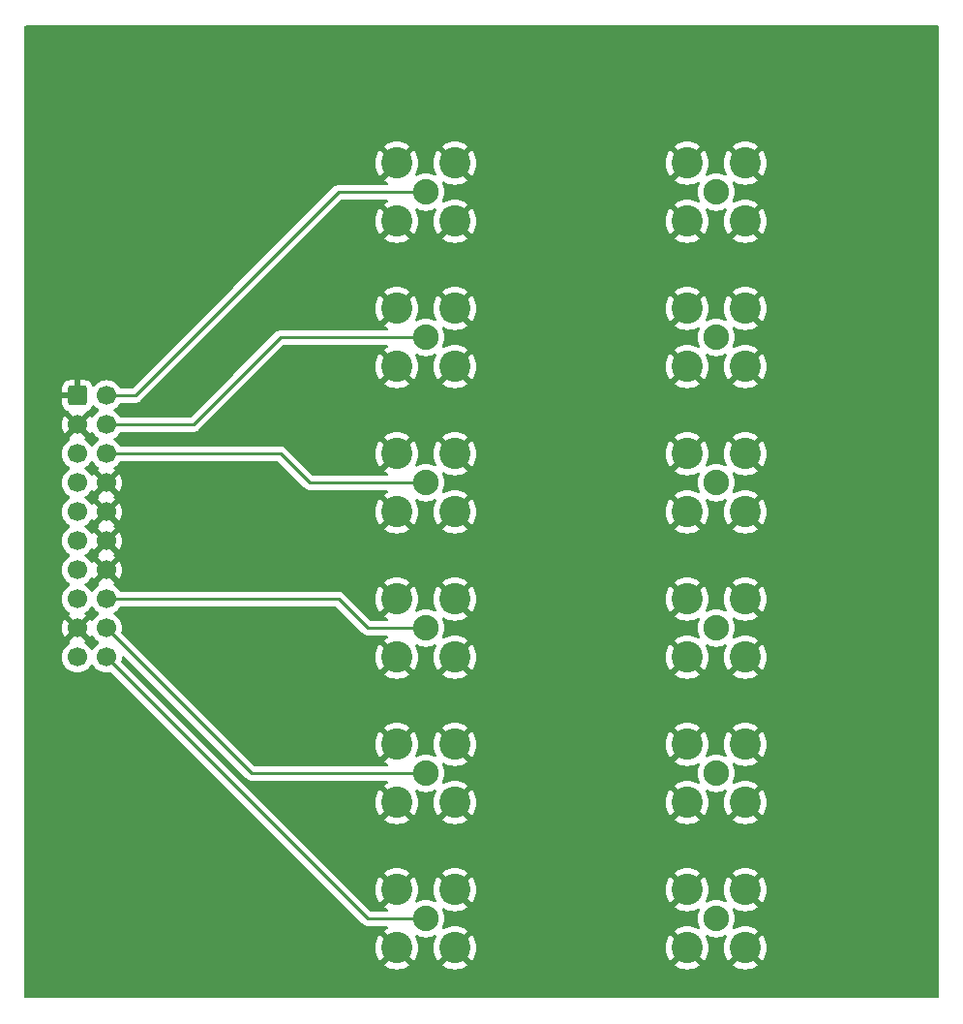
<source format=gbr>
%TF.GenerationSoftware,KiCad,Pcbnew,7.0.7*%
%TF.CreationDate,2023-12-18T11:14:39+01:00*%
%TF.ProjectId,PureDevices_IO_Expander,50757265-4465-4766-9963-65735f494f5f,rev?*%
%TF.SameCoordinates,Original*%
%TF.FileFunction,Copper,L1,Top*%
%TF.FilePolarity,Positive*%
%FSLAX46Y46*%
G04 Gerber Fmt 4.6, Leading zero omitted, Abs format (unit mm)*
G04 Created by KiCad (PCBNEW 7.0.7) date 2023-12-18 11:14:39*
%MOMM*%
%LPD*%
G01*
G04 APERTURE LIST*
G04 Aperture macros list*
%AMRoundRect*
0 Rectangle with rounded corners*
0 $1 Rounding radius*
0 $2 $3 $4 $5 $6 $7 $8 $9 X,Y pos of 4 corners*
0 Add a 4 corners polygon primitive as box body*
4,1,4,$2,$3,$4,$5,$6,$7,$8,$9,$2,$3,0*
0 Add four circle primitives for the rounded corners*
1,1,$1+$1,$2,$3*
1,1,$1+$1,$4,$5*
1,1,$1+$1,$6,$7*
1,1,$1+$1,$8,$9*
0 Add four rect primitives between the rounded corners*
20,1,$1+$1,$2,$3,$4,$5,0*
20,1,$1+$1,$4,$5,$6,$7,0*
20,1,$1+$1,$6,$7,$8,$9,0*
20,1,$1+$1,$8,$9,$2,$3,0*%
G04 Aperture macros list end*
%TA.AperFunction,ComponentPad*%
%ADD10C,2.740000*%
%TD*%
%TA.AperFunction,ComponentPad*%
%ADD11C,2.240000*%
%TD*%
%TA.AperFunction,ComponentPad*%
%ADD12C,1.700000*%
%TD*%
%TA.AperFunction,ComponentPad*%
%ADD13RoundRect,0.250000X-0.600000X-0.600000X0.600000X-0.600000X0.600000X0.600000X-0.600000X0.600000X0*%
%TD*%
%TA.AperFunction,ViaPad*%
%ADD14C,6.400000*%
%TD*%
%TA.AperFunction,Conductor*%
%ADD15C,0.250000*%
%TD*%
G04 APERTURE END LIST*
D10*
%TO.P,J12,2,Ext1*%
%TO.N,/GND*%
X99060000Y-38100000D03*
X93980000Y-38100000D03*
X99060000Y-33020000D03*
X93980000Y-33020000D03*
D11*
%TO.P,J12,1,In1*%
%TO.N,/OUT6*%
X96520000Y-35560000D03*
%TD*%
D10*
%TO.P,J11,2,Ext1*%
%TO.N,/GND*%
X99060000Y-50800000D03*
X93980000Y-50800000D03*
X99060000Y-45720000D03*
X93980000Y-45720000D03*
D11*
%TO.P,J11,1,In1*%
%TO.N,/OUT5*%
X96520000Y-48260000D03*
%TD*%
D10*
%TO.P,J10,2,Ext1*%
%TO.N,/GND*%
X99060000Y-63500000D03*
X93980000Y-63500000D03*
X99060000Y-58420000D03*
X93980000Y-58420000D03*
D11*
%TO.P,J10,1,In1*%
%TO.N,/OUT4*%
X96520000Y-60960000D03*
%TD*%
D10*
%TO.P,J9,2,Ext1*%
%TO.N,/GND*%
X99060000Y-76200000D03*
X93980000Y-76200000D03*
X99060000Y-71120000D03*
X93980000Y-71120000D03*
D11*
%TO.P,J9,1,In1*%
%TO.N,/OUT3*%
X96520000Y-73660000D03*
%TD*%
%TO.P,J8,1,In1*%
%TO.N,/OUT2*%
X96520000Y-86360000D03*
D10*
%TO.P,J8,2,Ext1*%
%TO.N,/GND*%
X93980000Y-83820000D03*
X99060000Y-83820000D03*
X93980000Y-88900000D03*
X99060000Y-88900000D03*
%TD*%
%TO.P,J7,2,Ext1*%
%TO.N,/GND*%
X99060000Y-101600000D03*
X93980000Y-101600000D03*
X99060000Y-96520000D03*
X93980000Y-96520000D03*
D11*
%TO.P,J7,1,In1*%
%TO.N,/OUT1*%
X96520000Y-99060000D03*
%TD*%
D10*
%TO.P,J6,2,Ext1*%
%TO.N,/GND*%
X73660000Y-38100000D03*
X68580000Y-38100000D03*
X73660000Y-33020000D03*
X68580000Y-33020000D03*
D11*
%TO.P,J6,1,In1*%
%TO.N,/In6*%
X71120000Y-35560000D03*
%TD*%
D10*
%TO.P,J5,2,Ext1*%
%TO.N,/GND*%
X73660000Y-50800000D03*
X68580000Y-50800000D03*
X73660000Y-45720000D03*
X68580000Y-45720000D03*
D11*
%TO.P,J5,1,In1*%
%TO.N,/In5*%
X71120000Y-48260000D03*
%TD*%
D10*
%TO.P,J4,2,Ext1*%
%TO.N,/GND*%
X73660000Y-63500000D03*
X68580000Y-63500000D03*
X73660000Y-58420000D03*
X68580000Y-58420000D03*
D11*
%TO.P,J4,1,In1*%
%TO.N,/In4*%
X71120000Y-60960000D03*
%TD*%
D10*
%TO.P,J3,2,Ext1*%
%TO.N,/GND*%
X73660000Y-76200000D03*
X68580000Y-76200000D03*
X73660000Y-71120000D03*
X68580000Y-71120000D03*
D11*
%TO.P,J3,1,In1*%
%TO.N,/In3*%
X71120000Y-73660000D03*
%TD*%
D10*
%TO.P,J2,2,Ext1*%
%TO.N,/GND*%
X73660000Y-88900000D03*
X68580000Y-88900000D03*
X73660000Y-83820000D03*
X68580000Y-83820000D03*
D11*
%TO.P,J2,1,In1*%
%TO.N,/In2*%
X71120000Y-86360000D03*
%TD*%
D10*
%TO.P,J1,2,Ext1*%
%TO.N,/GND*%
X73660000Y-101600000D03*
X68580000Y-101600000D03*
X73660000Y-96520000D03*
X68580000Y-96520000D03*
D11*
%TO.P,J1,1,In1*%
%TO.N,/In1*%
X71120000Y-99060000D03*
%TD*%
D12*
%TO.P,J0,20,Pin_20*%
%TO.N,/In1*%
X43180000Y-76200000D03*
%TO.P,J0,19,Pin_19*%
%TO.N,/3.3*%
X40640000Y-76200000D03*
%TO.P,J0,18,Pin_18*%
%TO.N,/In2*%
X43180000Y-73660000D03*
%TO.P,J0,17,Pin_17*%
%TO.N,/GND*%
X40640000Y-73660000D03*
%TO.P,J0,16,Pin_16*%
%TO.N,/In3*%
X43180000Y-71120000D03*
%TO.P,J0,15,Pin_15*%
%TO.N,/OUT1*%
X40640000Y-71120000D03*
%TO.P,J0,14,Pin_14*%
%TO.N,/GND*%
X43180000Y-68580000D03*
%TO.P,J0,13,Pin_13*%
%TO.N,/OUT2*%
X40640000Y-68580000D03*
%TO.P,J0,12,Pin_12*%
%TO.N,/GND*%
X43180000Y-66040000D03*
%TO.P,J0,11,Pin_11*%
%TO.N,/OUT3*%
X40640000Y-66040000D03*
%TO.P,J0,10,Pin_10*%
%TO.N,/GND*%
X43180000Y-63500000D03*
%TO.P,J0,9,Pin_9*%
%TO.N,/OUT4*%
X40640000Y-63500000D03*
%TO.P,J0,8,Pin_8*%
%TO.N,/GND*%
X43180000Y-60960000D03*
%TO.P,J0,7,Pin_7*%
%TO.N,/OUT5*%
X40640000Y-60960000D03*
%TO.P,J0,6,Pin_6*%
%TO.N,/In4*%
X43180000Y-58420000D03*
%TO.P,J0,5,Pin_5*%
%TO.N,/OUT6*%
X40640000Y-58420000D03*
%TO.P,J0,4,Pin_4*%
%TO.N,/In5*%
X43180000Y-55880000D03*
%TO.P,J0,3,Pin_3*%
%TO.N,/GND*%
X40640000Y-55880000D03*
%TO.P,J0,2,Pin_2*%
%TO.N,/In6*%
X43180000Y-53340000D03*
D13*
%TO.P,J0,1,Pin_1*%
%TO.N,/GND*%
X40640000Y-53340000D03*
%TD*%
D14*
%TO.N,/GND*%
X111760000Y-101600000D03*
X111760000Y-25400000D03*
X40640000Y-25400000D03*
X40640000Y-101600000D03*
%TD*%
D15*
%TO.N,/In4*%
X60960000Y-60960000D02*
X71120000Y-60960000D01*
X58420000Y-58420000D02*
X60960000Y-60960000D01*
X43180000Y-58420000D02*
X58420000Y-58420000D01*
%TO.N,/In5*%
X50800000Y-55880000D02*
X58420000Y-48260000D01*
X58420000Y-48260000D02*
X71120000Y-48260000D01*
X43180000Y-55880000D02*
X50800000Y-55880000D01*
%TO.N,/In6*%
X63500000Y-35560000D02*
X71120000Y-35560000D01*
X45720000Y-53340000D02*
X63500000Y-35560000D01*
X43180000Y-53340000D02*
X45720000Y-53340000D01*
%TO.N,/In3*%
X66040000Y-73660000D02*
X71120000Y-73660000D01*
X63500000Y-71120000D02*
X66040000Y-73660000D01*
X43180000Y-71120000D02*
X63500000Y-71120000D01*
%TO.N,/In2*%
X55880000Y-86360000D02*
X71120000Y-86360000D01*
X43180000Y-73660000D02*
X55880000Y-86360000D01*
%TO.N,/In1*%
X43180000Y-76200000D02*
X66040000Y-99060000D01*
X66040000Y-99060000D02*
X71120000Y-99060000D01*
%TD*%
%TA.AperFunction,Conductor*%
%TO.N,/GND*%
G36*
X41242470Y-73909363D02*
G01*
X41248949Y-73915396D01*
X41754925Y-74421373D01*
X41808119Y-74345405D01*
X41862696Y-74301781D01*
X41932195Y-74294588D01*
X41994549Y-74326110D01*
X42011269Y-74345405D01*
X42141505Y-74531401D01*
X42141506Y-74531402D01*
X42308597Y-74698493D01*
X42308603Y-74698498D01*
X42494158Y-74828425D01*
X42537783Y-74883002D01*
X42544977Y-74952500D01*
X42513454Y-75014855D01*
X42494158Y-75031575D01*
X42308597Y-75161505D01*
X42141508Y-75328594D01*
X42011574Y-75514159D01*
X41956997Y-75557784D01*
X41887498Y-75564976D01*
X41825144Y-75533454D01*
X41808424Y-75514158D01*
X41807325Y-75512589D01*
X41693480Y-75350000D01*
X41678494Y-75328597D01*
X41511402Y-75161506D01*
X41511401Y-75161505D01*
X41325405Y-75031269D01*
X41281781Y-74976692D01*
X41274588Y-74907193D01*
X41306110Y-74844839D01*
X41325405Y-74828119D01*
X41401373Y-74774925D01*
X40899116Y-74272669D01*
X40865631Y-74211346D01*
X40870615Y-74141655D01*
X40907640Y-74092193D01*
X40906398Y-74090759D01*
X40939730Y-74061877D01*
X41021761Y-73990798D01*
X41056954Y-73936037D01*
X41109755Y-73890283D01*
X41178914Y-73880339D01*
X41242470Y-73909363D01*
G37*
%TD.AperFunction*%
%TA.AperFunction,Conductor*%
G36*
X41994855Y-71786546D02*
G01*
X42011575Y-71805842D01*
X42141501Y-71991396D01*
X42141506Y-71991402D01*
X42308597Y-72158493D01*
X42308603Y-72158498D01*
X42494158Y-72288425D01*
X42537783Y-72343002D01*
X42544977Y-72412500D01*
X42513454Y-72474855D01*
X42494158Y-72491575D01*
X42308597Y-72621505D01*
X42141505Y-72788597D01*
X42011269Y-72974595D01*
X41956692Y-73018220D01*
X41887194Y-73025414D01*
X41824839Y-72993891D01*
X41808119Y-72974595D01*
X41754925Y-72898626D01*
X41754925Y-72898625D01*
X41248949Y-73404602D01*
X41187626Y-73438087D01*
X41117934Y-73433103D01*
X41062001Y-73391231D01*
X41056953Y-73383961D01*
X41021761Y-73329202D01*
X40906398Y-73229241D01*
X40908708Y-73226574D01*
X40874005Y-73186528D01*
X40864058Y-73117370D01*
X40893080Y-73053813D01*
X40899116Y-73047330D01*
X41401373Y-72545073D01*
X41401373Y-72545072D01*
X41325405Y-72491880D01*
X41281780Y-72437304D01*
X41274586Y-72367805D01*
X41306108Y-72305451D01*
X41325399Y-72288734D01*
X41511401Y-72158495D01*
X41678495Y-71991401D01*
X41808424Y-71805842D01*
X41863002Y-71762217D01*
X41932500Y-71755023D01*
X41994855Y-71786546D01*
G37*
%TD.AperFunction*%
%TA.AperFunction,Conductor*%
G36*
X42702064Y-68806894D02*
G01*
X42757998Y-68848765D01*
X42763039Y-68856025D01*
X42763048Y-68856039D01*
X42798239Y-68910798D01*
X42913602Y-69010759D01*
X42911293Y-69013422D01*
X42946006Y-69053499D01*
X42955935Y-69122660D01*
X42926898Y-69186210D01*
X42920882Y-69192669D01*
X42418625Y-69694925D01*
X42494594Y-69748119D01*
X42538219Y-69802696D01*
X42545413Y-69872194D01*
X42513890Y-69934549D01*
X42494595Y-69951269D01*
X42308594Y-70081508D01*
X42141505Y-70248597D01*
X42011575Y-70434158D01*
X41956998Y-70477783D01*
X41887500Y-70484977D01*
X41825145Y-70453454D01*
X41808425Y-70434158D01*
X41678494Y-70248597D01*
X41511402Y-70081506D01*
X41511396Y-70081501D01*
X41325842Y-69951575D01*
X41282217Y-69896998D01*
X41275023Y-69827500D01*
X41306546Y-69765145D01*
X41325842Y-69748425D01*
X41402248Y-69694925D01*
X41511401Y-69618495D01*
X41678495Y-69451401D01*
X41808732Y-69265403D01*
X41863307Y-69221780D01*
X41932805Y-69214586D01*
X41995160Y-69246109D01*
X42011880Y-69265405D01*
X42065073Y-69341373D01*
X42571050Y-68835395D01*
X42632373Y-68801910D01*
X42702064Y-68806894D01*
G37*
%TD.AperFunction*%
%TA.AperFunction,Conductor*%
G36*
X42702064Y-66266894D02*
G01*
X42757998Y-66308765D01*
X42763039Y-66316025D01*
X42763048Y-66316039D01*
X42798239Y-66370798D01*
X42913602Y-66470759D01*
X42911293Y-66473422D01*
X42946006Y-66513499D01*
X42955935Y-66582660D01*
X42926898Y-66646210D01*
X42920882Y-66652669D01*
X42418625Y-67154925D01*
X42495031Y-67208425D01*
X42538655Y-67263002D01*
X42545848Y-67332501D01*
X42514326Y-67394855D01*
X42495029Y-67411576D01*
X42418625Y-67465072D01*
X42920883Y-67967330D01*
X42954368Y-68028653D01*
X42949384Y-68098345D01*
X42912357Y-68147805D01*
X42913602Y-68149241D01*
X42798238Y-68249202D01*
X42763046Y-68303962D01*
X42710242Y-68349717D01*
X42641083Y-68359660D01*
X42577528Y-68330634D01*
X42571050Y-68324603D01*
X42065073Y-67818626D01*
X42011881Y-67894594D01*
X41957304Y-67938219D01*
X41887806Y-67945413D01*
X41825451Y-67913891D01*
X41808730Y-67894594D01*
X41678494Y-67708597D01*
X41511402Y-67541506D01*
X41511396Y-67541501D01*
X41325842Y-67411575D01*
X41282217Y-67356998D01*
X41275023Y-67287500D01*
X41306546Y-67225145D01*
X41325842Y-67208425D01*
X41402248Y-67154925D01*
X41511401Y-67078495D01*
X41678495Y-66911401D01*
X41808732Y-66725403D01*
X41863307Y-66681780D01*
X41932805Y-66674586D01*
X41995160Y-66706109D01*
X42011880Y-66725405D01*
X42065073Y-66801373D01*
X42571050Y-66295395D01*
X42632373Y-66261910D01*
X42702064Y-66266894D01*
G37*
%TD.AperFunction*%
%TA.AperFunction,Conductor*%
G36*
X42702064Y-63726894D02*
G01*
X42757998Y-63768765D01*
X42763039Y-63776025D01*
X42763048Y-63776039D01*
X42798239Y-63830798D01*
X42913602Y-63930759D01*
X42911293Y-63933422D01*
X42946006Y-63973499D01*
X42955935Y-64042660D01*
X42926898Y-64106210D01*
X42920882Y-64112669D01*
X42418625Y-64614925D01*
X42495031Y-64668425D01*
X42538655Y-64723002D01*
X42545848Y-64792501D01*
X42514326Y-64854855D01*
X42495029Y-64871576D01*
X42418625Y-64925072D01*
X42920883Y-65427330D01*
X42954368Y-65488653D01*
X42949384Y-65558345D01*
X42912357Y-65607805D01*
X42913602Y-65609241D01*
X42798238Y-65709202D01*
X42763046Y-65763962D01*
X42710242Y-65809717D01*
X42641083Y-65819660D01*
X42577528Y-65790634D01*
X42571050Y-65784603D01*
X42065073Y-65278626D01*
X42011881Y-65354594D01*
X41957304Y-65398219D01*
X41887806Y-65405413D01*
X41825451Y-65373891D01*
X41808730Y-65354594D01*
X41678494Y-65168597D01*
X41511402Y-65001506D01*
X41511396Y-65001501D01*
X41325842Y-64871575D01*
X41282217Y-64816998D01*
X41275023Y-64747500D01*
X41306546Y-64685145D01*
X41325842Y-64668425D01*
X41402248Y-64614925D01*
X41511401Y-64538495D01*
X41678495Y-64371401D01*
X41808732Y-64185403D01*
X41863307Y-64141780D01*
X41932805Y-64134586D01*
X41995160Y-64166109D01*
X42011880Y-64185405D01*
X42065073Y-64261373D01*
X42571050Y-63755395D01*
X42632373Y-63721910D01*
X42702064Y-63726894D01*
G37*
%TD.AperFunction*%
%TA.AperFunction,Conductor*%
G36*
X42702064Y-61186894D02*
G01*
X42757998Y-61228765D01*
X42763039Y-61236025D01*
X42763048Y-61236039D01*
X42798239Y-61290798D01*
X42913602Y-61390759D01*
X42911293Y-61393422D01*
X42946006Y-61433499D01*
X42955935Y-61502660D01*
X42926898Y-61566210D01*
X42920882Y-61572669D01*
X42418625Y-62074925D01*
X42495031Y-62128425D01*
X42538655Y-62183002D01*
X42545848Y-62252501D01*
X42514326Y-62314855D01*
X42495029Y-62331576D01*
X42418625Y-62385072D01*
X42920883Y-62887330D01*
X42954368Y-62948653D01*
X42949384Y-63018345D01*
X42912357Y-63067805D01*
X42913602Y-63069241D01*
X42798238Y-63169202D01*
X42763046Y-63223962D01*
X42710242Y-63269717D01*
X42641083Y-63279660D01*
X42577528Y-63250634D01*
X42571050Y-63244603D01*
X42065073Y-62738626D01*
X42011881Y-62814594D01*
X41957304Y-62858219D01*
X41887806Y-62865413D01*
X41825451Y-62833891D01*
X41808730Y-62814594D01*
X41678494Y-62628597D01*
X41511402Y-62461506D01*
X41511396Y-62461501D01*
X41325842Y-62331575D01*
X41282217Y-62276998D01*
X41275023Y-62207500D01*
X41306546Y-62145145D01*
X41325842Y-62128425D01*
X41402248Y-62074925D01*
X41511401Y-61998495D01*
X41678495Y-61831401D01*
X41808732Y-61645403D01*
X41863307Y-61601780D01*
X41932805Y-61594586D01*
X41995160Y-61626109D01*
X42011880Y-61645405D01*
X42065073Y-61721373D01*
X42571050Y-61215395D01*
X42632373Y-61181910D01*
X42702064Y-61186894D01*
G37*
%TD.AperFunction*%
%TA.AperFunction,Conductor*%
G36*
X41994855Y-59086546D02*
G01*
X42011575Y-59105842D01*
X42141500Y-59291395D01*
X42141505Y-59291401D01*
X42308599Y-59458495D01*
X42444556Y-59553693D01*
X42494594Y-59588730D01*
X42538218Y-59643307D01*
X42545411Y-59712806D01*
X42513889Y-59775160D01*
X42494593Y-59791880D01*
X42418626Y-59845072D01*
X42418625Y-59845072D01*
X42920883Y-60347330D01*
X42954368Y-60408653D01*
X42949384Y-60478345D01*
X42912357Y-60527805D01*
X42913602Y-60529241D01*
X42798238Y-60629202D01*
X42763046Y-60683962D01*
X42710242Y-60729717D01*
X42641083Y-60739660D01*
X42577528Y-60710634D01*
X42571050Y-60704603D01*
X42065073Y-60198626D01*
X42011881Y-60274594D01*
X41957304Y-60318219D01*
X41887806Y-60325413D01*
X41825451Y-60293891D01*
X41808730Y-60274594D01*
X41678494Y-60088597D01*
X41511402Y-59921506D01*
X41511396Y-59921501D01*
X41325842Y-59791575D01*
X41282217Y-59736998D01*
X41275023Y-59667500D01*
X41306546Y-59605145D01*
X41325842Y-59588425D01*
X41430606Y-59515068D01*
X41511401Y-59458495D01*
X41678495Y-59291401D01*
X41808424Y-59105842D01*
X41863002Y-59062217D01*
X41932500Y-59055023D01*
X41994855Y-59086546D01*
G37*
%TD.AperFunction*%
%TA.AperFunction,Conductor*%
G36*
X41242470Y-56129363D02*
G01*
X41248949Y-56135396D01*
X41754925Y-56641373D01*
X41808119Y-56565405D01*
X41862696Y-56521781D01*
X41932195Y-56514588D01*
X41994549Y-56546110D01*
X42011269Y-56565405D01*
X42141505Y-56751401D01*
X42141506Y-56751402D01*
X42308597Y-56918493D01*
X42308603Y-56918498D01*
X42494158Y-57048425D01*
X42537783Y-57103002D01*
X42544977Y-57172500D01*
X42513454Y-57234855D01*
X42494158Y-57251575D01*
X42308597Y-57381505D01*
X42141505Y-57548597D01*
X42011575Y-57734158D01*
X41956998Y-57777783D01*
X41887500Y-57784977D01*
X41825145Y-57753454D01*
X41808425Y-57734158D01*
X41678494Y-57548597D01*
X41511402Y-57381506D01*
X41511401Y-57381505D01*
X41325405Y-57251269D01*
X41281781Y-57196692D01*
X41274588Y-57127193D01*
X41306110Y-57064839D01*
X41325405Y-57048119D01*
X41401373Y-56994925D01*
X40899116Y-56492669D01*
X40865631Y-56431346D01*
X40870615Y-56361655D01*
X40907640Y-56312193D01*
X40906398Y-56310759D01*
X40913100Y-56304952D01*
X41021761Y-56210798D01*
X41056954Y-56156037D01*
X41109755Y-56110283D01*
X41178914Y-56100339D01*
X41242470Y-56129363D01*
G37*
%TD.AperFunction*%
%TA.AperFunction,Conductor*%
G36*
X42100346Y-54178331D02*
G01*
X42137568Y-54207681D01*
X42137677Y-54207573D01*
X42138590Y-54208486D01*
X42139976Y-54209579D01*
X42141505Y-54211401D01*
X42308597Y-54378493D01*
X42308603Y-54378498D01*
X42494158Y-54508425D01*
X42537783Y-54563002D01*
X42544977Y-54632500D01*
X42513454Y-54694855D01*
X42494158Y-54711575D01*
X42308597Y-54841505D01*
X42141505Y-55008597D01*
X42011269Y-55194595D01*
X41956692Y-55238220D01*
X41887194Y-55245414D01*
X41824839Y-55213891D01*
X41808119Y-55194595D01*
X41754925Y-55118626D01*
X41754925Y-55118625D01*
X41248949Y-55624602D01*
X41187626Y-55658087D01*
X41117934Y-55653103D01*
X41062001Y-55611231D01*
X41056953Y-55603961D01*
X41021761Y-55549202D01*
X40906398Y-55449241D01*
X40908708Y-55446574D01*
X40874005Y-55406528D01*
X40864058Y-55337370D01*
X40893080Y-55273813D01*
X40899116Y-55267330D01*
X41405605Y-54760841D01*
X41416166Y-54708295D01*
X41464781Y-54658112D01*
X41486923Y-54648282D01*
X41559119Y-54624358D01*
X41559124Y-54624356D01*
X41708345Y-54532315D01*
X41832315Y-54408345D01*
X41924356Y-54259124D01*
X41924357Y-54259120D01*
X41927284Y-54250289D01*
X41967055Y-54192843D01*
X42031570Y-54166018D01*
X42100346Y-54178331D01*
G37*
%TD.AperFunction*%
%TA.AperFunction,Conductor*%
G36*
X115943039Y-21019685D02*
G01*
X115988794Y-21072489D01*
X116000000Y-21124000D01*
X116000000Y-105876000D01*
X115980315Y-105943039D01*
X115927511Y-105988794D01*
X115876000Y-106000000D01*
X36124000Y-106000000D01*
X36056961Y-105980315D01*
X36011206Y-105927511D01*
X36000000Y-105876000D01*
X36000000Y-76200000D01*
X39284341Y-76200000D01*
X39304936Y-76435403D01*
X39304938Y-76435413D01*
X39366094Y-76663655D01*
X39366096Y-76663659D01*
X39366097Y-76663663D01*
X39407999Y-76753521D01*
X39465965Y-76877830D01*
X39465967Y-76877834D01*
X39534696Y-76975988D01*
X39601505Y-77071401D01*
X39768599Y-77238495D01*
X39865384Y-77306264D01*
X39962165Y-77374032D01*
X39962167Y-77374033D01*
X39962170Y-77374035D01*
X40176337Y-77473903D01*
X40404592Y-77535063D01*
X40592918Y-77551539D01*
X40639999Y-77555659D01*
X40640000Y-77555659D01*
X40640001Y-77555659D01*
X40679234Y-77552226D01*
X40875408Y-77535063D01*
X41103663Y-77473903D01*
X41317830Y-77374035D01*
X41511401Y-77238495D01*
X41678495Y-77071401D01*
X41808424Y-76885842D01*
X41863002Y-76842217D01*
X41932500Y-76835023D01*
X41994855Y-76866546D01*
X42011575Y-76885842D01*
X42141500Y-77071395D01*
X42141505Y-77071401D01*
X42308599Y-77238495D01*
X42405384Y-77306264D01*
X42502165Y-77374032D01*
X42502167Y-77374033D01*
X42502170Y-77374035D01*
X42716337Y-77473903D01*
X42944592Y-77535063D01*
X43132918Y-77551539D01*
X43179999Y-77555659D01*
X43180000Y-77555659D01*
X43180001Y-77555659D01*
X43219234Y-77552226D01*
X43415408Y-77535063D01*
X43515873Y-77508143D01*
X43585722Y-77509806D01*
X43635647Y-77540237D01*
X65539197Y-99443788D01*
X65549022Y-99456051D01*
X65549243Y-99455869D01*
X65554214Y-99461878D01*
X65580217Y-99486295D01*
X65604635Y-99509226D01*
X65625529Y-99530120D01*
X65631011Y-99534373D01*
X65635443Y-99538157D01*
X65669418Y-99570062D01*
X65686976Y-99579714D01*
X65703233Y-99590393D01*
X65719064Y-99602673D01*
X65738737Y-99611186D01*
X65761833Y-99621182D01*
X65767077Y-99623750D01*
X65807908Y-99646197D01*
X65820523Y-99649435D01*
X65827305Y-99651177D01*
X65845719Y-99657481D01*
X65864104Y-99665438D01*
X65910157Y-99672732D01*
X65915826Y-99673906D01*
X65960981Y-99685500D01*
X65981016Y-99685500D01*
X66000413Y-99687026D01*
X66020196Y-99690160D01*
X66066583Y-99685775D01*
X66072422Y-99685500D01*
X67698378Y-99685500D01*
X67765417Y-99705185D01*
X67811172Y-99757989D01*
X67821116Y-99827147D01*
X67792091Y-99890703D01*
X67757805Y-99918332D01*
X67566424Y-100022833D01*
X67566416Y-100022838D01*
X67446305Y-100112751D01*
X68070254Y-100736700D01*
X68103739Y-100798023D01*
X68098755Y-100867715D01*
X68065444Y-100912589D01*
X68067450Y-100914707D01*
X67928342Y-101046476D01*
X67913953Y-101067698D01*
X67911161Y-101071818D01*
X67909347Y-101074493D01*
X67855433Y-101118933D01*
X67786050Y-101127171D01*
X67723228Y-101096590D01*
X67719033Y-101092586D01*
X67092752Y-100466305D01*
X67092751Y-100466305D01*
X67002838Y-100586416D01*
X67002833Y-100586424D01*
X66874645Y-100821183D01*
X66874643Y-100821187D01*
X66781163Y-101071818D01*
X66724307Y-101333182D01*
X66724306Y-101333189D01*
X66705223Y-101599998D01*
X66705223Y-101600001D01*
X66724306Y-101866810D01*
X66724307Y-101866817D01*
X66781163Y-102128181D01*
X66874643Y-102378812D01*
X66874645Y-102378816D01*
X67002833Y-102613575D01*
X67002838Y-102613583D01*
X67092751Y-102733692D01*
X67092752Y-102733693D01*
X67719476Y-102106969D01*
X67780799Y-102073484D01*
X67850490Y-102078468D01*
X67901664Y-102114373D01*
X67992009Y-102220735D01*
X68061191Y-102273326D01*
X68102647Y-102329564D01*
X68107118Y-102399291D01*
X68073830Y-102459721D01*
X67446305Y-103087245D01*
X67446305Y-103087246D01*
X67566423Y-103177165D01*
X67566424Y-103177166D01*
X67801183Y-103305354D01*
X67801187Y-103305356D01*
X68051818Y-103398836D01*
X68313182Y-103455692D01*
X68313189Y-103455693D01*
X68579999Y-103474777D01*
X68580001Y-103474777D01*
X68846810Y-103455693D01*
X68846817Y-103455692D01*
X69108181Y-103398836D01*
X69358812Y-103305356D01*
X69358816Y-103305354D01*
X69593584Y-103177161D01*
X69713692Y-103087247D01*
X69713693Y-103087246D01*
X69089745Y-102463299D01*
X69056260Y-102401976D01*
X69061244Y-102332285D01*
X69094609Y-102287466D01*
X69092550Y-102285292D01*
X69097429Y-102280669D01*
X69097431Y-102280669D01*
X69231658Y-102153523D01*
X69250652Y-102125508D01*
X69304562Y-102081067D01*
X69373944Y-102072827D01*
X69436767Y-102103405D01*
X69440966Y-102107413D01*
X70067246Y-102733693D01*
X70067247Y-102733692D01*
X70157161Y-102613584D01*
X70285354Y-102378816D01*
X70285356Y-102378812D01*
X70378836Y-102128181D01*
X70435692Y-101866817D01*
X70435693Y-101866810D01*
X70454777Y-101600001D01*
X70454777Y-101599998D01*
X70435693Y-101333189D01*
X70435692Y-101333182D01*
X70378836Y-101071818D01*
X70285356Y-100821187D01*
X70285354Y-100821183D01*
X70202849Y-100670087D01*
X70187997Y-100601814D01*
X70212414Y-100536350D01*
X70268347Y-100494478D01*
X70338039Y-100489494D01*
X70376471Y-100504933D01*
X70382033Y-100508341D01*
X70382036Y-100508343D01*
X70617681Y-100605950D01*
X70617683Y-100605950D01*
X70617689Y-100605953D01*
X70865714Y-100665498D01*
X71120000Y-100685511D01*
X71374286Y-100665498D01*
X71622311Y-100605953D01*
X71729459Y-100561571D01*
X71857963Y-100508343D01*
X71857964Y-100508341D01*
X71857967Y-100508341D01*
X71863523Y-100504935D01*
X71930968Y-100486688D01*
X71997571Y-100507801D01*
X72042187Y-100561571D01*
X72050651Y-100630926D01*
X72037150Y-100670087D01*
X71954645Y-100821183D01*
X71954643Y-100821187D01*
X71861163Y-101071818D01*
X71804307Y-101333182D01*
X71804306Y-101333189D01*
X71785223Y-101599998D01*
X71785223Y-101600001D01*
X71804306Y-101866810D01*
X71804307Y-101866817D01*
X71861163Y-102128181D01*
X71954643Y-102378812D01*
X71954645Y-102378816D01*
X72082833Y-102613575D01*
X72082838Y-102613583D01*
X72172751Y-102733692D01*
X72172752Y-102733693D01*
X72799476Y-102106969D01*
X72860799Y-102073484D01*
X72930490Y-102078468D01*
X72981664Y-102114373D01*
X73072009Y-102220735D01*
X73141191Y-102273326D01*
X73182647Y-102329564D01*
X73187118Y-102399291D01*
X73153830Y-102459721D01*
X72526305Y-103087245D01*
X72526305Y-103087246D01*
X72646423Y-103177165D01*
X72646424Y-103177166D01*
X72881183Y-103305354D01*
X72881187Y-103305356D01*
X73131818Y-103398836D01*
X73393182Y-103455692D01*
X73393189Y-103455693D01*
X73659999Y-103474777D01*
X73660001Y-103474777D01*
X73926810Y-103455693D01*
X73926817Y-103455692D01*
X74188181Y-103398836D01*
X74438812Y-103305356D01*
X74438816Y-103305354D01*
X74673584Y-103177161D01*
X74793692Y-103087247D01*
X74793693Y-103087246D01*
X74169745Y-102463299D01*
X74136260Y-102401976D01*
X74141244Y-102332285D01*
X74174609Y-102287466D01*
X74172550Y-102285292D01*
X74177429Y-102280669D01*
X74177431Y-102280669D01*
X74311658Y-102153523D01*
X74330652Y-102125508D01*
X74384562Y-102081067D01*
X74453944Y-102072827D01*
X74516767Y-102103405D01*
X74520966Y-102107413D01*
X75147246Y-102733693D01*
X75147247Y-102733692D01*
X75237161Y-102613584D01*
X75365354Y-102378816D01*
X75365356Y-102378812D01*
X75458836Y-102128181D01*
X75515692Y-101866817D01*
X75515693Y-101866810D01*
X75534777Y-101600001D01*
X92105223Y-101600001D01*
X92124306Y-101866810D01*
X92124307Y-101866817D01*
X92181163Y-102128181D01*
X92274643Y-102378812D01*
X92274645Y-102378816D01*
X92402833Y-102613575D01*
X92402838Y-102613583D01*
X92492751Y-102733692D01*
X92492752Y-102733693D01*
X93119476Y-102106969D01*
X93180799Y-102073484D01*
X93250490Y-102078468D01*
X93301664Y-102114373D01*
X93392009Y-102220735D01*
X93461191Y-102273326D01*
X93502647Y-102329564D01*
X93507118Y-102399291D01*
X93473830Y-102459721D01*
X92846305Y-103087245D01*
X92846305Y-103087246D01*
X92966423Y-103177165D01*
X92966424Y-103177166D01*
X93201183Y-103305354D01*
X93201187Y-103305356D01*
X93451818Y-103398836D01*
X93713182Y-103455692D01*
X93713189Y-103455693D01*
X93979999Y-103474777D01*
X93980001Y-103474777D01*
X94246810Y-103455693D01*
X94246817Y-103455692D01*
X94508181Y-103398836D01*
X94758812Y-103305356D01*
X94758816Y-103305354D01*
X94993584Y-103177161D01*
X95113692Y-103087247D01*
X95113693Y-103087246D01*
X94489745Y-102463299D01*
X94456260Y-102401976D01*
X94461244Y-102332285D01*
X94494609Y-102287466D01*
X94492550Y-102285292D01*
X94497429Y-102280669D01*
X94497431Y-102280669D01*
X94631658Y-102153523D01*
X94650652Y-102125508D01*
X94704562Y-102081067D01*
X94773944Y-102072827D01*
X94836767Y-102103405D01*
X94840966Y-102107413D01*
X95467246Y-102733693D01*
X95467247Y-102733692D01*
X95557161Y-102613584D01*
X95685354Y-102378816D01*
X95685356Y-102378812D01*
X95778836Y-102128181D01*
X95835692Y-101866817D01*
X95835693Y-101866810D01*
X95854777Y-101600001D01*
X95854777Y-101599998D01*
X95835693Y-101333189D01*
X95835692Y-101333182D01*
X95778836Y-101071818D01*
X95685356Y-100821187D01*
X95685354Y-100821183D01*
X95602849Y-100670087D01*
X95587997Y-100601814D01*
X95612414Y-100536350D01*
X95668347Y-100494478D01*
X95738039Y-100489494D01*
X95776471Y-100504933D01*
X95782033Y-100508341D01*
X95782036Y-100508343D01*
X96017681Y-100605950D01*
X96017683Y-100605950D01*
X96017689Y-100605953D01*
X96265714Y-100665498D01*
X96520000Y-100685511D01*
X96774286Y-100665498D01*
X97022311Y-100605953D01*
X97129459Y-100561571D01*
X97257963Y-100508343D01*
X97257964Y-100508341D01*
X97257967Y-100508341D01*
X97263523Y-100504935D01*
X97330968Y-100486688D01*
X97397571Y-100507801D01*
X97442187Y-100561571D01*
X97450651Y-100630926D01*
X97437150Y-100670087D01*
X97354645Y-100821183D01*
X97354643Y-100821187D01*
X97261163Y-101071818D01*
X97204307Y-101333182D01*
X97204306Y-101333189D01*
X97185223Y-101599998D01*
X97185223Y-101600001D01*
X97204306Y-101866810D01*
X97204307Y-101866817D01*
X97261163Y-102128181D01*
X97354643Y-102378812D01*
X97354645Y-102378816D01*
X97482833Y-102613575D01*
X97482838Y-102613583D01*
X97572751Y-102733692D01*
X97572752Y-102733693D01*
X98199476Y-102106969D01*
X98260799Y-102073484D01*
X98330490Y-102078468D01*
X98381664Y-102114373D01*
X98472009Y-102220735D01*
X98541191Y-102273326D01*
X98582647Y-102329564D01*
X98587118Y-102399291D01*
X98553830Y-102459721D01*
X97926305Y-103087245D01*
X97926305Y-103087246D01*
X98046423Y-103177165D01*
X98046424Y-103177166D01*
X98281183Y-103305354D01*
X98281187Y-103305356D01*
X98531818Y-103398836D01*
X98793182Y-103455692D01*
X98793189Y-103455693D01*
X99059999Y-103474777D01*
X99060001Y-103474777D01*
X99326810Y-103455693D01*
X99326817Y-103455692D01*
X99588181Y-103398836D01*
X99838812Y-103305356D01*
X99838816Y-103305354D01*
X100073584Y-103177161D01*
X100193692Y-103087247D01*
X100193693Y-103087246D01*
X99569745Y-102463299D01*
X99536260Y-102401976D01*
X99541244Y-102332285D01*
X99574609Y-102287466D01*
X99572550Y-102285292D01*
X99577429Y-102280669D01*
X99577431Y-102280669D01*
X99711658Y-102153523D01*
X99730652Y-102125508D01*
X99784562Y-102081067D01*
X99853944Y-102072827D01*
X99916767Y-102103405D01*
X99920966Y-102107413D01*
X100547246Y-102733693D01*
X100547247Y-102733692D01*
X100637161Y-102613584D01*
X100765354Y-102378816D01*
X100765356Y-102378812D01*
X100858836Y-102128181D01*
X100915692Y-101866817D01*
X100915693Y-101866810D01*
X100934777Y-101600001D01*
X100934777Y-101599998D01*
X100915693Y-101333189D01*
X100915692Y-101333182D01*
X100858836Y-101071818D01*
X100765356Y-100821187D01*
X100765354Y-100821183D01*
X100637166Y-100586424D01*
X100637165Y-100586423D01*
X100547246Y-100466305D01*
X99920523Y-101093029D01*
X99859200Y-101126514D01*
X99789508Y-101121530D01*
X99738334Y-101085624D01*
X99647990Y-100979264D01*
X99578808Y-100926672D01*
X99537351Y-100870430D01*
X99532882Y-100800704D01*
X99566169Y-100740276D01*
X100193693Y-100112752D01*
X100193692Y-100112751D01*
X100073583Y-100022838D01*
X100073575Y-100022833D01*
X99838816Y-99894645D01*
X99838812Y-99894643D01*
X99588181Y-99801163D01*
X99326817Y-99744307D01*
X99326810Y-99744306D01*
X99060001Y-99725223D01*
X99059999Y-99725223D01*
X98793189Y-99744306D01*
X98793182Y-99744307D01*
X98531818Y-99801163D01*
X98281187Y-99894643D01*
X98281183Y-99894645D01*
X98130087Y-99977150D01*
X98061814Y-99992002D01*
X97996349Y-99967585D01*
X97954478Y-99911651D01*
X97949494Y-99841960D01*
X97964936Y-99803523D01*
X97968343Y-99797963D01*
X98065950Y-99562318D01*
X98065949Y-99562318D01*
X98065953Y-99562311D01*
X98125498Y-99314286D01*
X98145511Y-99060000D01*
X98125498Y-98805714D01*
X98065953Y-98557689D01*
X98065950Y-98557681D01*
X97968343Y-98322036D01*
X97968341Y-98322033D01*
X97964933Y-98316471D01*
X97946688Y-98249025D01*
X97967804Y-98182423D01*
X98021576Y-98137809D01*
X98090932Y-98129349D01*
X98130087Y-98142849D01*
X98281183Y-98225354D01*
X98281187Y-98225356D01*
X98531818Y-98318836D01*
X98793182Y-98375692D01*
X98793189Y-98375693D01*
X99059999Y-98394777D01*
X99060001Y-98394777D01*
X99326810Y-98375693D01*
X99326817Y-98375692D01*
X99588181Y-98318836D01*
X99838812Y-98225356D01*
X99838816Y-98225354D01*
X100073584Y-98097161D01*
X100193692Y-98007247D01*
X100193693Y-98007246D01*
X99569745Y-97383299D01*
X99536260Y-97321976D01*
X99541244Y-97252285D01*
X99574609Y-97207466D01*
X99572550Y-97205292D01*
X99577429Y-97200669D01*
X99577431Y-97200669D01*
X99711658Y-97073523D01*
X99730652Y-97045508D01*
X99784562Y-97001067D01*
X99853944Y-96992827D01*
X99916767Y-97023405D01*
X99920966Y-97027413D01*
X100547246Y-97653693D01*
X100547247Y-97653692D01*
X100637161Y-97533584D01*
X100765354Y-97298816D01*
X100765356Y-97298812D01*
X100858836Y-97048181D01*
X100915692Y-96786817D01*
X100915693Y-96786810D01*
X100934777Y-96520001D01*
X100934777Y-96519998D01*
X100915693Y-96253189D01*
X100915692Y-96253182D01*
X100858836Y-95991818D01*
X100765356Y-95741187D01*
X100765354Y-95741183D01*
X100637166Y-95506424D01*
X100637165Y-95506423D01*
X100547246Y-95386305D01*
X99920523Y-96013029D01*
X99859200Y-96046514D01*
X99789508Y-96041530D01*
X99738334Y-96005624D01*
X99647990Y-95899264D01*
X99578808Y-95846672D01*
X99537351Y-95790430D01*
X99532882Y-95720704D01*
X99566169Y-95660276D01*
X100193693Y-95032752D01*
X100193692Y-95032751D01*
X100073583Y-94942838D01*
X100073575Y-94942833D01*
X99838816Y-94814645D01*
X99838812Y-94814643D01*
X99588181Y-94721163D01*
X99326817Y-94664307D01*
X99326810Y-94664306D01*
X99060001Y-94645223D01*
X99059999Y-94645223D01*
X98793189Y-94664306D01*
X98793182Y-94664307D01*
X98531818Y-94721163D01*
X98281187Y-94814643D01*
X98281183Y-94814645D01*
X98046424Y-94942833D01*
X98046416Y-94942838D01*
X97926305Y-95032751D01*
X98550254Y-95656700D01*
X98583739Y-95718023D01*
X98578755Y-95787715D01*
X98545444Y-95832589D01*
X98547450Y-95834707D01*
X98408342Y-95966476D01*
X98393953Y-95987698D01*
X98391161Y-95991818D01*
X98389347Y-95994493D01*
X98335433Y-96038933D01*
X98266050Y-96047171D01*
X98203228Y-96016590D01*
X98199033Y-96012586D01*
X97572752Y-95386305D01*
X97572751Y-95386305D01*
X97482838Y-95506416D01*
X97482833Y-95506424D01*
X97354645Y-95741183D01*
X97354643Y-95741187D01*
X97261163Y-95991818D01*
X97204307Y-96253182D01*
X97204306Y-96253189D01*
X97185223Y-96519998D01*
X97185223Y-96520001D01*
X97204306Y-96786810D01*
X97204307Y-96786817D01*
X97261163Y-97048181D01*
X97354643Y-97298812D01*
X97354645Y-97298816D01*
X97437150Y-97449912D01*
X97452002Y-97518185D01*
X97427585Y-97583649D01*
X97371652Y-97625521D01*
X97301960Y-97630505D01*
X97263531Y-97615068D01*
X97257966Y-97611658D01*
X97257963Y-97611656D01*
X97022318Y-97514049D01*
X97022301Y-97514044D01*
X96774289Y-97454502D01*
X96520000Y-97434489D01*
X96265710Y-97454502D01*
X96017698Y-97514044D01*
X96017681Y-97514049D01*
X95782036Y-97611656D01*
X95782030Y-97611659D01*
X95776463Y-97615071D01*
X95709016Y-97633310D01*
X95642415Y-97612190D01*
X95597806Y-97558414D01*
X95589351Y-97489058D01*
X95602849Y-97449912D01*
X95685354Y-97298816D01*
X95685356Y-97298812D01*
X95778836Y-97048181D01*
X95835692Y-96786817D01*
X95835693Y-96786810D01*
X95854777Y-96520001D01*
X95854777Y-96519998D01*
X95835693Y-96253189D01*
X95835692Y-96253182D01*
X95778836Y-95991818D01*
X95685356Y-95741187D01*
X95685354Y-95741183D01*
X95557166Y-95506424D01*
X95557165Y-95506423D01*
X95467246Y-95386305D01*
X94840523Y-96013029D01*
X94779200Y-96046514D01*
X94709508Y-96041530D01*
X94658334Y-96005624D01*
X94567990Y-95899264D01*
X94498808Y-95846672D01*
X94457351Y-95790430D01*
X94452882Y-95720704D01*
X94486169Y-95660276D01*
X95113693Y-95032752D01*
X95113692Y-95032751D01*
X94993583Y-94942838D01*
X94993575Y-94942833D01*
X94758816Y-94814645D01*
X94758812Y-94814643D01*
X94508181Y-94721163D01*
X94246817Y-94664307D01*
X94246810Y-94664306D01*
X93980001Y-94645223D01*
X93979999Y-94645223D01*
X93713189Y-94664306D01*
X93713182Y-94664307D01*
X93451818Y-94721163D01*
X93201187Y-94814643D01*
X93201183Y-94814645D01*
X92966424Y-94942833D01*
X92966416Y-94942838D01*
X92846305Y-95032751D01*
X93470254Y-95656700D01*
X93503739Y-95718023D01*
X93498755Y-95787715D01*
X93465444Y-95832589D01*
X93467450Y-95834707D01*
X93328342Y-95966476D01*
X93313953Y-95987698D01*
X93311161Y-95991818D01*
X93309347Y-95994493D01*
X93255433Y-96038933D01*
X93186050Y-96047171D01*
X93123228Y-96016590D01*
X93119033Y-96012586D01*
X92492752Y-95386305D01*
X92492751Y-95386305D01*
X92402838Y-95506416D01*
X92402833Y-95506424D01*
X92274645Y-95741183D01*
X92274643Y-95741187D01*
X92181163Y-95991818D01*
X92124307Y-96253182D01*
X92124306Y-96253189D01*
X92105223Y-96519998D01*
X92105223Y-96520001D01*
X92124306Y-96786810D01*
X92124307Y-96786817D01*
X92181163Y-97048181D01*
X92274643Y-97298812D01*
X92274645Y-97298816D01*
X92402833Y-97533575D01*
X92402838Y-97533583D01*
X92492751Y-97653692D01*
X92492752Y-97653693D01*
X93119476Y-97026969D01*
X93180799Y-96993484D01*
X93250490Y-96998468D01*
X93301664Y-97034373D01*
X93392009Y-97140735D01*
X93461191Y-97193326D01*
X93502647Y-97249564D01*
X93507118Y-97319291D01*
X93473830Y-97379721D01*
X92846305Y-98007245D01*
X92846305Y-98007246D01*
X92966423Y-98097165D01*
X92966424Y-98097166D01*
X93201183Y-98225354D01*
X93201187Y-98225356D01*
X93451818Y-98318836D01*
X93713182Y-98375692D01*
X93713189Y-98375693D01*
X93979999Y-98394777D01*
X93980001Y-98394777D01*
X94246810Y-98375693D01*
X94246817Y-98375692D01*
X94508181Y-98318836D01*
X94758812Y-98225356D01*
X94758816Y-98225354D01*
X94909912Y-98142849D01*
X94978184Y-98127997D01*
X95043649Y-98152413D01*
X95085521Y-98208347D01*
X95090505Y-98278038D01*
X95075071Y-98316463D01*
X95071659Y-98322030D01*
X95071656Y-98322036D01*
X94974049Y-98557681D01*
X94974044Y-98557698D01*
X94914502Y-98805710D01*
X94894489Y-99060000D01*
X94914502Y-99314289D01*
X94974044Y-99562301D01*
X94974049Y-99562318D01*
X95071656Y-99797963D01*
X95071658Y-99797966D01*
X95075068Y-99803531D01*
X95093310Y-99870977D01*
X95072193Y-99937579D01*
X95018420Y-99982191D01*
X94949064Y-99990649D01*
X94909912Y-99977150D01*
X94758816Y-99894645D01*
X94758812Y-99894643D01*
X94508181Y-99801163D01*
X94246817Y-99744307D01*
X94246810Y-99744306D01*
X93980001Y-99725223D01*
X93979999Y-99725223D01*
X93713189Y-99744306D01*
X93713182Y-99744307D01*
X93451818Y-99801163D01*
X93201187Y-99894643D01*
X93201183Y-99894645D01*
X92966424Y-100022833D01*
X92966416Y-100022838D01*
X92846305Y-100112751D01*
X93470254Y-100736700D01*
X93503739Y-100798023D01*
X93498755Y-100867715D01*
X93465444Y-100912589D01*
X93467450Y-100914707D01*
X93328342Y-101046476D01*
X93313953Y-101067698D01*
X93311161Y-101071818D01*
X93309347Y-101074493D01*
X93255433Y-101118933D01*
X93186050Y-101127171D01*
X93123228Y-101096590D01*
X93119033Y-101092586D01*
X92492752Y-100466305D01*
X92492751Y-100466305D01*
X92402838Y-100586416D01*
X92402833Y-100586424D01*
X92274645Y-100821183D01*
X92274643Y-100821187D01*
X92181163Y-101071818D01*
X92124307Y-101333182D01*
X92124306Y-101333189D01*
X92105223Y-101599998D01*
X92105223Y-101600001D01*
X75534777Y-101600001D01*
X75534777Y-101599998D01*
X75515693Y-101333189D01*
X75515692Y-101333182D01*
X75458836Y-101071818D01*
X75365356Y-100821187D01*
X75365354Y-100821183D01*
X75237166Y-100586424D01*
X75237165Y-100586423D01*
X75147246Y-100466305D01*
X74520523Y-101093029D01*
X74459200Y-101126514D01*
X74389508Y-101121530D01*
X74338334Y-101085624D01*
X74247990Y-100979264D01*
X74178808Y-100926672D01*
X74137351Y-100870430D01*
X74132882Y-100800704D01*
X74166169Y-100740276D01*
X74793693Y-100112752D01*
X74793692Y-100112751D01*
X74673583Y-100022838D01*
X74673575Y-100022833D01*
X74438816Y-99894645D01*
X74438812Y-99894643D01*
X74188181Y-99801163D01*
X73926817Y-99744307D01*
X73926810Y-99744306D01*
X73660001Y-99725223D01*
X73659999Y-99725223D01*
X73393189Y-99744306D01*
X73393182Y-99744307D01*
X73131818Y-99801163D01*
X72881187Y-99894643D01*
X72881183Y-99894645D01*
X72730087Y-99977150D01*
X72661814Y-99992002D01*
X72596349Y-99967585D01*
X72554478Y-99911651D01*
X72549494Y-99841960D01*
X72564936Y-99803523D01*
X72568343Y-99797963D01*
X72665950Y-99562318D01*
X72665949Y-99562318D01*
X72665953Y-99562311D01*
X72725498Y-99314286D01*
X72745511Y-99060000D01*
X72725498Y-98805714D01*
X72665953Y-98557689D01*
X72665950Y-98557681D01*
X72568343Y-98322036D01*
X72568341Y-98322033D01*
X72564933Y-98316471D01*
X72546688Y-98249025D01*
X72567804Y-98182423D01*
X72621576Y-98137809D01*
X72690932Y-98129349D01*
X72730087Y-98142849D01*
X72881183Y-98225354D01*
X72881187Y-98225356D01*
X73131818Y-98318836D01*
X73393182Y-98375692D01*
X73393189Y-98375693D01*
X73659999Y-98394777D01*
X73660001Y-98394777D01*
X73926810Y-98375693D01*
X73926817Y-98375692D01*
X74188181Y-98318836D01*
X74438812Y-98225356D01*
X74438816Y-98225354D01*
X74673584Y-98097161D01*
X74793692Y-98007247D01*
X74793693Y-98007246D01*
X74169745Y-97383299D01*
X74136260Y-97321976D01*
X74141244Y-97252285D01*
X74174609Y-97207466D01*
X74172550Y-97205292D01*
X74177429Y-97200669D01*
X74177431Y-97200669D01*
X74311658Y-97073523D01*
X74330652Y-97045508D01*
X74384562Y-97001067D01*
X74453944Y-96992827D01*
X74516767Y-97023405D01*
X74520966Y-97027413D01*
X75147246Y-97653693D01*
X75147247Y-97653692D01*
X75237161Y-97533584D01*
X75365354Y-97298816D01*
X75365356Y-97298812D01*
X75458836Y-97048181D01*
X75515692Y-96786817D01*
X75515693Y-96786810D01*
X75534777Y-96520001D01*
X75534777Y-96519998D01*
X75515693Y-96253189D01*
X75515692Y-96253182D01*
X75458836Y-95991818D01*
X75365356Y-95741187D01*
X75365354Y-95741183D01*
X75237166Y-95506424D01*
X75237165Y-95506423D01*
X75147246Y-95386305D01*
X74520523Y-96013029D01*
X74459200Y-96046514D01*
X74389508Y-96041530D01*
X74338334Y-96005624D01*
X74247990Y-95899264D01*
X74178808Y-95846672D01*
X74137351Y-95790430D01*
X74132882Y-95720704D01*
X74166169Y-95660276D01*
X74793693Y-95032752D01*
X74793692Y-95032751D01*
X74673583Y-94942838D01*
X74673575Y-94942833D01*
X74438816Y-94814645D01*
X74438812Y-94814643D01*
X74188181Y-94721163D01*
X73926817Y-94664307D01*
X73926810Y-94664306D01*
X73660001Y-94645223D01*
X73659999Y-94645223D01*
X73393189Y-94664306D01*
X73393182Y-94664307D01*
X73131818Y-94721163D01*
X72881187Y-94814643D01*
X72881183Y-94814645D01*
X72646424Y-94942833D01*
X72646416Y-94942838D01*
X72526305Y-95032751D01*
X73150254Y-95656700D01*
X73183739Y-95718023D01*
X73178755Y-95787715D01*
X73145444Y-95832589D01*
X73147450Y-95834707D01*
X73008342Y-95966476D01*
X72993953Y-95987698D01*
X72991161Y-95991818D01*
X72989347Y-95994493D01*
X72935433Y-96038933D01*
X72866050Y-96047171D01*
X72803228Y-96016590D01*
X72799033Y-96012586D01*
X72172752Y-95386305D01*
X72172751Y-95386305D01*
X72082838Y-95506416D01*
X72082833Y-95506424D01*
X71954645Y-95741183D01*
X71954643Y-95741187D01*
X71861163Y-95991818D01*
X71804307Y-96253182D01*
X71804306Y-96253189D01*
X71785223Y-96519998D01*
X71785223Y-96520001D01*
X71804306Y-96786810D01*
X71804307Y-96786817D01*
X71861163Y-97048181D01*
X71954643Y-97298812D01*
X71954645Y-97298816D01*
X72037150Y-97449912D01*
X72052002Y-97518185D01*
X72027585Y-97583649D01*
X71971652Y-97625521D01*
X71901960Y-97630505D01*
X71863531Y-97615068D01*
X71857966Y-97611658D01*
X71857963Y-97611656D01*
X71622318Y-97514049D01*
X71622301Y-97514044D01*
X71374289Y-97454502D01*
X71120000Y-97434489D01*
X70865710Y-97454502D01*
X70617698Y-97514044D01*
X70617681Y-97514049D01*
X70382036Y-97611656D01*
X70382030Y-97611659D01*
X70376463Y-97615071D01*
X70309016Y-97633310D01*
X70242415Y-97612190D01*
X70197806Y-97558414D01*
X70189351Y-97489058D01*
X70202849Y-97449912D01*
X70285354Y-97298816D01*
X70285356Y-97298812D01*
X70378836Y-97048181D01*
X70435692Y-96786817D01*
X70435693Y-96786810D01*
X70454777Y-96520001D01*
X70454777Y-96519998D01*
X70435693Y-96253189D01*
X70435692Y-96253182D01*
X70378836Y-95991818D01*
X70285356Y-95741187D01*
X70285354Y-95741183D01*
X70157166Y-95506424D01*
X70157165Y-95506423D01*
X70067246Y-95386305D01*
X69440523Y-96013029D01*
X69379200Y-96046514D01*
X69309508Y-96041530D01*
X69258334Y-96005624D01*
X69167990Y-95899264D01*
X69098808Y-95846672D01*
X69057351Y-95790430D01*
X69052882Y-95720704D01*
X69086169Y-95660276D01*
X69713693Y-95032752D01*
X69713692Y-95032751D01*
X69593583Y-94942838D01*
X69593575Y-94942833D01*
X69358816Y-94814645D01*
X69358812Y-94814643D01*
X69108181Y-94721163D01*
X68846817Y-94664307D01*
X68846810Y-94664306D01*
X68580001Y-94645223D01*
X68579999Y-94645223D01*
X68313189Y-94664306D01*
X68313182Y-94664307D01*
X68051818Y-94721163D01*
X67801187Y-94814643D01*
X67801183Y-94814645D01*
X67566424Y-94942833D01*
X67566416Y-94942838D01*
X67446305Y-95032751D01*
X68070254Y-95656700D01*
X68103739Y-95718023D01*
X68098755Y-95787715D01*
X68065444Y-95832589D01*
X68067450Y-95834707D01*
X67928342Y-95966476D01*
X67913953Y-95987698D01*
X67911161Y-95991818D01*
X67909347Y-95994493D01*
X67855433Y-96038933D01*
X67786050Y-96047171D01*
X67723228Y-96016590D01*
X67719033Y-96012586D01*
X67092752Y-95386305D01*
X67092751Y-95386305D01*
X67002838Y-95506416D01*
X67002833Y-95506424D01*
X66874645Y-95741183D01*
X66874643Y-95741187D01*
X66781163Y-95991818D01*
X66724307Y-96253182D01*
X66724306Y-96253189D01*
X66705223Y-96519998D01*
X66705223Y-96520001D01*
X66724306Y-96786810D01*
X66724307Y-96786817D01*
X66781163Y-97048181D01*
X66874643Y-97298812D01*
X66874645Y-97298816D01*
X67002833Y-97533575D01*
X67002838Y-97533583D01*
X67092751Y-97653692D01*
X67092752Y-97653693D01*
X67719476Y-97026969D01*
X67780799Y-96993484D01*
X67850490Y-96998468D01*
X67901664Y-97034373D01*
X67992009Y-97140735D01*
X68061191Y-97193326D01*
X68102647Y-97249564D01*
X68107118Y-97319291D01*
X68073830Y-97379721D01*
X67446305Y-98007245D01*
X67446305Y-98007246D01*
X67566423Y-98097165D01*
X67566424Y-98097166D01*
X67757805Y-98201668D01*
X67807210Y-98251073D01*
X67822062Y-98319346D01*
X67797645Y-98384810D01*
X67741712Y-98426682D01*
X67698378Y-98434500D01*
X66350452Y-98434500D01*
X66283413Y-98414815D01*
X66262771Y-98398181D01*
X44520237Y-76655646D01*
X44486752Y-76594323D01*
X44488142Y-76535876D01*
X44515063Y-76435408D01*
X44535659Y-76200000D01*
X44535659Y-76199998D01*
X44535659Y-76199611D01*
X44535707Y-76199445D01*
X44536131Y-76194606D01*
X44537103Y-76194691D01*
X44555344Y-76132572D01*
X44608148Y-76086817D01*
X44677306Y-76076873D01*
X44740862Y-76105898D01*
X44747340Y-76111930D01*
X55379197Y-86743788D01*
X55389022Y-86756051D01*
X55389243Y-86755869D01*
X55394214Y-86761878D01*
X55420217Y-86786295D01*
X55444635Y-86809226D01*
X55465529Y-86830120D01*
X55471011Y-86834373D01*
X55475443Y-86838157D01*
X55509418Y-86870062D01*
X55526976Y-86879714D01*
X55543235Y-86890395D01*
X55559064Y-86902673D01*
X55601838Y-86921182D01*
X55607056Y-86923738D01*
X55647908Y-86946197D01*
X55667316Y-86951180D01*
X55685717Y-86957480D01*
X55704104Y-86965437D01*
X55747488Y-86972308D01*
X55750119Y-86972725D01*
X55755839Y-86973909D01*
X55800981Y-86985500D01*
X55821016Y-86985500D01*
X55840414Y-86987026D01*
X55860194Y-86990159D01*
X55860195Y-86990160D01*
X55860195Y-86990159D01*
X55860196Y-86990160D01*
X55906583Y-86985775D01*
X55912422Y-86985500D01*
X67698378Y-86985500D01*
X67765417Y-87005185D01*
X67811172Y-87057989D01*
X67821116Y-87127147D01*
X67792091Y-87190703D01*
X67757805Y-87218332D01*
X67566424Y-87322833D01*
X67566416Y-87322838D01*
X67446305Y-87412751D01*
X68070254Y-88036700D01*
X68103739Y-88098023D01*
X68098755Y-88167715D01*
X68065444Y-88212589D01*
X68067450Y-88214707D01*
X67928342Y-88346476D01*
X67913953Y-88367698D01*
X67911161Y-88371818D01*
X67909347Y-88374493D01*
X67855433Y-88418933D01*
X67786050Y-88427171D01*
X67723228Y-88396590D01*
X67719033Y-88392586D01*
X67092752Y-87766305D01*
X67092751Y-87766305D01*
X67002838Y-87886416D01*
X67002833Y-87886424D01*
X66874645Y-88121183D01*
X66874643Y-88121187D01*
X66781163Y-88371818D01*
X66724307Y-88633182D01*
X66724306Y-88633189D01*
X66705223Y-88899998D01*
X66705223Y-88900001D01*
X66724306Y-89166810D01*
X66724307Y-89166817D01*
X66781163Y-89428181D01*
X66874643Y-89678812D01*
X66874645Y-89678816D01*
X67002833Y-89913575D01*
X67002838Y-89913583D01*
X67092751Y-90033692D01*
X67092752Y-90033693D01*
X67719476Y-89406969D01*
X67780799Y-89373484D01*
X67850490Y-89378468D01*
X67901664Y-89414373D01*
X67992009Y-89520735D01*
X68061191Y-89573326D01*
X68102647Y-89629564D01*
X68107118Y-89699291D01*
X68073830Y-89759721D01*
X67446305Y-90387245D01*
X67446305Y-90387246D01*
X67566423Y-90477165D01*
X67566424Y-90477166D01*
X67801183Y-90605354D01*
X67801187Y-90605356D01*
X68051818Y-90698836D01*
X68313182Y-90755692D01*
X68313189Y-90755693D01*
X68579999Y-90774777D01*
X68580001Y-90774777D01*
X68846810Y-90755693D01*
X68846817Y-90755692D01*
X69108181Y-90698836D01*
X69358812Y-90605356D01*
X69358816Y-90605354D01*
X69593584Y-90477161D01*
X69713692Y-90387247D01*
X69713693Y-90387246D01*
X69089745Y-89763299D01*
X69056260Y-89701976D01*
X69061244Y-89632285D01*
X69094609Y-89587466D01*
X69092550Y-89585292D01*
X69097429Y-89580669D01*
X69097431Y-89580669D01*
X69231658Y-89453523D01*
X69250652Y-89425508D01*
X69304562Y-89381067D01*
X69373944Y-89372827D01*
X69436767Y-89403405D01*
X69440966Y-89407413D01*
X70067246Y-90033693D01*
X70067247Y-90033692D01*
X70157161Y-89913584D01*
X70285354Y-89678816D01*
X70285356Y-89678812D01*
X70378836Y-89428181D01*
X70435692Y-89166817D01*
X70435693Y-89166810D01*
X70454777Y-88900001D01*
X70454777Y-88899998D01*
X70435693Y-88633189D01*
X70435692Y-88633182D01*
X70378836Y-88371818D01*
X70285356Y-88121187D01*
X70285354Y-88121183D01*
X70202849Y-87970087D01*
X70187997Y-87901814D01*
X70212414Y-87836350D01*
X70268347Y-87794478D01*
X70338039Y-87789494D01*
X70376471Y-87804933D01*
X70382033Y-87808341D01*
X70382036Y-87808343D01*
X70617681Y-87905950D01*
X70617683Y-87905950D01*
X70617689Y-87905953D01*
X70865714Y-87965498D01*
X71120000Y-87985511D01*
X71374286Y-87965498D01*
X71622311Y-87905953D01*
X71729459Y-87861571D01*
X71857963Y-87808343D01*
X71857964Y-87808341D01*
X71857967Y-87808341D01*
X71863523Y-87804935D01*
X71930968Y-87786688D01*
X71997571Y-87807801D01*
X72042187Y-87861571D01*
X72050651Y-87930926D01*
X72037150Y-87970087D01*
X71954645Y-88121183D01*
X71954643Y-88121187D01*
X71861163Y-88371818D01*
X71804307Y-88633182D01*
X71804306Y-88633189D01*
X71785223Y-88899998D01*
X71785223Y-88900001D01*
X71804306Y-89166810D01*
X71804307Y-89166817D01*
X71861163Y-89428181D01*
X71954643Y-89678812D01*
X71954645Y-89678816D01*
X72082833Y-89913575D01*
X72082838Y-89913583D01*
X72172751Y-90033692D01*
X72172752Y-90033693D01*
X72799476Y-89406969D01*
X72860799Y-89373484D01*
X72930490Y-89378468D01*
X72981664Y-89414373D01*
X73072009Y-89520735D01*
X73141191Y-89573326D01*
X73182647Y-89629564D01*
X73187118Y-89699291D01*
X73153830Y-89759721D01*
X72526305Y-90387245D01*
X72526305Y-90387246D01*
X72646423Y-90477165D01*
X72646424Y-90477166D01*
X72881183Y-90605354D01*
X72881187Y-90605356D01*
X73131818Y-90698836D01*
X73393182Y-90755692D01*
X73393189Y-90755693D01*
X73659999Y-90774777D01*
X73660001Y-90774777D01*
X73926810Y-90755693D01*
X73926817Y-90755692D01*
X74188181Y-90698836D01*
X74438812Y-90605356D01*
X74438816Y-90605354D01*
X74673584Y-90477161D01*
X74793692Y-90387247D01*
X74793693Y-90387246D01*
X74169745Y-89763299D01*
X74136260Y-89701976D01*
X74141244Y-89632285D01*
X74174609Y-89587466D01*
X74172550Y-89585292D01*
X74177429Y-89580669D01*
X74177431Y-89580669D01*
X74311658Y-89453523D01*
X74330652Y-89425508D01*
X74384562Y-89381067D01*
X74453944Y-89372827D01*
X74516767Y-89403405D01*
X74520966Y-89407413D01*
X75147246Y-90033693D01*
X75147247Y-90033692D01*
X75237161Y-89913584D01*
X75365354Y-89678816D01*
X75365356Y-89678812D01*
X75458836Y-89428181D01*
X75515692Y-89166817D01*
X75515693Y-89166810D01*
X75534777Y-88900001D01*
X92105223Y-88900001D01*
X92124306Y-89166810D01*
X92124307Y-89166817D01*
X92181163Y-89428181D01*
X92274643Y-89678812D01*
X92274645Y-89678816D01*
X92402833Y-89913575D01*
X92402838Y-89913583D01*
X92492751Y-90033692D01*
X92492752Y-90033693D01*
X93119476Y-89406969D01*
X93180799Y-89373484D01*
X93250490Y-89378468D01*
X93301664Y-89414373D01*
X93392009Y-89520735D01*
X93461191Y-89573326D01*
X93502647Y-89629564D01*
X93507118Y-89699291D01*
X93473830Y-89759721D01*
X92846305Y-90387245D01*
X92846305Y-90387246D01*
X92966423Y-90477165D01*
X92966424Y-90477166D01*
X93201183Y-90605354D01*
X93201187Y-90605356D01*
X93451818Y-90698836D01*
X93713182Y-90755692D01*
X93713189Y-90755693D01*
X93979999Y-90774777D01*
X93980001Y-90774777D01*
X94246810Y-90755693D01*
X94246817Y-90755692D01*
X94508181Y-90698836D01*
X94758812Y-90605356D01*
X94758816Y-90605354D01*
X94993584Y-90477161D01*
X95113692Y-90387247D01*
X95113693Y-90387246D01*
X94489745Y-89763299D01*
X94456260Y-89701976D01*
X94461244Y-89632285D01*
X94494609Y-89587466D01*
X94492550Y-89585292D01*
X94497429Y-89580669D01*
X94497431Y-89580669D01*
X94631658Y-89453523D01*
X94650652Y-89425508D01*
X94704562Y-89381067D01*
X94773944Y-89372827D01*
X94836767Y-89403405D01*
X94840966Y-89407413D01*
X95467246Y-90033693D01*
X95467247Y-90033692D01*
X95557161Y-89913584D01*
X95685354Y-89678816D01*
X95685356Y-89678812D01*
X95778836Y-89428181D01*
X95835692Y-89166817D01*
X95835693Y-89166810D01*
X95854777Y-88900001D01*
X95854777Y-88899998D01*
X95835693Y-88633189D01*
X95835692Y-88633182D01*
X95778836Y-88371818D01*
X95685356Y-88121187D01*
X95685354Y-88121183D01*
X95602849Y-87970087D01*
X95587997Y-87901814D01*
X95612414Y-87836350D01*
X95668347Y-87794478D01*
X95738039Y-87789494D01*
X95776471Y-87804933D01*
X95782033Y-87808341D01*
X95782036Y-87808343D01*
X96017681Y-87905950D01*
X96017683Y-87905950D01*
X96017689Y-87905953D01*
X96265714Y-87965498D01*
X96520000Y-87985511D01*
X96774286Y-87965498D01*
X97022311Y-87905953D01*
X97129459Y-87861571D01*
X97257963Y-87808343D01*
X97257964Y-87808341D01*
X97257967Y-87808341D01*
X97263523Y-87804935D01*
X97330968Y-87786688D01*
X97397571Y-87807801D01*
X97442187Y-87861571D01*
X97450651Y-87930926D01*
X97437150Y-87970087D01*
X97354645Y-88121183D01*
X97354643Y-88121187D01*
X97261163Y-88371818D01*
X97204307Y-88633182D01*
X97204306Y-88633189D01*
X97185223Y-88899998D01*
X97185223Y-88900001D01*
X97204306Y-89166810D01*
X97204307Y-89166817D01*
X97261163Y-89428181D01*
X97354643Y-89678812D01*
X97354645Y-89678816D01*
X97482833Y-89913575D01*
X97482838Y-89913583D01*
X97572751Y-90033692D01*
X97572752Y-90033693D01*
X98199476Y-89406969D01*
X98260799Y-89373484D01*
X98330490Y-89378468D01*
X98381664Y-89414373D01*
X98472009Y-89520735D01*
X98541191Y-89573326D01*
X98582647Y-89629564D01*
X98587118Y-89699291D01*
X98553830Y-89759721D01*
X97926305Y-90387245D01*
X97926305Y-90387246D01*
X98046423Y-90477165D01*
X98046424Y-90477166D01*
X98281183Y-90605354D01*
X98281187Y-90605356D01*
X98531818Y-90698836D01*
X98793182Y-90755692D01*
X98793189Y-90755693D01*
X99059999Y-90774777D01*
X99060001Y-90774777D01*
X99326810Y-90755693D01*
X99326817Y-90755692D01*
X99588181Y-90698836D01*
X99838812Y-90605356D01*
X99838816Y-90605354D01*
X100073584Y-90477161D01*
X100193692Y-90387247D01*
X100193693Y-90387246D01*
X99569745Y-89763299D01*
X99536260Y-89701976D01*
X99541244Y-89632285D01*
X99574609Y-89587466D01*
X99572550Y-89585292D01*
X99577429Y-89580669D01*
X99577431Y-89580669D01*
X99711658Y-89453523D01*
X99730652Y-89425508D01*
X99784562Y-89381067D01*
X99853944Y-89372827D01*
X99916767Y-89403405D01*
X99920966Y-89407413D01*
X100547246Y-90033693D01*
X100547247Y-90033692D01*
X100637161Y-89913584D01*
X100765354Y-89678816D01*
X100765356Y-89678812D01*
X100858836Y-89428181D01*
X100915692Y-89166817D01*
X100915693Y-89166810D01*
X100934777Y-88900001D01*
X100934777Y-88899998D01*
X100915693Y-88633189D01*
X100915692Y-88633182D01*
X100858836Y-88371818D01*
X100765356Y-88121187D01*
X100765354Y-88121183D01*
X100637166Y-87886424D01*
X100637165Y-87886423D01*
X100547246Y-87766305D01*
X99920523Y-88393029D01*
X99859200Y-88426514D01*
X99789508Y-88421530D01*
X99738334Y-88385624D01*
X99647990Y-88279264D01*
X99578808Y-88226672D01*
X99537351Y-88170430D01*
X99532882Y-88100704D01*
X99566169Y-88040276D01*
X100193693Y-87412752D01*
X100193692Y-87412751D01*
X100073583Y-87322838D01*
X100073575Y-87322833D01*
X99838816Y-87194645D01*
X99838812Y-87194643D01*
X99588181Y-87101163D01*
X99326817Y-87044307D01*
X99326810Y-87044306D01*
X99060001Y-87025223D01*
X99059999Y-87025223D01*
X98793189Y-87044306D01*
X98793182Y-87044307D01*
X98531818Y-87101163D01*
X98281187Y-87194643D01*
X98281183Y-87194645D01*
X98130087Y-87277150D01*
X98061814Y-87292002D01*
X97996349Y-87267585D01*
X97954478Y-87211651D01*
X97949494Y-87141960D01*
X97964936Y-87103523D01*
X97968343Y-87097963D01*
X98065950Y-86862318D01*
X98065949Y-86862318D01*
X98065953Y-86862311D01*
X98125498Y-86614286D01*
X98145511Y-86360000D01*
X98125498Y-86105714D01*
X98065953Y-85857689D01*
X98065950Y-85857681D01*
X97968343Y-85622036D01*
X97968341Y-85622033D01*
X97964933Y-85616471D01*
X97946688Y-85549025D01*
X97967804Y-85482423D01*
X98021576Y-85437809D01*
X98090932Y-85429349D01*
X98130087Y-85442849D01*
X98281183Y-85525354D01*
X98281187Y-85525356D01*
X98531818Y-85618836D01*
X98793182Y-85675692D01*
X98793189Y-85675693D01*
X99059999Y-85694777D01*
X99060001Y-85694777D01*
X99326810Y-85675693D01*
X99326817Y-85675692D01*
X99588181Y-85618836D01*
X99838812Y-85525356D01*
X99838816Y-85525354D01*
X100073584Y-85397161D01*
X100193692Y-85307247D01*
X100193693Y-85307246D01*
X99569745Y-84683299D01*
X99536260Y-84621976D01*
X99541244Y-84552285D01*
X99574609Y-84507466D01*
X99572550Y-84505292D01*
X99577429Y-84500669D01*
X99577431Y-84500669D01*
X99711658Y-84373523D01*
X99730652Y-84345508D01*
X99784562Y-84301067D01*
X99853944Y-84292827D01*
X99916767Y-84323405D01*
X99920966Y-84327413D01*
X100547246Y-84953693D01*
X100547247Y-84953692D01*
X100637161Y-84833584D01*
X100765354Y-84598816D01*
X100765356Y-84598812D01*
X100858836Y-84348181D01*
X100915692Y-84086817D01*
X100915693Y-84086810D01*
X100934777Y-83820001D01*
X100934777Y-83819998D01*
X100915693Y-83553189D01*
X100915692Y-83553182D01*
X100858836Y-83291818D01*
X100765356Y-83041187D01*
X100765354Y-83041183D01*
X100637166Y-82806424D01*
X100637165Y-82806423D01*
X100547246Y-82686305D01*
X99920523Y-83313029D01*
X99859200Y-83346514D01*
X99789508Y-83341530D01*
X99738334Y-83305624D01*
X99647990Y-83199264D01*
X99578808Y-83146672D01*
X99537351Y-83090430D01*
X99532882Y-83020704D01*
X99566169Y-82960276D01*
X100193693Y-82332752D01*
X100193692Y-82332751D01*
X100073583Y-82242838D01*
X100073575Y-82242833D01*
X99838816Y-82114645D01*
X99838812Y-82114643D01*
X99588181Y-82021163D01*
X99326817Y-81964307D01*
X99326810Y-81964306D01*
X99060001Y-81945223D01*
X99059999Y-81945223D01*
X98793189Y-81964306D01*
X98793182Y-81964307D01*
X98531818Y-82021163D01*
X98281187Y-82114643D01*
X98281183Y-82114645D01*
X98046424Y-82242833D01*
X98046416Y-82242838D01*
X97926305Y-82332751D01*
X98550254Y-82956700D01*
X98583739Y-83018023D01*
X98578755Y-83087715D01*
X98545444Y-83132589D01*
X98547450Y-83134707D01*
X98408342Y-83266476D01*
X98393953Y-83287698D01*
X98391161Y-83291818D01*
X98389347Y-83294493D01*
X98335433Y-83338933D01*
X98266050Y-83347171D01*
X98203228Y-83316590D01*
X98199033Y-83312586D01*
X97572752Y-82686305D01*
X97572751Y-82686305D01*
X97482838Y-82806416D01*
X97482833Y-82806424D01*
X97354645Y-83041183D01*
X97354643Y-83041187D01*
X97261163Y-83291818D01*
X97204307Y-83553182D01*
X97204306Y-83553189D01*
X97185223Y-83819998D01*
X97185223Y-83820001D01*
X97204306Y-84086810D01*
X97204307Y-84086817D01*
X97261163Y-84348181D01*
X97354643Y-84598812D01*
X97354645Y-84598816D01*
X97437150Y-84749912D01*
X97452002Y-84818185D01*
X97427585Y-84883649D01*
X97371652Y-84925521D01*
X97301960Y-84930505D01*
X97263531Y-84915068D01*
X97257966Y-84911658D01*
X97257963Y-84911656D01*
X97022318Y-84814049D01*
X97022301Y-84814044D01*
X96774289Y-84754502D01*
X96520000Y-84734489D01*
X96265710Y-84754502D01*
X96017698Y-84814044D01*
X96017681Y-84814049D01*
X95782036Y-84911656D01*
X95782030Y-84911659D01*
X95776463Y-84915071D01*
X95709016Y-84933310D01*
X95642415Y-84912190D01*
X95597806Y-84858414D01*
X95589351Y-84789058D01*
X95602849Y-84749912D01*
X95685354Y-84598816D01*
X95685356Y-84598812D01*
X95778836Y-84348181D01*
X95835692Y-84086817D01*
X95835693Y-84086810D01*
X95854777Y-83820001D01*
X95854777Y-83819998D01*
X95835693Y-83553189D01*
X95835692Y-83553182D01*
X95778836Y-83291818D01*
X95685356Y-83041187D01*
X95685354Y-83041183D01*
X95557166Y-82806424D01*
X95557165Y-82806423D01*
X95467246Y-82686305D01*
X94840523Y-83313029D01*
X94779200Y-83346514D01*
X94709508Y-83341530D01*
X94658334Y-83305624D01*
X94567990Y-83199264D01*
X94498808Y-83146672D01*
X94457351Y-83090430D01*
X94452882Y-83020704D01*
X94486169Y-82960276D01*
X95113693Y-82332752D01*
X95113692Y-82332751D01*
X94993583Y-82242838D01*
X94993575Y-82242833D01*
X94758816Y-82114645D01*
X94758812Y-82114643D01*
X94508181Y-82021163D01*
X94246817Y-81964307D01*
X94246810Y-81964306D01*
X93980001Y-81945223D01*
X93979999Y-81945223D01*
X93713189Y-81964306D01*
X93713182Y-81964307D01*
X93451818Y-82021163D01*
X93201187Y-82114643D01*
X93201183Y-82114645D01*
X92966424Y-82242833D01*
X92966416Y-82242838D01*
X92846305Y-82332751D01*
X93470254Y-82956700D01*
X93503739Y-83018023D01*
X93498755Y-83087715D01*
X93465444Y-83132589D01*
X93467450Y-83134707D01*
X93328342Y-83266476D01*
X93313953Y-83287698D01*
X93311161Y-83291818D01*
X93309347Y-83294493D01*
X93255433Y-83338933D01*
X93186050Y-83347171D01*
X93123228Y-83316590D01*
X93119033Y-83312586D01*
X92492752Y-82686305D01*
X92492751Y-82686305D01*
X92402838Y-82806416D01*
X92402833Y-82806424D01*
X92274645Y-83041183D01*
X92274643Y-83041187D01*
X92181163Y-83291818D01*
X92124307Y-83553182D01*
X92124306Y-83553189D01*
X92105223Y-83819998D01*
X92105223Y-83820001D01*
X92124306Y-84086810D01*
X92124307Y-84086817D01*
X92181163Y-84348181D01*
X92274643Y-84598812D01*
X92274645Y-84598816D01*
X92402833Y-84833575D01*
X92402838Y-84833583D01*
X92492751Y-84953692D01*
X92492752Y-84953693D01*
X93119476Y-84326969D01*
X93180799Y-84293484D01*
X93250490Y-84298468D01*
X93301664Y-84334373D01*
X93392009Y-84440735D01*
X93461191Y-84493326D01*
X93502647Y-84549564D01*
X93507118Y-84619291D01*
X93473830Y-84679721D01*
X92846305Y-85307245D01*
X92846305Y-85307246D01*
X92966423Y-85397165D01*
X92966424Y-85397166D01*
X93201183Y-85525354D01*
X93201187Y-85525356D01*
X93451818Y-85618836D01*
X93713182Y-85675692D01*
X93713189Y-85675693D01*
X93979999Y-85694777D01*
X93980001Y-85694777D01*
X94246810Y-85675693D01*
X94246817Y-85675692D01*
X94508181Y-85618836D01*
X94758812Y-85525356D01*
X94758816Y-85525354D01*
X94909912Y-85442849D01*
X94978184Y-85427997D01*
X95043649Y-85452413D01*
X95085521Y-85508347D01*
X95090505Y-85578038D01*
X95075071Y-85616463D01*
X95071659Y-85622030D01*
X95071656Y-85622036D01*
X94974049Y-85857681D01*
X94974044Y-85857698D01*
X94914502Y-86105710D01*
X94894489Y-86360000D01*
X94914502Y-86614289D01*
X94974044Y-86862301D01*
X94974049Y-86862318D01*
X95071656Y-87097963D01*
X95071658Y-87097966D01*
X95075068Y-87103531D01*
X95093310Y-87170977D01*
X95072193Y-87237579D01*
X95018420Y-87282191D01*
X94949064Y-87290649D01*
X94909912Y-87277150D01*
X94758816Y-87194645D01*
X94758812Y-87194643D01*
X94508181Y-87101163D01*
X94246817Y-87044307D01*
X94246810Y-87044306D01*
X93980001Y-87025223D01*
X93979999Y-87025223D01*
X93713189Y-87044306D01*
X93713182Y-87044307D01*
X93451818Y-87101163D01*
X93201187Y-87194643D01*
X93201183Y-87194645D01*
X92966424Y-87322833D01*
X92966416Y-87322838D01*
X92846305Y-87412751D01*
X93470254Y-88036700D01*
X93503739Y-88098023D01*
X93498755Y-88167715D01*
X93465444Y-88212589D01*
X93467450Y-88214707D01*
X93328342Y-88346476D01*
X93313953Y-88367698D01*
X93311161Y-88371818D01*
X93309347Y-88374493D01*
X93255433Y-88418933D01*
X93186050Y-88427171D01*
X93123228Y-88396590D01*
X93119033Y-88392586D01*
X92492752Y-87766305D01*
X92492751Y-87766305D01*
X92402838Y-87886416D01*
X92402833Y-87886424D01*
X92274645Y-88121183D01*
X92274643Y-88121187D01*
X92181163Y-88371818D01*
X92124307Y-88633182D01*
X92124306Y-88633189D01*
X92105223Y-88899998D01*
X92105223Y-88900001D01*
X75534777Y-88900001D01*
X75534777Y-88899998D01*
X75515693Y-88633189D01*
X75515692Y-88633182D01*
X75458836Y-88371818D01*
X75365356Y-88121187D01*
X75365354Y-88121183D01*
X75237166Y-87886424D01*
X75237165Y-87886423D01*
X75147246Y-87766305D01*
X74520523Y-88393029D01*
X74459200Y-88426514D01*
X74389508Y-88421530D01*
X74338334Y-88385624D01*
X74247990Y-88279264D01*
X74178808Y-88226672D01*
X74137351Y-88170430D01*
X74132882Y-88100704D01*
X74166169Y-88040276D01*
X74793693Y-87412752D01*
X74793692Y-87412751D01*
X74673583Y-87322838D01*
X74673575Y-87322833D01*
X74438816Y-87194645D01*
X74438812Y-87194643D01*
X74188181Y-87101163D01*
X73926817Y-87044307D01*
X73926810Y-87044306D01*
X73660001Y-87025223D01*
X73659999Y-87025223D01*
X73393189Y-87044306D01*
X73393182Y-87044307D01*
X73131818Y-87101163D01*
X72881187Y-87194643D01*
X72881183Y-87194645D01*
X72730087Y-87277150D01*
X72661814Y-87292002D01*
X72596349Y-87267585D01*
X72554478Y-87211651D01*
X72549494Y-87141960D01*
X72564936Y-87103523D01*
X72568343Y-87097963D01*
X72665950Y-86862318D01*
X72665949Y-86862318D01*
X72665953Y-86862311D01*
X72725498Y-86614286D01*
X72745511Y-86360000D01*
X72725498Y-86105714D01*
X72665953Y-85857689D01*
X72665950Y-85857681D01*
X72568343Y-85622036D01*
X72568341Y-85622033D01*
X72564933Y-85616471D01*
X72546688Y-85549025D01*
X72567804Y-85482423D01*
X72621576Y-85437809D01*
X72690932Y-85429349D01*
X72730087Y-85442849D01*
X72881183Y-85525354D01*
X72881187Y-85525356D01*
X73131818Y-85618836D01*
X73393182Y-85675692D01*
X73393189Y-85675693D01*
X73659999Y-85694777D01*
X73660001Y-85694777D01*
X73926810Y-85675693D01*
X73926817Y-85675692D01*
X74188181Y-85618836D01*
X74438812Y-85525356D01*
X74438816Y-85525354D01*
X74673584Y-85397161D01*
X74793692Y-85307247D01*
X74793693Y-85307246D01*
X74169745Y-84683299D01*
X74136260Y-84621976D01*
X74141244Y-84552285D01*
X74174609Y-84507466D01*
X74172550Y-84505292D01*
X74177429Y-84500669D01*
X74177431Y-84500669D01*
X74311658Y-84373523D01*
X74330652Y-84345508D01*
X74384562Y-84301067D01*
X74453944Y-84292827D01*
X74516767Y-84323405D01*
X74520966Y-84327413D01*
X75147246Y-84953693D01*
X75147247Y-84953692D01*
X75237161Y-84833584D01*
X75365354Y-84598816D01*
X75365356Y-84598812D01*
X75458836Y-84348181D01*
X75515692Y-84086817D01*
X75515693Y-84086810D01*
X75534777Y-83820001D01*
X75534777Y-83819998D01*
X75515693Y-83553189D01*
X75515692Y-83553182D01*
X75458836Y-83291818D01*
X75365356Y-83041187D01*
X75365354Y-83041183D01*
X75237166Y-82806424D01*
X75237165Y-82806423D01*
X75147246Y-82686305D01*
X74520523Y-83313029D01*
X74459200Y-83346514D01*
X74389508Y-83341530D01*
X74338334Y-83305624D01*
X74247990Y-83199264D01*
X74178808Y-83146672D01*
X74137351Y-83090430D01*
X74132882Y-83020704D01*
X74166169Y-82960276D01*
X74793693Y-82332752D01*
X74793692Y-82332751D01*
X74673583Y-82242838D01*
X74673575Y-82242833D01*
X74438816Y-82114645D01*
X74438812Y-82114643D01*
X74188181Y-82021163D01*
X73926817Y-81964307D01*
X73926810Y-81964306D01*
X73660001Y-81945223D01*
X73659999Y-81945223D01*
X73393189Y-81964306D01*
X73393182Y-81964307D01*
X73131818Y-82021163D01*
X72881187Y-82114643D01*
X72881183Y-82114645D01*
X72646424Y-82242833D01*
X72646416Y-82242838D01*
X72526305Y-82332751D01*
X73150254Y-82956700D01*
X73183739Y-83018023D01*
X73178755Y-83087715D01*
X73145444Y-83132589D01*
X73147450Y-83134707D01*
X73008342Y-83266476D01*
X72993953Y-83287698D01*
X72991161Y-83291818D01*
X72989347Y-83294493D01*
X72935433Y-83338933D01*
X72866050Y-83347171D01*
X72803228Y-83316590D01*
X72799033Y-83312586D01*
X72172752Y-82686305D01*
X72172751Y-82686305D01*
X72082838Y-82806416D01*
X72082833Y-82806424D01*
X71954645Y-83041183D01*
X71954643Y-83041187D01*
X71861163Y-83291818D01*
X71804307Y-83553182D01*
X71804306Y-83553189D01*
X71785223Y-83819998D01*
X71785223Y-83820001D01*
X71804306Y-84086810D01*
X71804307Y-84086817D01*
X71861163Y-84348181D01*
X71954643Y-84598812D01*
X71954645Y-84598816D01*
X72037150Y-84749912D01*
X72052002Y-84818185D01*
X72027585Y-84883649D01*
X71971652Y-84925521D01*
X71901960Y-84930505D01*
X71863531Y-84915068D01*
X71857966Y-84911658D01*
X71857963Y-84911656D01*
X71622318Y-84814049D01*
X71622301Y-84814044D01*
X71374289Y-84754502D01*
X71120000Y-84734489D01*
X70865710Y-84754502D01*
X70617698Y-84814044D01*
X70617681Y-84814049D01*
X70382036Y-84911656D01*
X70382030Y-84911659D01*
X70376463Y-84915071D01*
X70309016Y-84933310D01*
X70242415Y-84912190D01*
X70197806Y-84858414D01*
X70189351Y-84789058D01*
X70202849Y-84749912D01*
X70285354Y-84598816D01*
X70285356Y-84598812D01*
X70378836Y-84348181D01*
X70435692Y-84086817D01*
X70435693Y-84086810D01*
X70454777Y-83820001D01*
X70454777Y-83819998D01*
X70435693Y-83553189D01*
X70435692Y-83553182D01*
X70378836Y-83291818D01*
X70285356Y-83041187D01*
X70285354Y-83041183D01*
X70157166Y-82806424D01*
X70157165Y-82806423D01*
X70067246Y-82686305D01*
X69440523Y-83313029D01*
X69379200Y-83346514D01*
X69309508Y-83341530D01*
X69258334Y-83305624D01*
X69167990Y-83199264D01*
X69098808Y-83146672D01*
X69057351Y-83090430D01*
X69052882Y-83020704D01*
X69086169Y-82960276D01*
X69713693Y-82332752D01*
X69713692Y-82332751D01*
X69593583Y-82242838D01*
X69593575Y-82242833D01*
X69358816Y-82114645D01*
X69358812Y-82114643D01*
X69108181Y-82021163D01*
X68846817Y-81964307D01*
X68846810Y-81964306D01*
X68580001Y-81945223D01*
X68579999Y-81945223D01*
X68313189Y-81964306D01*
X68313182Y-81964307D01*
X68051818Y-82021163D01*
X67801187Y-82114643D01*
X67801183Y-82114645D01*
X67566424Y-82242833D01*
X67566416Y-82242838D01*
X67446305Y-82332751D01*
X68070254Y-82956700D01*
X68103739Y-83018023D01*
X68098755Y-83087715D01*
X68065444Y-83132589D01*
X68067450Y-83134707D01*
X67928342Y-83266476D01*
X67913953Y-83287698D01*
X67911161Y-83291818D01*
X67909347Y-83294493D01*
X67855433Y-83338933D01*
X67786050Y-83347171D01*
X67723228Y-83316590D01*
X67719033Y-83312586D01*
X67092752Y-82686305D01*
X67092751Y-82686305D01*
X67002838Y-82806416D01*
X67002833Y-82806424D01*
X66874645Y-83041183D01*
X66874643Y-83041187D01*
X66781163Y-83291818D01*
X66724307Y-83553182D01*
X66724306Y-83553189D01*
X66705223Y-83819998D01*
X66705223Y-83820001D01*
X66724306Y-84086810D01*
X66724307Y-84086817D01*
X66781163Y-84348181D01*
X66874643Y-84598812D01*
X66874645Y-84598816D01*
X67002833Y-84833575D01*
X67002838Y-84833583D01*
X67092751Y-84953692D01*
X67092752Y-84953693D01*
X67719476Y-84326969D01*
X67780799Y-84293484D01*
X67850490Y-84298468D01*
X67901664Y-84334373D01*
X67992009Y-84440735D01*
X68061191Y-84493326D01*
X68102647Y-84549564D01*
X68107118Y-84619291D01*
X68073830Y-84679721D01*
X67446305Y-85307245D01*
X67446305Y-85307246D01*
X67566423Y-85397165D01*
X67566424Y-85397166D01*
X67757805Y-85501668D01*
X67807210Y-85551073D01*
X67822062Y-85619346D01*
X67797645Y-85684810D01*
X67741712Y-85726682D01*
X67698378Y-85734500D01*
X56190453Y-85734500D01*
X56123414Y-85714815D01*
X56102772Y-85698181D01*
X44520237Y-74115646D01*
X44486752Y-74054323D01*
X44488142Y-73995876D01*
X44515063Y-73895408D01*
X44535659Y-73660000D01*
X44515063Y-73424592D01*
X44464275Y-73235048D01*
X44453905Y-73196344D01*
X44453904Y-73196343D01*
X44453903Y-73196337D01*
X44354035Y-72982171D01*
X44349499Y-72975692D01*
X44218494Y-72788597D01*
X44051402Y-72621506D01*
X44051396Y-72621501D01*
X43865842Y-72491575D01*
X43822217Y-72436998D01*
X43815023Y-72367500D01*
X43846546Y-72305145D01*
X43865842Y-72288425D01*
X43970606Y-72215068D01*
X44051401Y-72158495D01*
X44218495Y-71991401D01*
X44353651Y-71798377D01*
X44408229Y-71754752D01*
X44455227Y-71745500D01*
X63189548Y-71745500D01*
X63256587Y-71765185D01*
X63277229Y-71781819D01*
X65539197Y-74043788D01*
X65549022Y-74056051D01*
X65549243Y-74055869D01*
X65554214Y-74061878D01*
X65578786Y-74084952D01*
X65604635Y-74109226D01*
X65625529Y-74130120D01*
X65631011Y-74134373D01*
X65635443Y-74138157D01*
X65669418Y-74170062D01*
X65686976Y-74179714D01*
X65703235Y-74190395D01*
X65719064Y-74202673D01*
X65761838Y-74221182D01*
X65767056Y-74223738D01*
X65807908Y-74246197D01*
X65827316Y-74251180D01*
X65845717Y-74257480D01*
X65864104Y-74265437D01*
X65907488Y-74272308D01*
X65910119Y-74272725D01*
X65915839Y-74273909D01*
X65960981Y-74285500D01*
X65981016Y-74285500D01*
X66000414Y-74287026D01*
X66020194Y-74290159D01*
X66020195Y-74290160D01*
X66020195Y-74290159D01*
X66020196Y-74290160D01*
X66066583Y-74285775D01*
X66072422Y-74285500D01*
X67698378Y-74285500D01*
X67765417Y-74305185D01*
X67811172Y-74357989D01*
X67821116Y-74427147D01*
X67792091Y-74490703D01*
X67757805Y-74518332D01*
X67566424Y-74622833D01*
X67566416Y-74622838D01*
X67446305Y-74712751D01*
X68070254Y-75336700D01*
X68103739Y-75398023D01*
X68098755Y-75467715D01*
X68065444Y-75512589D01*
X68067450Y-75514707D01*
X67928342Y-75646476D01*
X67913953Y-75667698D01*
X67911161Y-75671818D01*
X67909347Y-75674493D01*
X67855433Y-75718933D01*
X67786050Y-75727171D01*
X67723228Y-75696590D01*
X67719033Y-75692586D01*
X67092752Y-75066305D01*
X67092751Y-75066305D01*
X67002838Y-75186416D01*
X67002833Y-75186424D01*
X66874645Y-75421183D01*
X66874643Y-75421187D01*
X66781163Y-75671818D01*
X66724307Y-75933182D01*
X66724306Y-75933189D01*
X66705223Y-76199998D01*
X66705223Y-76200001D01*
X66724306Y-76466810D01*
X66724307Y-76466817D01*
X66781163Y-76728181D01*
X66874643Y-76978812D01*
X66874645Y-76978816D01*
X67002833Y-77213575D01*
X67002838Y-77213583D01*
X67092751Y-77333692D01*
X67092752Y-77333693D01*
X67719476Y-76706969D01*
X67780799Y-76673484D01*
X67850490Y-76678468D01*
X67901664Y-76714373D01*
X67992009Y-76820735D01*
X68061191Y-76873326D01*
X68102647Y-76929564D01*
X68107118Y-76999291D01*
X68073830Y-77059721D01*
X67446305Y-77687245D01*
X67446305Y-77687246D01*
X67566423Y-77777165D01*
X67566424Y-77777166D01*
X67801183Y-77905354D01*
X67801187Y-77905356D01*
X68051818Y-77998836D01*
X68313182Y-78055692D01*
X68313189Y-78055693D01*
X68579999Y-78074777D01*
X68580001Y-78074777D01*
X68846810Y-78055693D01*
X68846817Y-78055692D01*
X69108181Y-77998836D01*
X69358812Y-77905356D01*
X69358816Y-77905354D01*
X69593584Y-77777161D01*
X69713692Y-77687247D01*
X69713693Y-77687246D01*
X69089745Y-77063299D01*
X69056260Y-77001976D01*
X69061244Y-76932285D01*
X69094609Y-76887466D01*
X69092550Y-76885292D01*
X69097429Y-76880669D01*
X69097431Y-76880669D01*
X69231658Y-76753523D01*
X69250652Y-76725508D01*
X69304562Y-76681067D01*
X69373944Y-76672827D01*
X69436767Y-76703405D01*
X69440966Y-76707413D01*
X70067246Y-77333693D01*
X70067247Y-77333692D01*
X70157161Y-77213584D01*
X70285354Y-76978816D01*
X70285356Y-76978812D01*
X70378836Y-76728181D01*
X70435692Y-76466817D01*
X70435693Y-76466810D01*
X70454777Y-76200001D01*
X70454777Y-76199998D01*
X70435693Y-75933189D01*
X70435692Y-75933182D01*
X70378836Y-75671818D01*
X70285356Y-75421187D01*
X70285354Y-75421183D01*
X70202849Y-75270087D01*
X70187997Y-75201814D01*
X70212414Y-75136350D01*
X70268347Y-75094478D01*
X70338039Y-75089494D01*
X70376471Y-75104933D01*
X70382033Y-75108341D01*
X70382036Y-75108343D01*
X70617681Y-75205950D01*
X70617683Y-75205950D01*
X70617689Y-75205953D01*
X70865714Y-75265498D01*
X71120000Y-75285511D01*
X71374286Y-75265498D01*
X71622311Y-75205953D01*
X71729611Y-75161508D01*
X71857963Y-75108343D01*
X71857964Y-75108341D01*
X71857967Y-75108341D01*
X71863523Y-75104935D01*
X71930968Y-75086688D01*
X71997571Y-75107801D01*
X72042187Y-75161571D01*
X72050651Y-75230926D01*
X72037150Y-75270087D01*
X71954645Y-75421183D01*
X71954643Y-75421187D01*
X71861163Y-75671818D01*
X71804307Y-75933182D01*
X71804306Y-75933189D01*
X71785223Y-76199998D01*
X71785223Y-76200001D01*
X71804306Y-76466810D01*
X71804307Y-76466817D01*
X71861163Y-76728181D01*
X71954643Y-76978812D01*
X71954645Y-76978816D01*
X72082833Y-77213575D01*
X72082838Y-77213583D01*
X72172751Y-77333692D01*
X72172752Y-77333693D01*
X72799476Y-76706969D01*
X72860799Y-76673484D01*
X72930490Y-76678468D01*
X72981664Y-76714373D01*
X73072009Y-76820735D01*
X73141191Y-76873326D01*
X73182647Y-76929564D01*
X73187118Y-76999291D01*
X73153830Y-77059721D01*
X72526305Y-77687245D01*
X72526305Y-77687246D01*
X72646423Y-77777165D01*
X72646424Y-77777166D01*
X72881183Y-77905354D01*
X72881187Y-77905356D01*
X73131818Y-77998836D01*
X73393182Y-78055692D01*
X73393189Y-78055693D01*
X73659999Y-78074777D01*
X73660001Y-78074777D01*
X73926810Y-78055693D01*
X73926817Y-78055692D01*
X74188181Y-77998836D01*
X74438812Y-77905356D01*
X74438816Y-77905354D01*
X74673584Y-77777161D01*
X74793692Y-77687247D01*
X74793693Y-77687246D01*
X74169745Y-77063299D01*
X74136260Y-77001976D01*
X74141244Y-76932285D01*
X74174609Y-76887466D01*
X74172550Y-76885292D01*
X74177429Y-76880669D01*
X74177431Y-76880669D01*
X74311658Y-76753523D01*
X74330652Y-76725508D01*
X74384562Y-76681067D01*
X74453944Y-76672827D01*
X74516767Y-76703405D01*
X74520966Y-76707413D01*
X75147246Y-77333693D01*
X75147247Y-77333692D01*
X75237161Y-77213584D01*
X75365354Y-76978816D01*
X75365356Y-76978812D01*
X75458836Y-76728181D01*
X75515692Y-76466817D01*
X75515693Y-76466810D01*
X75534777Y-76200001D01*
X92105223Y-76200001D01*
X92124306Y-76466810D01*
X92124307Y-76466817D01*
X92181163Y-76728181D01*
X92274643Y-76978812D01*
X92274645Y-76978816D01*
X92402833Y-77213575D01*
X92402838Y-77213583D01*
X92492751Y-77333692D01*
X92492752Y-77333693D01*
X93119476Y-76706969D01*
X93180799Y-76673484D01*
X93250490Y-76678468D01*
X93301664Y-76714373D01*
X93392009Y-76820735D01*
X93461191Y-76873326D01*
X93502647Y-76929564D01*
X93507118Y-76999291D01*
X93473830Y-77059721D01*
X92846305Y-77687245D01*
X92846305Y-77687246D01*
X92966423Y-77777165D01*
X92966424Y-77777166D01*
X93201183Y-77905354D01*
X93201187Y-77905356D01*
X93451818Y-77998836D01*
X93713182Y-78055692D01*
X93713189Y-78055693D01*
X93979999Y-78074777D01*
X93980001Y-78074777D01*
X94246810Y-78055693D01*
X94246817Y-78055692D01*
X94508181Y-77998836D01*
X94758812Y-77905356D01*
X94758816Y-77905354D01*
X94993584Y-77777161D01*
X95113692Y-77687247D01*
X95113693Y-77687246D01*
X94489745Y-77063299D01*
X94456260Y-77001976D01*
X94461244Y-76932285D01*
X94494609Y-76887466D01*
X94492550Y-76885292D01*
X94497429Y-76880669D01*
X94497431Y-76880669D01*
X94631658Y-76753523D01*
X94650652Y-76725508D01*
X94704562Y-76681067D01*
X94773944Y-76672827D01*
X94836767Y-76703405D01*
X94840966Y-76707413D01*
X95467246Y-77333693D01*
X95467247Y-77333692D01*
X95557161Y-77213584D01*
X95685354Y-76978816D01*
X95685356Y-76978812D01*
X95778836Y-76728181D01*
X95835692Y-76466817D01*
X95835693Y-76466810D01*
X95854777Y-76200001D01*
X95854777Y-76199998D01*
X95835693Y-75933189D01*
X95835692Y-75933182D01*
X95778836Y-75671818D01*
X95685356Y-75421187D01*
X95685354Y-75421183D01*
X95602849Y-75270087D01*
X95587997Y-75201814D01*
X95612414Y-75136350D01*
X95668347Y-75094478D01*
X95738039Y-75089494D01*
X95776471Y-75104933D01*
X95782033Y-75108341D01*
X95782036Y-75108343D01*
X96017681Y-75205950D01*
X96017683Y-75205950D01*
X96017689Y-75205953D01*
X96265714Y-75265498D01*
X96520000Y-75285511D01*
X96774286Y-75265498D01*
X97022311Y-75205953D01*
X97129611Y-75161508D01*
X97257963Y-75108343D01*
X97257964Y-75108341D01*
X97257967Y-75108341D01*
X97263523Y-75104935D01*
X97330968Y-75086688D01*
X97397571Y-75107801D01*
X97442187Y-75161571D01*
X97450651Y-75230926D01*
X97437150Y-75270087D01*
X97354645Y-75421183D01*
X97354643Y-75421187D01*
X97261163Y-75671818D01*
X97204307Y-75933182D01*
X97204306Y-75933189D01*
X97185223Y-76199998D01*
X97185223Y-76200001D01*
X97204306Y-76466810D01*
X97204307Y-76466817D01*
X97261163Y-76728181D01*
X97354643Y-76978812D01*
X97354645Y-76978816D01*
X97482833Y-77213575D01*
X97482838Y-77213583D01*
X97572751Y-77333692D01*
X97572752Y-77333693D01*
X98199476Y-76706969D01*
X98260799Y-76673484D01*
X98330490Y-76678468D01*
X98381664Y-76714373D01*
X98472009Y-76820735D01*
X98541191Y-76873326D01*
X98582647Y-76929564D01*
X98587118Y-76999291D01*
X98553830Y-77059721D01*
X97926305Y-77687245D01*
X97926305Y-77687246D01*
X98046423Y-77777165D01*
X98046424Y-77777166D01*
X98281183Y-77905354D01*
X98281187Y-77905356D01*
X98531818Y-77998836D01*
X98793182Y-78055692D01*
X98793189Y-78055693D01*
X99059999Y-78074777D01*
X99060001Y-78074777D01*
X99326810Y-78055693D01*
X99326817Y-78055692D01*
X99588181Y-77998836D01*
X99838812Y-77905356D01*
X99838816Y-77905354D01*
X100073584Y-77777161D01*
X100193692Y-77687247D01*
X100193693Y-77687246D01*
X99569745Y-77063299D01*
X99536260Y-77001976D01*
X99541244Y-76932285D01*
X99574609Y-76887466D01*
X99572550Y-76885292D01*
X99577429Y-76880669D01*
X99577431Y-76880669D01*
X99711658Y-76753523D01*
X99730652Y-76725508D01*
X99784562Y-76681067D01*
X99853944Y-76672827D01*
X99916767Y-76703405D01*
X99920966Y-76707413D01*
X100547246Y-77333693D01*
X100547247Y-77333692D01*
X100637161Y-77213584D01*
X100765354Y-76978816D01*
X100765356Y-76978812D01*
X100858836Y-76728181D01*
X100915692Y-76466817D01*
X100915693Y-76466810D01*
X100934777Y-76200001D01*
X100934777Y-76199998D01*
X100915693Y-75933189D01*
X100915692Y-75933182D01*
X100858836Y-75671818D01*
X100765356Y-75421187D01*
X100765354Y-75421183D01*
X100637166Y-75186424D01*
X100637165Y-75186423D01*
X100547246Y-75066305D01*
X99920523Y-75693029D01*
X99859200Y-75726514D01*
X99789508Y-75721530D01*
X99738334Y-75685624D01*
X99647990Y-75579264D01*
X99578808Y-75526672D01*
X99537351Y-75470430D01*
X99532882Y-75400704D01*
X99566169Y-75340276D01*
X100193693Y-74712752D01*
X100193692Y-74712751D01*
X100073583Y-74622838D01*
X100073575Y-74622833D01*
X99838816Y-74494645D01*
X99838812Y-74494643D01*
X99588181Y-74401163D01*
X99326817Y-74344307D01*
X99326810Y-74344306D01*
X99060001Y-74325223D01*
X99059999Y-74325223D01*
X98793189Y-74344306D01*
X98793182Y-74344307D01*
X98531818Y-74401163D01*
X98281187Y-74494643D01*
X98281183Y-74494645D01*
X98130087Y-74577150D01*
X98061814Y-74592002D01*
X97996349Y-74567585D01*
X97954478Y-74511651D01*
X97949494Y-74441960D01*
X97964936Y-74403523D01*
X97968343Y-74397963D01*
X98065950Y-74162318D01*
X98065949Y-74162318D01*
X98065953Y-74162311D01*
X98125498Y-73914286D01*
X98145511Y-73660000D01*
X98125498Y-73405714D01*
X98065953Y-73157689D01*
X98065950Y-73157681D01*
X97968343Y-72922036D01*
X97968341Y-72922033D01*
X97964933Y-72916471D01*
X97946688Y-72849025D01*
X97967804Y-72782423D01*
X98021576Y-72737809D01*
X98090932Y-72729349D01*
X98130087Y-72742849D01*
X98281183Y-72825354D01*
X98281187Y-72825356D01*
X98531818Y-72918836D01*
X98793182Y-72975692D01*
X98793189Y-72975693D01*
X99059999Y-72994777D01*
X99060001Y-72994777D01*
X99326810Y-72975693D01*
X99326817Y-72975692D01*
X99588181Y-72918836D01*
X99838812Y-72825356D01*
X99838816Y-72825354D01*
X100073584Y-72697161D01*
X100193692Y-72607247D01*
X100193693Y-72607246D01*
X99569745Y-71983299D01*
X99536260Y-71921976D01*
X99541244Y-71852285D01*
X99574609Y-71807466D01*
X99572550Y-71805292D01*
X99577429Y-71800669D01*
X99577431Y-71800669D01*
X99711658Y-71673523D01*
X99730652Y-71645508D01*
X99784562Y-71601067D01*
X99853944Y-71592827D01*
X99916767Y-71623405D01*
X99920966Y-71627413D01*
X100547246Y-72253693D01*
X100547247Y-72253692D01*
X100637161Y-72133584D01*
X100765354Y-71898816D01*
X100765356Y-71898812D01*
X100858836Y-71648181D01*
X100915692Y-71386817D01*
X100915693Y-71386810D01*
X100934777Y-71120001D01*
X100934777Y-71119998D01*
X100915693Y-70853189D01*
X100915692Y-70853182D01*
X100858836Y-70591818D01*
X100765356Y-70341187D01*
X100765354Y-70341183D01*
X100637166Y-70106424D01*
X100637165Y-70106423D01*
X100547246Y-69986305D01*
X99920523Y-70613029D01*
X99859200Y-70646514D01*
X99789508Y-70641530D01*
X99738334Y-70605624D01*
X99647990Y-70499264D01*
X99578808Y-70446672D01*
X99537351Y-70390430D01*
X99532882Y-70320704D01*
X99566169Y-70260276D01*
X100193693Y-69632752D01*
X100193692Y-69632751D01*
X100073583Y-69542838D01*
X100073575Y-69542833D01*
X99838816Y-69414645D01*
X99838812Y-69414643D01*
X99588181Y-69321163D01*
X99326817Y-69264307D01*
X99326810Y-69264306D01*
X99060001Y-69245223D01*
X99059999Y-69245223D01*
X98793189Y-69264306D01*
X98793182Y-69264307D01*
X98531818Y-69321163D01*
X98281187Y-69414643D01*
X98281183Y-69414645D01*
X98046424Y-69542833D01*
X98046416Y-69542838D01*
X97926305Y-69632751D01*
X98550254Y-70256700D01*
X98583739Y-70318023D01*
X98578755Y-70387715D01*
X98545444Y-70432589D01*
X98547450Y-70434707D01*
X98408342Y-70566476D01*
X98393953Y-70587698D01*
X98391161Y-70591818D01*
X98389347Y-70594493D01*
X98335433Y-70638933D01*
X98266050Y-70647171D01*
X98203228Y-70616590D01*
X98199033Y-70612586D01*
X97572752Y-69986305D01*
X97572751Y-69986305D01*
X97482838Y-70106416D01*
X97482833Y-70106424D01*
X97354645Y-70341183D01*
X97354643Y-70341187D01*
X97261163Y-70591818D01*
X97204307Y-70853182D01*
X97204306Y-70853189D01*
X97185223Y-71119998D01*
X97185223Y-71120001D01*
X97204306Y-71386810D01*
X97204307Y-71386817D01*
X97261163Y-71648181D01*
X97354643Y-71898812D01*
X97354645Y-71898816D01*
X97437150Y-72049912D01*
X97452002Y-72118185D01*
X97427585Y-72183649D01*
X97371652Y-72225521D01*
X97301960Y-72230505D01*
X97263531Y-72215068D01*
X97257966Y-72211658D01*
X97257963Y-72211656D01*
X97022318Y-72114049D01*
X97022301Y-72114044D01*
X96774289Y-72054502D01*
X96520000Y-72034489D01*
X96265710Y-72054502D01*
X96017698Y-72114044D01*
X96017681Y-72114049D01*
X95782036Y-72211656D01*
X95782030Y-72211659D01*
X95776463Y-72215071D01*
X95709016Y-72233310D01*
X95642415Y-72212190D01*
X95597806Y-72158414D01*
X95589351Y-72089058D01*
X95602849Y-72049912D01*
X95685354Y-71898816D01*
X95685356Y-71898812D01*
X95778836Y-71648181D01*
X95835692Y-71386817D01*
X95835693Y-71386810D01*
X95854777Y-71120001D01*
X95854777Y-71119998D01*
X95835693Y-70853189D01*
X95835692Y-70853182D01*
X95778836Y-70591818D01*
X95685356Y-70341187D01*
X95685354Y-70341183D01*
X95557166Y-70106424D01*
X95557165Y-70106423D01*
X95467246Y-69986305D01*
X94840523Y-70613029D01*
X94779200Y-70646514D01*
X94709508Y-70641530D01*
X94658334Y-70605624D01*
X94567990Y-70499264D01*
X94498808Y-70446672D01*
X94457351Y-70390430D01*
X94452882Y-70320704D01*
X94486169Y-70260276D01*
X95113693Y-69632752D01*
X95113692Y-69632751D01*
X94993583Y-69542838D01*
X94993575Y-69542833D01*
X94758816Y-69414645D01*
X94758812Y-69414643D01*
X94508181Y-69321163D01*
X94246817Y-69264307D01*
X94246810Y-69264306D01*
X93980001Y-69245223D01*
X93979999Y-69245223D01*
X93713189Y-69264306D01*
X93713182Y-69264307D01*
X93451818Y-69321163D01*
X93201187Y-69414643D01*
X93201183Y-69414645D01*
X92966424Y-69542833D01*
X92966416Y-69542838D01*
X92846305Y-69632751D01*
X93470254Y-70256700D01*
X93503739Y-70318023D01*
X93498755Y-70387715D01*
X93465444Y-70432589D01*
X93467450Y-70434707D01*
X93328342Y-70566476D01*
X93313953Y-70587698D01*
X93311161Y-70591818D01*
X93309347Y-70594493D01*
X93255433Y-70638933D01*
X93186050Y-70647171D01*
X93123228Y-70616590D01*
X93119033Y-70612586D01*
X92492752Y-69986305D01*
X92492751Y-69986305D01*
X92402838Y-70106416D01*
X92402833Y-70106424D01*
X92274645Y-70341183D01*
X92274643Y-70341187D01*
X92181163Y-70591818D01*
X92124307Y-70853182D01*
X92124306Y-70853189D01*
X92105223Y-71119998D01*
X92105223Y-71120001D01*
X92124306Y-71386810D01*
X92124307Y-71386817D01*
X92181163Y-71648181D01*
X92274643Y-71898812D01*
X92274645Y-71898816D01*
X92402833Y-72133575D01*
X92402838Y-72133583D01*
X92492751Y-72253692D01*
X92492752Y-72253693D01*
X93119476Y-71626969D01*
X93180799Y-71593484D01*
X93250490Y-71598468D01*
X93301664Y-71634373D01*
X93392009Y-71740735D01*
X93461191Y-71793326D01*
X93502647Y-71849564D01*
X93507118Y-71919291D01*
X93473830Y-71979721D01*
X92846305Y-72607245D01*
X92846305Y-72607246D01*
X92966423Y-72697165D01*
X92966424Y-72697166D01*
X93201183Y-72825354D01*
X93201187Y-72825356D01*
X93451818Y-72918836D01*
X93713182Y-72975692D01*
X93713189Y-72975693D01*
X93979999Y-72994777D01*
X93980001Y-72994777D01*
X94246810Y-72975693D01*
X94246817Y-72975692D01*
X94508181Y-72918836D01*
X94758812Y-72825356D01*
X94758816Y-72825354D01*
X94909912Y-72742849D01*
X94978184Y-72727997D01*
X95043649Y-72752413D01*
X95085521Y-72808347D01*
X95090505Y-72878038D01*
X95075071Y-72916463D01*
X95071659Y-72922030D01*
X95071656Y-72922036D01*
X94974049Y-73157681D01*
X94974044Y-73157698D01*
X94914502Y-73405710D01*
X94894489Y-73660000D01*
X94914502Y-73914289D01*
X94974044Y-74162301D01*
X94974049Y-74162318D01*
X95071656Y-74397963D01*
X95071658Y-74397966D01*
X95075068Y-74403531D01*
X95093310Y-74470977D01*
X95072193Y-74537579D01*
X95018420Y-74582191D01*
X94949064Y-74590649D01*
X94909912Y-74577150D01*
X94758816Y-74494645D01*
X94758812Y-74494643D01*
X94508181Y-74401163D01*
X94246817Y-74344307D01*
X94246810Y-74344306D01*
X93980001Y-74325223D01*
X93979999Y-74325223D01*
X93713189Y-74344306D01*
X93713182Y-74344307D01*
X93451818Y-74401163D01*
X93201187Y-74494643D01*
X93201183Y-74494645D01*
X92966424Y-74622833D01*
X92966416Y-74622838D01*
X92846305Y-74712751D01*
X93470254Y-75336700D01*
X93503739Y-75398023D01*
X93498755Y-75467715D01*
X93465444Y-75512589D01*
X93467450Y-75514707D01*
X93328342Y-75646476D01*
X93313953Y-75667698D01*
X93311161Y-75671818D01*
X93309347Y-75674493D01*
X93255433Y-75718933D01*
X93186050Y-75727171D01*
X93123228Y-75696590D01*
X93119033Y-75692586D01*
X92492752Y-75066305D01*
X92492751Y-75066305D01*
X92402838Y-75186416D01*
X92402833Y-75186424D01*
X92274645Y-75421183D01*
X92274643Y-75421187D01*
X92181163Y-75671818D01*
X92124307Y-75933182D01*
X92124306Y-75933189D01*
X92105223Y-76199998D01*
X92105223Y-76200001D01*
X75534777Y-76200001D01*
X75534777Y-76199998D01*
X75515693Y-75933189D01*
X75515692Y-75933182D01*
X75458836Y-75671818D01*
X75365356Y-75421187D01*
X75365354Y-75421183D01*
X75237166Y-75186424D01*
X75237165Y-75186423D01*
X75147246Y-75066305D01*
X74520523Y-75693029D01*
X74459200Y-75726514D01*
X74389508Y-75721530D01*
X74338334Y-75685624D01*
X74247990Y-75579264D01*
X74178808Y-75526672D01*
X74137351Y-75470430D01*
X74132882Y-75400704D01*
X74166169Y-75340276D01*
X74793693Y-74712752D01*
X74793692Y-74712751D01*
X74673583Y-74622838D01*
X74673575Y-74622833D01*
X74438816Y-74494645D01*
X74438812Y-74494643D01*
X74188181Y-74401163D01*
X73926817Y-74344307D01*
X73926810Y-74344306D01*
X73660001Y-74325223D01*
X73659999Y-74325223D01*
X73393189Y-74344306D01*
X73393182Y-74344307D01*
X73131818Y-74401163D01*
X72881187Y-74494643D01*
X72881183Y-74494645D01*
X72730087Y-74577150D01*
X72661814Y-74592002D01*
X72596349Y-74567585D01*
X72554478Y-74511651D01*
X72549494Y-74441960D01*
X72564936Y-74403523D01*
X72568343Y-74397963D01*
X72665950Y-74162318D01*
X72665949Y-74162318D01*
X72665953Y-74162311D01*
X72725498Y-73914286D01*
X72745511Y-73660000D01*
X72725498Y-73405714D01*
X72665953Y-73157689D01*
X72665950Y-73157681D01*
X72568343Y-72922036D01*
X72568341Y-72922033D01*
X72564933Y-72916471D01*
X72546688Y-72849025D01*
X72567804Y-72782423D01*
X72621576Y-72737809D01*
X72690932Y-72729349D01*
X72730087Y-72742849D01*
X72881183Y-72825354D01*
X72881187Y-72825356D01*
X73131818Y-72918836D01*
X73393182Y-72975692D01*
X73393189Y-72975693D01*
X73659999Y-72994777D01*
X73660001Y-72994777D01*
X73926810Y-72975693D01*
X73926817Y-72975692D01*
X74188181Y-72918836D01*
X74438812Y-72825356D01*
X74438816Y-72825354D01*
X74673584Y-72697161D01*
X74793692Y-72607247D01*
X74793693Y-72607246D01*
X74169745Y-71983299D01*
X74136260Y-71921976D01*
X74141244Y-71852285D01*
X74174609Y-71807466D01*
X74172550Y-71805292D01*
X74177429Y-71800669D01*
X74177431Y-71800669D01*
X74311658Y-71673523D01*
X74330652Y-71645508D01*
X74384562Y-71601067D01*
X74453944Y-71592827D01*
X74516767Y-71623405D01*
X74520966Y-71627413D01*
X75147246Y-72253693D01*
X75147247Y-72253692D01*
X75237161Y-72133584D01*
X75365354Y-71898816D01*
X75365356Y-71898812D01*
X75458836Y-71648181D01*
X75515692Y-71386817D01*
X75515693Y-71386810D01*
X75534777Y-71120001D01*
X75534777Y-71119998D01*
X75515693Y-70853189D01*
X75515692Y-70853182D01*
X75458836Y-70591818D01*
X75365356Y-70341187D01*
X75365354Y-70341183D01*
X75237166Y-70106424D01*
X75237165Y-70106423D01*
X75147246Y-69986305D01*
X74520523Y-70613029D01*
X74459200Y-70646514D01*
X74389508Y-70641530D01*
X74338334Y-70605624D01*
X74247990Y-70499264D01*
X74178808Y-70446672D01*
X74137351Y-70390430D01*
X74132882Y-70320704D01*
X74166169Y-70260276D01*
X74793693Y-69632752D01*
X74793692Y-69632751D01*
X74673583Y-69542838D01*
X74673575Y-69542833D01*
X74438816Y-69414645D01*
X74438812Y-69414643D01*
X74188181Y-69321163D01*
X73926817Y-69264307D01*
X73926810Y-69264306D01*
X73660001Y-69245223D01*
X73659999Y-69245223D01*
X73393189Y-69264306D01*
X73393182Y-69264307D01*
X73131818Y-69321163D01*
X72881187Y-69414643D01*
X72881183Y-69414645D01*
X72646424Y-69542833D01*
X72646416Y-69542838D01*
X72526305Y-69632751D01*
X73150254Y-70256700D01*
X73183739Y-70318023D01*
X73178755Y-70387715D01*
X73145444Y-70432589D01*
X73147450Y-70434707D01*
X73008342Y-70566476D01*
X72993953Y-70587698D01*
X72991161Y-70591818D01*
X72989347Y-70594493D01*
X72935433Y-70638933D01*
X72866050Y-70647171D01*
X72803228Y-70616590D01*
X72799033Y-70612586D01*
X72172752Y-69986305D01*
X72172751Y-69986305D01*
X72082838Y-70106416D01*
X72082833Y-70106424D01*
X71954645Y-70341183D01*
X71954643Y-70341187D01*
X71861163Y-70591818D01*
X71804307Y-70853182D01*
X71804306Y-70853189D01*
X71785223Y-71119998D01*
X71785223Y-71120001D01*
X71804306Y-71386810D01*
X71804307Y-71386817D01*
X71861163Y-71648181D01*
X71954643Y-71898812D01*
X71954645Y-71898816D01*
X72037150Y-72049912D01*
X72052002Y-72118185D01*
X72027585Y-72183649D01*
X71971652Y-72225521D01*
X71901960Y-72230505D01*
X71863531Y-72215068D01*
X71857966Y-72211658D01*
X71857963Y-72211656D01*
X71622318Y-72114049D01*
X71622301Y-72114044D01*
X71374289Y-72054502D01*
X71120000Y-72034489D01*
X70865710Y-72054502D01*
X70617698Y-72114044D01*
X70617681Y-72114049D01*
X70382036Y-72211656D01*
X70382030Y-72211659D01*
X70376463Y-72215071D01*
X70309016Y-72233310D01*
X70242415Y-72212190D01*
X70197806Y-72158414D01*
X70189351Y-72089058D01*
X70202849Y-72049912D01*
X70285354Y-71898816D01*
X70285356Y-71898812D01*
X70378836Y-71648181D01*
X70435692Y-71386817D01*
X70435693Y-71386810D01*
X70454777Y-71120001D01*
X70454777Y-71119998D01*
X70435693Y-70853189D01*
X70435692Y-70853182D01*
X70378836Y-70591818D01*
X70285356Y-70341187D01*
X70285354Y-70341183D01*
X70157166Y-70106424D01*
X70157165Y-70106423D01*
X70067246Y-69986305D01*
X69440523Y-70613029D01*
X69379200Y-70646514D01*
X69309508Y-70641530D01*
X69258334Y-70605624D01*
X69167990Y-70499264D01*
X69098808Y-70446672D01*
X69057351Y-70390430D01*
X69052882Y-70320704D01*
X69086169Y-70260276D01*
X69713693Y-69632752D01*
X69713692Y-69632751D01*
X69593583Y-69542838D01*
X69593575Y-69542833D01*
X69358816Y-69414645D01*
X69358812Y-69414643D01*
X69108181Y-69321163D01*
X68846817Y-69264307D01*
X68846810Y-69264306D01*
X68580001Y-69245223D01*
X68579999Y-69245223D01*
X68313189Y-69264306D01*
X68313182Y-69264307D01*
X68051818Y-69321163D01*
X67801187Y-69414643D01*
X67801183Y-69414645D01*
X67566424Y-69542833D01*
X67566416Y-69542838D01*
X67446305Y-69632751D01*
X68070254Y-70256700D01*
X68103739Y-70318023D01*
X68098755Y-70387715D01*
X68065444Y-70432589D01*
X68067450Y-70434707D01*
X67928342Y-70566476D01*
X67913953Y-70587698D01*
X67911161Y-70591818D01*
X67909347Y-70594493D01*
X67855433Y-70638933D01*
X67786050Y-70647171D01*
X67723228Y-70616590D01*
X67719033Y-70612586D01*
X67092752Y-69986305D01*
X67092751Y-69986305D01*
X67002838Y-70106416D01*
X67002833Y-70106424D01*
X66874645Y-70341183D01*
X66874643Y-70341187D01*
X66781163Y-70591818D01*
X66724307Y-70853182D01*
X66724306Y-70853189D01*
X66705223Y-71119998D01*
X66705223Y-71120001D01*
X66724306Y-71386810D01*
X66724307Y-71386817D01*
X66781163Y-71648181D01*
X66874643Y-71898812D01*
X66874645Y-71898816D01*
X67002833Y-72133575D01*
X67002838Y-72133583D01*
X67092751Y-72253692D01*
X67092752Y-72253693D01*
X67719476Y-71626969D01*
X67780799Y-71593484D01*
X67850490Y-71598468D01*
X67901664Y-71634373D01*
X67992009Y-71740735D01*
X68061191Y-71793326D01*
X68102647Y-71849564D01*
X68107118Y-71919291D01*
X68073830Y-71979721D01*
X67446305Y-72607245D01*
X67446305Y-72607246D01*
X67566423Y-72697165D01*
X67566424Y-72697166D01*
X67757805Y-72801668D01*
X67807210Y-72851073D01*
X67822062Y-72919346D01*
X67797645Y-72984810D01*
X67741712Y-73026682D01*
X67698378Y-73034500D01*
X66350453Y-73034500D01*
X66283414Y-73014815D01*
X66262772Y-72998181D01*
X64000803Y-70736212D01*
X63990980Y-70723950D01*
X63990759Y-70724134D01*
X63985786Y-70718123D01*
X63935364Y-70670773D01*
X63920926Y-70656335D01*
X63914475Y-70649883D01*
X63908986Y-70645625D01*
X63904561Y-70641847D01*
X63870582Y-70609938D01*
X63870580Y-70609936D01*
X63870577Y-70609935D01*
X63853029Y-70600288D01*
X63836763Y-70589604D01*
X63820933Y-70577325D01*
X63778168Y-70558818D01*
X63772922Y-70556248D01*
X63732093Y-70533803D01*
X63732092Y-70533802D01*
X63712693Y-70528822D01*
X63694281Y-70522518D01*
X63675898Y-70514562D01*
X63675892Y-70514560D01*
X63629874Y-70507272D01*
X63624152Y-70506087D01*
X63579021Y-70494500D01*
X63579019Y-70494500D01*
X63558984Y-70494500D01*
X63539586Y-70492973D01*
X63532162Y-70491797D01*
X63519805Y-70489840D01*
X63519804Y-70489840D01*
X63473416Y-70494225D01*
X63467578Y-70494500D01*
X44455227Y-70494500D01*
X44388188Y-70474815D01*
X44353652Y-70441623D01*
X44218494Y-70248597D01*
X44051402Y-70081506D01*
X44051401Y-70081505D01*
X43865405Y-69951269D01*
X43821781Y-69896692D01*
X43814588Y-69827193D01*
X43846110Y-69764839D01*
X43865405Y-69748119D01*
X43941373Y-69694925D01*
X43439116Y-69192669D01*
X43405631Y-69131346D01*
X43410615Y-69061655D01*
X43447640Y-69012193D01*
X43446398Y-69010759D01*
X43453100Y-69004952D01*
X43561761Y-68910798D01*
X43596954Y-68856037D01*
X43649755Y-68810283D01*
X43718914Y-68800339D01*
X43782470Y-68829363D01*
X43788949Y-68835396D01*
X44294925Y-69341373D01*
X44294926Y-69341373D01*
X44353598Y-69257582D01*
X44353600Y-69257578D01*
X44453429Y-69043492D01*
X44453433Y-69043483D01*
X44514567Y-68815326D01*
X44514569Y-68815315D01*
X44535157Y-68580001D01*
X44535157Y-68579998D01*
X44514569Y-68344684D01*
X44514567Y-68344673D01*
X44453433Y-68116516D01*
X44453429Y-68116507D01*
X44353600Y-67902423D01*
X44353599Y-67902421D01*
X44294925Y-67818626D01*
X44294925Y-67818625D01*
X43788949Y-68324602D01*
X43727626Y-68358087D01*
X43657934Y-68353103D01*
X43602001Y-68311231D01*
X43596953Y-68303961D01*
X43561761Y-68249202D01*
X43446398Y-68149241D01*
X43448708Y-68146574D01*
X43414005Y-68106528D01*
X43404058Y-68037370D01*
X43433080Y-67973813D01*
X43439116Y-67967330D01*
X43941373Y-67465073D01*
X43864969Y-67411576D01*
X43821344Y-67356999D01*
X43814150Y-67287501D01*
X43845672Y-67225146D01*
X43864968Y-67208425D01*
X43941373Y-67154925D01*
X43439116Y-66652669D01*
X43405631Y-66591346D01*
X43410615Y-66521655D01*
X43447640Y-66472193D01*
X43446398Y-66470759D01*
X43453100Y-66464952D01*
X43561761Y-66370798D01*
X43596954Y-66316037D01*
X43649755Y-66270283D01*
X43718914Y-66260339D01*
X43782470Y-66289363D01*
X43788949Y-66295396D01*
X44294925Y-66801373D01*
X44294926Y-66801373D01*
X44353598Y-66717582D01*
X44353600Y-66717578D01*
X44453429Y-66503492D01*
X44453433Y-66503483D01*
X44514567Y-66275326D01*
X44514569Y-66275315D01*
X44535157Y-66040001D01*
X44535157Y-66039998D01*
X44514569Y-65804684D01*
X44514567Y-65804673D01*
X44453433Y-65576516D01*
X44453429Y-65576507D01*
X44353600Y-65362423D01*
X44353599Y-65362421D01*
X44294925Y-65278626D01*
X44294925Y-65278625D01*
X43788949Y-65784602D01*
X43727626Y-65818087D01*
X43657934Y-65813103D01*
X43602001Y-65771231D01*
X43596953Y-65763961D01*
X43561761Y-65709202D01*
X43446398Y-65609241D01*
X43448708Y-65606574D01*
X43414005Y-65566528D01*
X43404058Y-65497370D01*
X43433080Y-65433813D01*
X43439116Y-65427330D01*
X43941373Y-64925073D01*
X43864969Y-64871576D01*
X43821344Y-64816999D01*
X43814150Y-64747501D01*
X43845672Y-64685146D01*
X43864968Y-64668425D01*
X43941373Y-64614925D01*
X43439116Y-64112669D01*
X43405631Y-64051346D01*
X43410615Y-63981655D01*
X43447640Y-63932193D01*
X43446398Y-63930759D01*
X43481325Y-63900495D01*
X43561761Y-63830798D01*
X43596954Y-63776037D01*
X43649755Y-63730283D01*
X43718914Y-63720339D01*
X43782470Y-63749363D01*
X43788949Y-63755396D01*
X44294925Y-64261373D01*
X44294926Y-64261373D01*
X44353598Y-64177582D01*
X44353600Y-64177578D01*
X44453429Y-63963492D01*
X44453433Y-63963483D01*
X44514567Y-63735326D01*
X44514569Y-63735315D01*
X44535157Y-63500001D01*
X44535157Y-63499998D01*
X44514569Y-63264684D01*
X44514567Y-63264673D01*
X44453433Y-63036516D01*
X44453429Y-63036507D01*
X44353600Y-62822423D01*
X44353599Y-62822421D01*
X44294925Y-62738626D01*
X44294925Y-62738625D01*
X43788949Y-63244602D01*
X43727626Y-63278087D01*
X43657934Y-63273103D01*
X43602001Y-63231231D01*
X43596953Y-63223961D01*
X43561761Y-63169202D01*
X43446398Y-63069241D01*
X43448708Y-63066574D01*
X43414005Y-63026528D01*
X43404058Y-62957370D01*
X43433080Y-62893813D01*
X43439116Y-62887330D01*
X43941373Y-62385073D01*
X43941373Y-62385072D01*
X43864970Y-62331574D01*
X43821345Y-62276997D01*
X43814152Y-62207499D01*
X43845674Y-62145144D01*
X43864970Y-62128424D01*
X43941373Y-62074925D01*
X43439116Y-61572669D01*
X43405631Y-61511346D01*
X43410615Y-61441655D01*
X43447640Y-61392193D01*
X43446398Y-61390759D01*
X43479730Y-61361877D01*
X43561761Y-61290798D01*
X43596954Y-61236037D01*
X43649755Y-61190283D01*
X43718914Y-61180339D01*
X43782470Y-61209363D01*
X43788949Y-61215396D01*
X44294925Y-61721373D01*
X44294926Y-61721373D01*
X44353598Y-61637582D01*
X44353600Y-61637578D01*
X44453429Y-61423492D01*
X44453433Y-61423483D01*
X44514567Y-61195326D01*
X44514569Y-61195315D01*
X44535157Y-60960001D01*
X44535157Y-60959998D01*
X44514569Y-60724684D01*
X44514567Y-60724673D01*
X44453433Y-60496516D01*
X44453429Y-60496507D01*
X44353600Y-60282423D01*
X44353599Y-60282421D01*
X44294925Y-60198626D01*
X44294925Y-60198625D01*
X43788949Y-60704602D01*
X43727626Y-60738087D01*
X43657934Y-60733103D01*
X43602001Y-60691231D01*
X43596953Y-60683961D01*
X43561761Y-60629202D01*
X43446398Y-60529241D01*
X43448708Y-60526574D01*
X43414005Y-60486528D01*
X43404058Y-60417370D01*
X43433080Y-60353813D01*
X43439116Y-60347330D01*
X43941373Y-59845073D01*
X43941373Y-59845072D01*
X43865405Y-59791880D01*
X43821780Y-59737304D01*
X43814586Y-59667805D01*
X43846108Y-59605451D01*
X43865399Y-59588734D01*
X44051401Y-59458495D01*
X44218495Y-59291401D01*
X44353651Y-59098377D01*
X44408229Y-59054752D01*
X44455227Y-59045500D01*
X58109548Y-59045500D01*
X58176587Y-59065185D01*
X58197229Y-59081819D01*
X60459197Y-61343788D01*
X60469022Y-61356051D01*
X60469243Y-61355869D01*
X60474214Y-61361878D01*
X60498786Y-61384952D01*
X60524635Y-61409226D01*
X60545529Y-61430120D01*
X60551011Y-61434373D01*
X60555443Y-61438157D01*
X60589418Y-61470062D01*
X60606976Y-61479714D01*
X60623235Y-61490395D01*
X60639064Y-61502673D01*
X60681838Y-61521182D01*
X60687056Y-61523738D01*
X60727908Y-61546197D01*
X60747316Y-61551180D01*
X60765717Y-61557480D01*
X60784104Y-61565437D01*
X60827488Y-61572308D01*
X60830119Y-61572725D01*
X60835839Y-61573909D01*
X60880981Y-61585500D01*
X60901016Y-61585500D01*
X60920414Y-61587026D01*
X60940194Y-61590159D01*
X60940195Y-61590160D01*
X60940195Y-61590159D01*
X60940196Y-61590160D01*
X60986583Y-61585775D01*
X60992422Y-61585500D01*
X67698378Y-61585500D01*
X67765417Y-61605185D01*
X67811172Y-61657989D01*
X67821116Y-61727147D01*
X67792091Y-61790703D01*
X67757805Y-61818332D01*
X67566424Y-61922833D01*
X67566416Y-61922838D01*
X67446305Y-62012751D01*
X68070254Y-62636700D01*
X68103739Y-62698023D01*
X68098755Y-62767715D01*
X68065444Y-62812589D01*
X68067450Y-62814707D01*
X67928342Y-62946476D01*
X67920956Y-62957370D01*
X67911161Y-62971818D01*
X67909347Y-62974493D01*
X67855433Y-63018933D01*
X67786050Y-63027171D01*
X67723228Y-62996590D01*
X67719033Y-62992586D01*
X67092752Y-62366305D01*
X67092751Y-62366305D01*
X67002838Y-62486416D01*
X67002833Y-62486424D01*
X66874645Y-62721183D01*
X66874643Y-62721187D01*
X66781163Y-62971818D01*
X66724307Y-63233182D01*
X66724306Y-63233189D01*
X66705223Y-63499998D01*
X66705223Y-63500001D01*
X66724306Y-63766810D01*
X66724307Y-63766817D01*
X66781163Y-64028181D01*
X66874643Y-64278812D01*
X66874645Y-64278816D01*
X67002833Y-64513575D01*
X67002838Y-64513583D01*
X67092751Y-64633692D01*
X67092752Y-64633693D01*
X67719476Y-64006969D01*
X67780799Y-63973484D01*
X67850490Y-63978468D01*
X67901664Y-64014373D01*
X67992009Y-64120735D01*
X68061191Y-64173326D01*
X68102647Y-64229564D01*
X68107118Y-64299291D01*
X68073830Y-64359721D01*
X67446305Y-64987245D01*
X67446305Y-64987246D01*
X67566423Y-65077165D01*
X67566424Y-65077166D01*
X67801183Y-65205354D01*
X67801187Y-65205356D01*
X68051818Y-65298836D01*
X68313182Y-65355692D01*
X68313189Y-65355693D01*
X68579999Y-65374777D01*
X68580001Y-65374777D01*
X68846810Y-65355693D01*
X68846817Y-65355692D01*
X69108181Y-65298836D01*
X69358812Y-65205356D01*
X69358816Y-65205354D01*
X69593584Y-65077161D01*
X69713692Y-64987247D01*
X69713693Y-64987246D01*
X69089745Y-64363299D01*
X69056260Y-64301976D01*
X69061244Y-64232285D01*
X69094609Y-64187466D01*
X69092550Y-64185292D01*
X69097429Y-64180669D01*
X69097431Y-64180669D01*
X69231658Y-64053523D01*
X69250652Y-64025508D01*
X69304562Y-63981067D01*
X69373944Y-63972827D01*
X69436767Y-64003405D01*
X69440966Y-64007413D01*
X70067246Y-64633693D01*
X70067247Y-64633692D01*
X70157161Y-64513584D01*
X70285354Y-64278816D01*
X70285356Y-64278812D01*
X70378836Y-64028181D01*
X70435692Y-63766817D01*
X70435693Y-63766810D01*
X70454777Y-63500001D01*
X70454777Y-63499998D01*
X70435693Y-63233189D01*
X70435692Y-63233182D01*
X70378836Y-62971818D01*
X70285356Y-62721187D01*
X70285354Y-62721183D01*
X70202849Y-62570087D01*
X70187997Y-62501814D01*
X70212414Y-62436350D01*
X70268347Y-62394478D01*
X70338039Y-62389494D01*
X70376471Y-62404933D01*
X70382033Y-62408341D01*
X70382036Y-62408343D01*
X70617681Y-62505950D01*
X70617683Y-62505950D01*
X70617689Y-62505953D01*
X70865714Y-62565498D01*
X71120000Y-62585511D01*
X71374286Y-62565498D01*
X71622311Y-62505953D01*
X71729459Y-62461571D01*
X71857963Y-62408343D01*
X71857964Y-62408341D01*
X71857967Y-62408341D01*
X71863523Y-62404935D01*
X71930968Y-62386688D01*
X71997571Y-62407801D01*
X72042187Y-62461571D01*
X72050651Y-62530926D01*
X72037150Y-62570087D01*
X71954645Y-62721183D01*
X71954643Y-62721187D01*
X71861163Y-62971818D01*
X71804307Y-63233182D01*
X71804306Y-63233189D01*
X71785223Y-63499998D01*
X71785223Y-63500001D01*
X71804306Y-63766810D01*
X71804307Y-63766817D01*
X71861163Y-64028181D01*
X71954643Y-64278812D01*
X71954645Y-64278816D01*
X72082833Y-64513575D01*
X72082838Y-64513583D01*
X72172751Y-64633692D01*
X72172752Y-64633693D01*
X72799476Y-64006969D01*
X72860799Y-63973484D01*
X72930490Y-63978468D01*
X72981664Y-64014373D01*
X73072009Y-64120735D01*
X73141191Y-64173326D01*
X73182647Y-64229564D01*
X73187118Y-64299291D01*
X73153830Y-64359721D01*
X72526305Y-64987245D01*
X72526305Y-64987246D01*
X72646423Y-65077165D01*
X72646424Y-65077166D01*
X72881183Y-65205354D01*
X72881187Y-65205356D01*
X73131818Y-65298836D01*
X73393182Y-65355692D01*
X73393189Y-65355693D01*
X73659999Y-65374777D01*
X73660001Y-65374777D01*
X73926810Y-65355693D01*
X73926817Y-65355692D01*
X74188181Y-65298836D01*
X74438812Y-65205356D01*
X74438816Y-65205354D01*
X74673584Y-65077161D01*
X74793692Y-64987247D01*
X74793693Y-64987246D01*
X74169745Y-64363299D01*
X74136260Y-64301976D01*
X74141244Y-64232285D01*
X74174609Y-64187466D01*
X74172550Y-64185292D01*
X74177429Y-64180669D01*
X74177431Y-64180669D01*
X74311658Y-64053523D01*
X74330652Y-64025508D01*
X74384562Y-63981067D01*
X74453944Y-63972827D01*
X74516767Y-64003405D01*
X74520966Y-64007413D01*
X75147246Y-64633693D01*
X75147247Y-64633692D01*
X75237161Y-64513584D01*
X75365354Y-64278816D01*
X75365356Y-64278812D01*
X75458836Y-64028181D01*
X75515692Y-63766817D01*
X75515693Y-63766810D01*
X75534777Y-63500001D01*
X92105223Y-63500001D01*
X92124306Y-63766810D01*
X92124307Y-63766817D01*
X92181163Y-64028181D01*
X92274643Y-64278812D01*
X92274645Y-64278816D01*
X92402833Y-64513575D01*
X92402838Y-64513583D01*
X92492751Y-64633692D01*
X92492752Y-64633693D01*
X93119476Y-64006969D01*
X93180799Y-63973484D01*
X93250490Y-63978468D01*
X93301664Y-64014373D01*
X93392009Y-64120735D01*
X93461191Y-64173326D01*
X93502647Y-64229564D01*
X93507118Y-64299291D01*
X93473830Y-64359721D01*
X92846305Y-64987245D01*
X92846305Y-64987246D01*
X92966423Y-65077165D01*
X92966424Y-65077166D01*
X93201183Y-65205354D01*
X93201187Y-65205356D01*
X93451818Y-65298836D01*
X93713182Y-65355692D01*
X93713189Y-65355693D01*
X93979999Y-65374777D01*
X93980001Y-65374777D01*
X94246810Y-65355693D01*
X94246817Y-65355692D01*
X94508181Y-65298836D01*
X94758812Y-65205356D01*
X94758816Y-65205354D01*
X94993584Y-65077161D01*
X95113692Y-64987247D01*
X95113693Y-64987246D01*
X94489745Y-64363299D01*
X94456260Y-64301976D01*
X94461244Y-64232285D01*
X94494609Y-64187466D01*
X94492550Y-64185292D01*
X94497429Y-64180669D01*
X94497431Y-64180669D01*
X94631658Y-64053523D01*
X94650652Y-64025508D01*
X94704562Y-63981067D01*
X94773944Y-63972827D01*
X94836767Y-64003405D01*
X94840966Y-64007413D01*
X95467246Y-64633693D01*
X95467247Y-64633692D01*
X95557161Y-64513584D01*
X95685354Y-64278816D01*
X95685356Y-64278812D01*
X95778836Y-64028181D01*
X95835692Y-63766817D01*
X95835693Y-63766810D01*
X95854777Y-63500001D01*
X95854777Y-63499998D01*
X95835693Y-63233189D01*
X95835692Y-63233182D01*
X95778836Y-62971818D01*
X95685356Y-62721187D01*
X95685354Y-62721183D01*
X95602849Y-62570087D01*
X95587997Y-62501814D01*
X95612414Y-62436350D01*
X95668347Y-62394478D01*
X95738039Y-62389494D01*
X95776471Y-62404933D01*
X95782033Y-62408341D01*
X95782036Y-62408343D01*
X96017681Y-62505950D01*
X96017683Y-62505950D01*
X96017689Y-62505953D01*
X96265714Y-62565498D01*
X96520000Y-62585511D01*
X96774286Y-62565498D01*
X97022311Y-62505953D01*
X97129459Y-62461571D01*
X97257963Y-62408343D01*
X97257964Y-62408341D01*
X97257967Y-62408341D01*
X97263523Y-62404935D01*
X97330968Y-62386688D01*
X97397571Y-62407801D01*
X97442187Y-62461571D01*
X97450651Y-62530926D01*
X97437150Y-62570087D01*
X97354645Y-62721183D01*
X97354643Y-62721187D01*
X97261163Y-62971818D01*
X97204307Y-63233182D01*
X97204306Y-63233189D01*
X97185223Y-63499998D01*
X97185223Y-63500001D01*
X97204306Y-63766810D01*
X97204307Y-63766817D01*
X97261163Y-64028181D01*
X97354643Y-64278812D01*
X97354645Y-64278816D01*
X97482833Y-64513575D01*
X97482838Y-64513583D01*
X97572751Y-64633692D01*
X97572752Y-64633693D01*
X98199476Y-64006969D01*
X98260799Y-63973484D01*
X98330490Y-63978468D01*
X98381664Y-64014373D01*
X98472009Y-64120735D01*
X98541191Y-64173326D01*
X98582647Y-64229564D01*
X98587118Y-64299291D01*
X98553830Y-64359721D01*
X97926305Y-64987245D01*
X97926305Y-64987246D01*
X98046423Y-65077165D01*
X98046424Y-65077166D01*
X98281183Y-65205354D01*
X98281187Y-65205356D01*
X98531818Y-65298836D01*
X98793182Y-65355692D01*
X98793189Y-65355693D01*
X99059999Y-65374777D01*
X99060001Y-65374777D01*
X99326810Y-65355693D01*
X99326817Y-65355692D01*
X99588181Y-65298836D01*
X99838812Y-65205356D01*
X99838816Y-65205354D01*
X100073584Y-65077161D01*
X100193692Y-64987247D01*
X100193693Y-64987246D01*
X99569745Y-64363299D01*
X99536260Y-64301976D01*
X99541244Y-64232285D01*
X99574609Y-64187466D01*
X99572550Y-64185292D01*
X99577429Y-64180669D01*
X99577431Y-64180669D01*
X99711658Y-64053523D01*
X99730652Y-64025508D01*
X99784562Y-63981067D01*
X99853944Y-63972827D01*
X99916767Y-64003405D01*
X99920966Y-64007413D01*
X100547246Y-64633693D01*
X100547247Y-64633692D01*
X100637161Y-64513584D01*
X100765354Y-64278816D01*
X100765356Y-64278812D01*
X100858836Y-64028181D01*
X100915692Y-63766817D01*
X100915693Y-63766810D01*
X100934777Y-63500001D01*
X100934777Y-63499998D01*
X100915693Y-63233189D01*
X100915692Y-63233182D01*
X100858836Y-62971818D01*
X100765356Y-62721187D01*
X100765354Y-62721183D01*
X100637166Y-62486424D01*
X100637165Y-62486423D01*
X100547246Y-62366305D01*
X99920523Y-62993029D01*
X99859200Y-63026514D01*
X99789508Y-63021530D01*
X99738334Y-62985624D01*
X99647990Y-62879264D01*
X99578808Y-62826672D01*
X99537351Y-62770430D01*
X99532882Y-62700704D01*
X99566169Y-62640276D01*
X100193693Y-62012752D01*
X100193692Y-62012751D01*
X100073583Y-61922838D01*
X100073575Y-61922833D01*
X99838816Y-61794645D01*
X99838812Y-61794643D01*
X99588181Y-61701163D01*
X99326817Y-61644307D01*
X99326810Y-61644306D01*
X99060001Y-61625223D01*
X99059999Y-61625223D01*
X98793189Y-61644306D01*
X98793182Y-61644307D01*
X98531818Y-61701163D01*
X98281187Y-61794643D01*
X98281183Y-61794645D01*
X98130087Y-61877150D01*
X98061814Y-61892002D01*
X97996349Y-61867585D01*
X97954478Y-61811651D01*
X97949494Y-61741960D01*
X97964936Y-61703523D01*
X97968343Y-61697963D01*
X98065950Y-61462318D01*
X98065949Y-61462318D01*
X98065953Y-61462311D01*
X98125498Y-61214286D01*
X98145511Y-60960000D01*
X98125498Y-60705714D01*
X98065953Y-60457689D01*
X98065950Y-60457681D01*
X97968343Y-60222036D01*
X97968341Y-60222033D01*
X97964933Y-60216471D01*
X97946688Y-60149025D01*
X97967804Y-60082423D01*
X98021576Y-60037809D01*
X98090932Y-60029349D01*
X98130087Y-60042849D01*
X98281183Y-60125354D01*
X98281187Y-60125356D01*
X98531818Y-60218836D01*
X98793182Y-60275692D01*
X98793189Y-60275693D01*
X99059999Y-60294777D01*
X99060001Y-60294777D01*
X99326810Y-60275693D01*
X99326817Y-60275692D01*
X99588181Y-60218836D01*
X99838812Y-60125356D01*
X99838816Y-60125354D01*
X100073584Y-59997161D01*
X100193692Y-59907247D01*
X100193693Y-59907246D01*
X99569745Y-59283299D01*
X99536260Y-59221976D01*
X99541244Y-59152285D01*
X99574609Y-59107466D01*
X99572550Y-59105292D01*
X99577429Y-59100669D01*
X99577431Y-59100669D01*
X99711658Y-58973523D01*
X99730652Y-58945508D01*
X99784562Y-58901067D01*
X99853944Y-58892827D01*
X99916767Y-58923405D01*
X99920966Y-58927413D01*
X100547246Y-59553693D01*
X100547247Y-59553692D01*
X100637161Y-59433584D01*
X100765354Y-59198816D01*
X100765356Y-59198812D01*
X100858836Y-58948181D01*
X100915692Y-58686817D01*
X100915693Y-58686810D01*
X100934777Y-58420001D01*
X100934777Y-58419998D01*
X100915693Y-58153189D01*
X100915692Y-58153182D01*
X100858836Y-57891818D01*
X100765356Y-57641187D01*
X100765354Y-57641183D01*
X100637166Y-57406424D01*
X100637165Y-57406423D01*
X100547246Y-57286305D01*
X99920523Y-57913029D01*
X99859200Y-57946514D01*
X99789508Y-57941530D01*
X99738334Y-57905624D01*
X99647990Y-57799264D01*
X99578808Y-57746672D01*
X99537351Y-57690430D01*
X99532882Y-57620704D01*
X99566169Y-57560276D01*
X100193693Y-56932752D01*
X100193692Y-56932751D01*
X100073583Y-56842838D01*
X100073575Y-56842833D01*
X99838816Y-56714645D01*
X99838812Y-56714643D01*
X99588181Y-56621163D01*
X99326817Y-56564307D01*
X99326810Y-56564306D01*
X99060001Y-56545223D01*
X99059999Y-56545223D01*
X98793189Y-56564306D01*
X98793182Y-56564307D01*
X98531818Y-56621163D01*
X98281187Y-56714643D01*
X98281183Y-56714645D01*
X98046424Y-56842833D01*
X98046416Y-56842838D01*
X97926305Y-56932751D01*
X98550254Y-57556700D01*
X98583739Y-57618023D01*
X98578755Y-57687715D01*
X98545444Y-57732589D01*
X98547450Y-57734707D01*
X98408342Y-57866476D01*
X98393953Y-57887698D01*
X98391161Y-57891818D01*
X98389347Y-57894493D01*
X98335433Y-57938933D01*
X98266050Y-57947171D01*
X98203228Y-57916590D01*
X98199033Y-57912586D01*
X97572752Y-57286305D01*
X97572751Y-57286305D01*
X97482838Y-57406416D01*
X97482833Y-57406424D01*
X97354645Y-57641183D01*
X97354643Y-57641187D01*
X97261163Y-57891818D01*
X97204307Y-58153182D01*
X97204306Y-58153189D01*
X97185223Y-58419998D01*
X97185223Y-58420001D01*
X97204306Y-58686810D01*
X97204307Y-58686817D01*
X97261163Y-58948181D01*
X97354643Y-59198812D01*
X97354645Y-59198816D01*
X97437150Y-59349912D01*
X97452002Y-59418185D01*
X97427585Y-59483649D01*
X97371652Y-59525521D01*
X97301960Y-59530505D01*
X97263531Y-59515068D01*
X97257966Y-59511658D01*
X97257963Y-59511656D01*
X97022318Y-59414049D01*
X97022301Y-59414044D01*
X96774289Y-59354502D01*
X96520000Y-59334489D01*
X96265710Y-59354502D01*
X96017698Y-59414044D01*
X96017681Y-59414049D01*
X95782036Y-59511656D01*
X95782030Y-59511659D01*
X95776463Y-59515071D01*
X95709016Y-59533310D01*
X95642415Y-59512190D01*
X95597806Y-59458414D01*
X95589351Y-59389058D01*
X95602849Y-59349912D01*
X95685354Y-59198816D01*
X95685356Y-59198812D01*
X95778836Y-58948181D01*
X95835692Y-58686817D01*
X95835693Y-58686810D01*
X95854777Y-58420001D01*
X95854777Y-58419998D01*
X95835693Y-58153189D01*
X95835692Y-58153182D01*
X95778836Y-57891818D01*
X95685356Y-57641187D01*
X95685354Y-57641183D01*
X95557166Y-57406424D01*
X95557165Y-57406423D01*
X95467246Y-57286305D01*
X94840523Y-57913029D01*
X94779200Y-57946514D01*
X94709508Y-57941530D01*
X94658334Y-57905624D01*
X94567990Y-57799264D01*
X94498808Y-57746672D01*
X94457351Y-57690430D01*
X94452882Y-57620704D01*
X94486169Y-57560276D01*
X95113693Y-56932752D01*
X95113692Y-56932751D01*
X94993583Y-56842838D01*
X94993575Y-56842833D01*
X94758816Y-56714645D01*
X94758812Y-56714643D01*
X94508181Y-56621163D01*
X94246817Y-56564307D01*
X94246810Y-56564306D01*
X93980001Y-56545223D01*
X93979999Y-56545223D01*
X93713189Y-56564306D01*
X93713182Y-56564307D01*
X93451818Y-56621163D01*
X93201187Y-56714643D01*
X93201183Y-56714645D01*
X92966424Y-56842833D01*
X92966416Y-56842838D01*
X92846305Y-56932751D01*
X93470254Y-57556700D01*
X93503739Y-57618023D01*
X93498755Y-57687715D01*
X93465444Y-57732589D01*
X93467450Y-57734707D01*
X93328342Y-57866476D01*
X93313953Y-57887698D01*
X93311161Y-57891818D01*
X93309347Y-57894493D01*
X93255433Y-57938933D01*
X93186050Y-57947171D01*
X93123228Y-57916590D01*
X93119033Y-57912586D01*
X92492752Y-57286305D01*
X92492751Y-57286305D01*
X92402838Y-57406416D01*
X92402833Y-57406424D01*
X92274645Y-57641183D01*
X92274643Y-57641187D01*
X92181163Y-57891818D01*
X92124307Y-58153182D01*
X92124306Y-58153189D01*
X92105223Y-58419998D01*
X92105223Y-58420001D01*
X92124306Y-58686810D01*
X92124307Y-58686817D01*
X92181163Y-58948181D01*
X92274643Y-59198812D01*
X92274645Y-59198816D01*
X92402833Y-59433575D01*
X92402838Y-59433583D01*
X92492751Y-59553692D01*
X92492752Y-59553693D01*
X93119476Y-58926969D01*
X93180799Y-58893484D01*
X93250490Y-58898468D01*
X93301664Y-58934373D01*
X93392009Y-59040735D01*
X93461191Y-59093326D01*
X93502647Y-59149564D01*
X93507118Y-59219291D01*
X93473830Y-59279721D01*
X92846305Y-59907245D01*
X92846305Y-59907246D01*
X92966423Y-59997165D01*
X92966424Y-59997166D01*
X93201183Y-60125354D01*
X93201187Y-60125356D01*
X93451818Y-60218836D01*
X93713182Y-60275692D01*
X93713189Y-60275693D01*
X93979999Y-60294777D01*
X93980001Y-60294777D01*
X94246810Y-60275693D01*
X94246817Y-60275692D01*
X94508181Y-60218836D01*
X94758812Y-60125356D01*
X94758816Y-60125354D01*
X94909912Y-60042849D01*
X94978184Y-60027997D01*
X95043649Y-60052413D01*
X95085521Y-60108347D01*
X95090505Y-60178038D01*
X95075071Y-60216463D01*
X95071659Y-60222030D01*
X95071656Y-60222036D01*
X94974049Y-60457681D01*
X94974044Y-60457698D01*
X94914502Y-60705710D01*
X94894489Y-60960000D01*
X94914502Y-61214289D01*
X94974044Y-61462301D01*
X94974049Y-61462318D01*
X95071656Y-61697963D01*
X95071658Y-61697966D01*
X95075068Y-61703531D01*
X95093310Y-61770977D01*
X95072193Y-61837579D01*
X95018420Y-61882191D01*
X94949064Y-61890649D01*
X94909912Y-61877150D01*
X94758816Y-61794645D01*
X94758812Y-61794643D01*
X94508181Y-61701163D01*
X94246817Y-61644307D01*
X94246810Y-61644306D01*
X93980001Y-61625223D01*
X93979999Y-61625223D01*
X93713189Y-61644306D01*
X93713182Y-61644307D01*
X93451818Y-61701163D01*
X93201187Y-61794643D01*
X93201183Y-61794645D01*
X92966424Y-61922833D01*
X92966416Y-61922838D01*
X92846305Y-62012751D01*
X93470254Y-62636700D01*
X93503739Y-62698023D01*
X93498755Y-62767715D01*
X93465444Y-62812589D01*
X93467450Y-62814707D01*
X93328342Y-62946476D01*
X93320956Y-62957370D01*
X93311161Y-62971818D01*
X93309347Y-62974493D01*
X93255433Y-63018933D01*
X93186050Y-63027171D01*
X93123228Y-62996590D01*
X93119033Y-62992586D01*
X92492752Y-62366305D01*
X92492751Y-62366305D01*
X92402838Y-62486416D01*
X92402833Y-62486424D01*
X92274645Y-62721183D01*
X92274643Y-62721187D01*
X92181163Y-62971818D01*
X92124307Y-63233182D01*
X92124306Y-63233189D01*
X92105223Y-63499998D01*
X92105223Y-63500001D01*
X75534777Y-63500001D01*
X75534777Y-63499998D01*
X75515693Y-63233189D01*
X75515692Y-63233182D01*
X75458836Y-62971818D01*
X75365356Y-62721187D01*
X75365354Y-62721183D01*
X75237166Y-62486424D01*
X75237165Y-62486423D01*
X75147246Y-62366305D01*
X74520523Y-62993029D01*
X74459200Y-63026514D01*
X74389508Y-63021530D01*
X74338334Y-62985624D01*
X74247990Y-62879264D01*
X74178808Y-62826672D01*
X74137351Y-62770430D01*
X74132882Y-62700704D01*
X74166169Y-62640276D01*
X74793693Y-62012752D01*
X74793692Y-62012751D01*
X74673583Y-61922838D01*
X74673575Y-61922833D01*
X74438816Y-61794645D01*
X74438812Y-61794643D01*
X74188181Y-61701163D01*
X73926817Y-61644307D01*
X73926810Y-61644306D01*
X73660001Y-61625223D01*
X73659999Y-61625223D01*
X73393189Y-61644306D01*
X73393182Y-61644307D01*
X73131818Y-61701163D01*
X72881187Y-61794643D01*
X72881183Y-61794645D01*
X72730087Y-61877150D01*
X72661814Y-61892002D01*
X72596349Y-61867585D01*
X72554478Y-61811651D01*
X72549494Y-61741960D01*
X72564936Y-61703523D01*
X72568343Y-61697963D01*
X72665950Y-61462318D01*
X72665949Y-61462318D01*
X72665953Y-61462311D01*
X72725498Y-61214286D01*
X72745511Y-60960000D01*
X72725498Y-60705714D01*
X72665953Y-60457689D01*
X72665950Y-60457681D01*
X72568343Y-60222036D01*
X72568341Y-60222033D01*
X72564933Y-60216471D01*
X72546688Y-60149025D01*
X72567804Y-60082423D01*
X72621576Y-60037809D01*
X72690932Y-60029349D01*
X72730087Y-60042849D01*
X72881183Y-60125354D01*
X72881187Y-60125356D01*
X73131818Y-60218836D01*
X73393182Y-60275692D01*
X73393189Y-60275693D01*
X73659999Y-60294777D01*
X73660001Y-60294777D01*
X73926810Y-60275693D01*
X73926817Y-60275692D01*
X74188181Y-60218836D01*
X74438812Y-60125356D01*
X74438816Y-60125354D01*
X74673584Y-59997161D01*
X74793692Y-59907247D01*
X74793693Y-59907246D01*
X74169745Y-59283299D01*
X74136260Y-59221976D01*
X74141244Y-59152285D01*
X74174609Y-59107466D01*
X74172550Y-59105292D01*
X74177429Y-59100669D01*
X74177431Y-59100669D01*
X74311658Y-58973523D01*
X74330652Y-58945508D01*
X74384562Y-58901067D01*
X74453944Y-58892827D01*
X74516767Y-58923405D01*
X74520966Y-58927413D01*
X75147246Y-59553693D01*
X75147247Y-59553692D01*
X75237161Y-59433584D01*
X75365354Y-59198816D01*
X75365356Y-59198812D01*
X75458836Y-58948181D01*
X75515692Y-58686817D01*
X75515693Y-58686810D01*
X75534777Y-58420001D01*
X75534777Y-58419998D01*
X75515693Y-58153189D01*
X75515692Y-58153182D01*
X75458836Y-57891818D01*
X75365356Y-57641187D01*
X75365354Y-57641183D01*
X75237166Y-57406424D01*
X75237165Y-57406423D01*
X75147246Y-57286305D01*
X74520523Y-57913029D01*
X74459200Y-57946514D01*
X74389508Y-57941530D01*
X74338334Y-57905624D01*
X74247990Y-57799264D01*
X74178808Y-57746672D01*
X74137351Y-57690430D01*
X74132882Y-57620704D01*
X74166169Y-57560276D01*
X74793693Y-56932752D01*
X74793692Y-56932751D01*
X74673583Y-56842838D01*
X74673575Y-56842833D01*
X74438816Y-56714645D01*
X74438812Y-56714643D01*
X74188181Y-56621163D01*
X73926817Y-56564307D01*
X73926810Y-56564306D01*
X73660001Y-56545223D01*
X73659999Y-56545223D01*
X73393189Y-56564306D01*
X73393182Y-56564307D01*
X73131818Y-56621163D01*
X72881187Y-56714643D01*
X72881183Y-56714645D01*
X72646424Y-56842833D01*
X72646416Y-56842838D01*
X72526305Y-56932751D01*
X73150254Y-57556700D01*
X73183739Y-57618023D01*
X73178755Y-57687715D01*
X73145444Y-57732589D01*
X73147450Y-57734707D01*
X73008342Y-57866476D01*
X72993953Y-57887698D01*
X72991161Y-57891818D01*
X72989347Y-57894493D01*
X72935433Y-57938933D01*
X72866050Y-57947171D01*
X72803228Y-57916590D01*
X72799033Y-57912586D01*
X72172752Y-57286305D01*
X72172751Y-57286305D01*
X72082838Y-57406416D01*
X72082833Y-57406424D01*
X71954645Y-57641183D01*
X71954643Y-57641187D01*
X71861163Y-57891818D01*
X71804307Y-58153182D01*
X71804306Y-58153189D01*
X71785223Y-58419998D01*
X71785223Y-58420001D01*
X71804306Y-58686810D01*
X71804307Y-58686817D01*
X71861163Y-58948181D01*
X71954643Y-59198812D01*
X71954645Y-59198816D01*
X72037150Y-59349912D01*
X72052002Y-59418185D01*
X72027585Y-59483649D01*
X71971652Y-59525521D01*
X71901960Y-59530505D01*
X71863531Y-59515068D01*
X71857966Y-59511658D01*
X71857963Y-59511656D01*
X71622318Y-59414049D01*
X71622301Y-59414044D01*
X71374289Y-59354502D01*
X71120000Y-59334489D01*
X70865710Y-59354502D01*
X70617698Y-59414044D01*
X70617681Y-59414049D01*
X70382036Y-59511656D01*
X70382030Y-59511659D01*
X70376463Y-59515071D01*
X70309016Y-59533310D01*
X70242415Y-59512190D01*
X70197806Y-59458414D01*
X70189351Y-59389058D01*
X70202849Y-59349912D01*
X70285354Y-59198816D01*
X70285356Y-59198812D01*
X70378836Y-58948181D01*
X70435692Y-58686817D01*
X70435693Y-58686810D01*
X70454777Y-58420001D01*
X70454777Y-58419998D01*
X70435693Y-58153189D01*
X70435692Y-58153182D01*
X70378836Y-57891818D01*
X70285356Y-57641187D01*
X70285354Y-57641183D01*
X70157166Y-57406424D01*
X70157165Y-57406423D01*
X70067246Y-57286305D01*
X69440523Y-57913029D01*
X69379200Y-57946514D01*
X69309508Y-57941530D01*
X69258334Y-57905624D01*
X69167990Y-57799264D01*
X69098808Y-57746672D01*
X69057351Y-57690430D01*
X69052882Y-57620704D01*
X69086169Y-57560276D01*
X69713693Y-56932752D01*
X69713692Y-56932751D01*
X69593583Y-56842838D01*
X69593575Y-56842833D01*
X69358816Y-56714645D01*
X69358812Y-56714643D01*
X69108181Y-56621163D01*
X68846817Y-56564307D01*
X68846810Y-56564306D01*
X68580001Y-56545223D01*
X68579999Y-56545223D01*
X68313189Y-56564306D01*
X68313182Y-56564307D01*
X68051818Y-56621163D01*
X67801187Y-56714643D01*
X67801183Y-56714645D01*
X67566424Y-56842833D01*
X67566416Y-56842838D01*
X67446305Y-56932751D01*
X68070254Y-57556700D01*
X68103739Y-57618023D01*
X68098755Y-57687715D01*
X68065444Y-57732589D01*
X68067450Y-57734707D01*
X67928342Y-57866476D01*
X67913953Y-57887698D01*
X67911161Y-57891818D01*
X67909347Y-57894493D01*
X67855433Y-57938933D01*
X67786050Y-57947171D01*
X67723228Y-57916590D01*
X67719033Y-57912586D01*
X67092752Y-57286305D01*
X67092751Y-57286305D01*
X67002838Y-57406416D01*
X67002833Y-57406424D01*
X66874645Y-57641183D01*
X66874643Y-57641187D01*
X66781163Y-57891818D01*
X66724307Y-58153182D01*
X66724306Y-58153189D01*
X66705223Y-58419998D01*
X66705223Y-58420001D01*
X66724306Y-58686810D01*
X66724307Y-58686817D01*
X66781163Y-58948181D01*
X66874643Y-59198812D01*
X66874645Y-59198816D01*
X67002833Y-59433575D01*
X67002838Y-59433583D01*
X67092751Y-59553692D01*
X67092752Y-59553693D01*
X67719476Y-58926969D01*
X67780799Y-58893484D01*
X67850490Y-58898468D01*
X67901664Y-58934373D01*
X67992009Y-59040735D01*
X68061191Y-59093326D01*
X68102647Y-59149564D01*
X68107118Y-59219291D01*
X68073830Y-59279721D01*
X67446305Y-59907245D01*
X67446305Y-59907246D01*
X67566423Y-59997165D01*
X67566424Y-59997166D01*
X67757805Y-60101668D01*
X67807210Y-60151073D01*
X67822062Y-60219346D01*
X67797645Y-60284810D01*
X67741712Y-60326682D01*
X67698378Y-60334500D01*
X61270453Y-60334500D01*
X61203414Y-60314815D01*
X61182772Y-60298181D01*
X58920803Y-58036212D01*
X58910980Y-58023950D01*
X58910759Y-58024134D01*
X58905786Y-58018123D01*
X58855364Y-57970773D01*
X58840926Y-57956335D01*
X58834475Y-57949883D01*
X58828986Y-57945625D01*
X58824561Y-57941847D01*
X58790582Y-57909938D01*
X58790580Y-57909936D01*
X58790577Y-57909935D01*
X58773029Y-57900288D01*
X58756763Y-57889604D01*
X58740933Y-57877325D01*
X58698168Y-57858818D01*
X58692922Y-57856248D01*
X58652093Y-57833803D01*
X58652092Y-57833802D01*
X58632693Y-57828822D01*
X58614281Y-57822518D01*
X58595898Y-57814562D01*
X58595892Y-57814560D01*
X58549874Y-57807272D01*
X58544152Y-57806087D01*
X58499021Y-57794500D01*
X58499019Y-57794500D01*
X58478984Y-57794500D01*
X58459586Y-57792973D01*
X58452162Y-57791797D01*
X58439805Y-57789840D01*
X58439804Y-57789840D01*
X58393416Y-57794225D01*
X58387578Y-57794500D01*
X44455227Y-57794500D01*
X44388188Y-57774815D01*
X44353652Y-57741623D01*
X44218494Y-57548597D01*
X44051402Y-57381506D01*
X44051396Y-57381501D01*
X43865842Y-57251575D01*
X43822217Y-57196998D01*
X43815023Y-57127500D01*
X43846546Y-57065145D01*
X43865842Y-57048425D01*
X43942248Y-56994925D01*
X44051401Y-56918495D01*
X44218495Y-56751401D01*
X44353651Y-56558377D01*
X44408229Y-56514752D01*
X44455227Y-56505500D01*
X50717257Y-56505500D01*
X50732877Y-56507224D01*
X50732904Y-56506939D01*
X50740660Y-56507671D01*
X50740667Y-56507673D01*
X50809814Y-56505500D01*
X50839350Y-56505500D01*
X50846228Y-56504630D01*
X50852041Y-56504172D01*
X50898627Y-56502709D01*
X50917869Y-56497117D01*
X50936912Y-56493174D01*
X50956792Y-56490664D01*
X51000122Y-56473507D01*
X51005646Y-56471617D01*
X51009396Y-56470527D01*
X51050390Y-56458618D01*
X51067629Y-56448422D01*
X51085103Y-56439862D01*
X51103727Y-56432488D01*
X51103727Y-56432487D01*
X51103732Y-56432486D01*
X51141449Y-56405082D01*
X51146305Y-56401892D01*
X51186420Y-56378170D01*
X51200589Y-56363999D01*
X51215379Y-56351368D01*
X51231587Y-56339594D01*
X51261299Y-56303676D01*
X51265212Y-56299376D01*
X58642771Y-48921819D01*
X58704095Y-48888334D01*
X58730453Y-48885500D01*
X67698378Y-48885500D01*
X67765417Y-48905185D01*
X67811172Y-48957989D01*
X67821116Y-49027147D01*
X67792091Y-49090703D01*
X67757805Y-49118332D01*
X67566424Y-49222833D01*
X67566416Y-49222838D01*
X67446305Y-49312751D01*
X68070254Y-49936700D01*
X68103739Y-49998023D01*
X68098755Y-50067715D01*
X68065444Y-50112589D01*
X68067450Y-50114707D01*
X67928342Y-50246476D01*
X67913953Y-50267698D01*
X67911161Y-50271818D01*
X67909347Y-50274493D01*
X67855433Y-50318933D01*
X67786050Y-50327171D01*
X67723228Y-50296590D01*
X67719033Y-50292586D01*
X67092752Y-49666305D01*
X67092751Y-49666305D01*
X67002838Y-49786416D01*
X67002833Y-49786424D01*
X66874645Y-50021183D01*
X66874643Y-50021187D01*
X66781163Y-50271818D01*
X66724307Y-50533182D01*
X66724306Y-50533189D01*
X66705223Y-50799998D01*
X66705223Y-50800001D01*
X66724306Y-51066810D01*
X66724307Y-51066817D01*
X66781163Y-51328181D01*
X66874643Y-51578812D01*
X66874645Y-51578816D01*
X67002833Y-51813575D01*
X67002838Y-51813583D01*
X67092751Y-51933692D01*
X67092752Y-51933693D01*
X67719476Y-51306969D01*
X67780799Y-51273484D01*
X67850490Y-51278468D01*
X67901664Y-51314373D01*
X67992009Y-51420735D01*
X68061191Y-51473326D01*
X68102647Y-51529564D01*
X68107118Y-51599291D01*
X68073830Y-51659721D01*
X67446305Y-52287245D01*
X67446305Y-52287246D01*
X67566423Y-52377165D01*
X67566424Y-52377166D01*
X67801183Y-52505354D01*
X67801187Y-52505356D01*
X68051818Y-52598836D01*
X68313182Y-52655692D01*
X68313189Y-52655693D01*
X68579999Y-52674777D01*
X68580001Y-52674777D01*
X68846810Y-52655693D01*
X68846817Y-52655692D01*
X69108181Y-52598836D01*
X69358812Y-52505356D01*
X69358816Y-52505354D01*
X69593584Y-52377161D01*
X69713692Y-52287247D01*
X69713693Y-52287246D01*
X69089745Y-51663299D01*
X69056260Y-51601976D01*
X69061244Y-51532285D01*
X69094609Y-51487466D01*
X69092550Y-51485292D01*
X69097429Y-51480669D01*
X69097431Y-51480669D01*
X69231658Y-51353523D01*
X69250652Y-51325508D01*
X69304562Y-51281067D01*
X69373944Y-51272827D01*
X69436767Y-51303405D01*
X69440966Y-51307413D01*
X70067246Y-51933693D01*
X70067247Y-51933692D01*
X70157161Y-51813584D01*
X70285354Y-51578816D01*
X70285356Y-51578812D01*
X70378836Y-51328181D01*
X70435692Y-51066817D01*
X70435693Y-51066810D01*
X70454777Y-50800001D01*
X70454777Y-50799998D01*
X70435693Y-50533189D01*
X70435692Y-50533182D01*
X70378836Y-50271818D01*
X70285356Y-50021187D01*
X70285354Y-50021183D01*
X70202849Y-49870087D01*
X70187997Y-49801814D01*
X70212414Y-49736350D01*
X70268347Y-49694478D01*
X70338039Y-49689494D01*
X70376471Y-49704933D01*
X70382033Y-49708341D01*
X70382036Y-49708343D01*
X70617681Y-49805950D01*
X70617683Y-49805950D01*
X70617689Y-49805953D01*
X70865714Y-49865498D01*
X71120000Y-49885511D01*
X71374286Y-49865498D01*
X71622311Y-49805953D01*
X71729459Y-49761571D01*
X71857963Y-49708343D01*
X71857964Y-49708341D01*
X71857967Y-49708341D01*
X71863523Y-49704935D01*
X71930968Y-49686688D01*
X71997571Y-49707801D01*
X72042187Y-49761571D01*
X72050651Y-49830926D01*
X72037150Y-49870087D01*
X71954645Y-50021183D01*
X71954643Y-50021187D01*
X71861163Y-50271818D01*
X71804307Y-50533182D01*
X71804306Y-50533189D01*
X71785223Y-50799998D01*
X71785223Y-50800001D01*
X71804306Y-51066810D01*
X71804307Y-51066817D01*
X71861163Y-51328181D01*
X71954643Y-51578812D01*
X71954645Y-51578816D01*
X72082833Y-51813575D01*
X72082838Y-51813583D01*
X72172751Y-51933692D01*
X72172752Y-51933693D01*
X72799476Y-51306969D01*
X72860799Y-51273484D01*
X72930490Y-51278468D01*
X72981664Y-51314373D01*
X73072009Y-51420735D01*
X73141191Y-51473326D01*
X73182647Y-51529564D01*
X73187118Y-51599291D01*
X73153830Y-51659721D01*
X72526305Y-52287245D01*
X72526305Y-52287246D01*
X72646423Y-52377165D01*
X72646424Y-52377166D01*
X72881183Y-52505354D01*
X72881187Y-52505356D01*
X73131818Y-52598836D01*
X73393182Y-52655692D01*
X73393189Y-52655693D01*
X73659999Y-52674777D01*
X73660001Y-52674777D01*
X73926810Y-52655693D01*
X73926817Y-52655692D01*
X74188181Y-52598836D01*
X74438812Y-52505356D01*
X74438816Y-52505354D01*
X74673584Y-52377161D01*
X74793692Y-52287247D01*
X74793693Y-52287246D01*
X74169745Y-51663299D01*
X74136260Y-51601976D01*
X74141244Y-51532285D01*
X74174609Y-51487466D01*
X74172550Y-51485292D01*
X74177429Y-51480669D01*
X74177431Y-51480669D01*
X74311658Y-51353523D01*
X74330652Y-51325508D01*
X74384562Y-51281067D01*
X74453944Y-51272827D01*
X74516767Y-51303405D01*
X74520966Y-51307413D01*
X75147246Y-51933693D01*
X75147247Y-51933692D01*
X75237161Y-51813584D01*
X75365354Y-51578816D01*
X75365356Y-51578812D01*
X75458836Y-51328181D01*
X75515692Y-51066817D01*
X75515693Y-51066810D01*
X75534777Y-50800001D01*
X92105223Y-50800001D01*
X92124306Y-51066810D01*
X92124307Y-51066817D01*
X92181163Y-51328181D01*
X92274643Y-51578812D01*
X92274645Y-51578816D01*
X92402833Y-51813575D01*
X92402838Y-51813583D01*
X92492751Y-51933692D01*
X92492752Y-51933693D01*
X93119476Y-51306969D01*
X93180799Y-51273484D01*
X93250490Y-51278468D01*
X93301664Y-51314373D01*
X93392009Y-51420735D01*
X93461191Y-51473326D01*
X93502647Y-51529564D01*
X93507118Y-51599291D01*
X93473830Y-51659721D01*
X92846305Y-52287245D01*
X92846305Y-52287246D01*
X92966423Y-52377165D01*
X92966424Y-52377166D01*
X93201183Y-52505354D01*
X93201187Y-52505356D01*
X93451818Y-52598836D01*
X93713182Y-52655692D01*
X93713189Y-52655693D01*
X93979999Y-52674777D01*
X93980001Y-52674777D01*
X94246810Y-52655693D01*
X94246817Y-52655692D01*
X94508181Y-52598836D01*
X94758812Y-52505356D01*
X94758816Y-52505354D01*
X94993584Y-52377161D01*
X95113692Y-52287247D01*
X95113693Y-52287246D01*
X94489745Y-51663299D01*
X94456260Y-51601976D01*
X94461244Y-51532285D01*
X94494609Y-51487466D01*
X94492550Y-51485292D01*
X94497429Y-51480669D01*
X94497431Y-51480669D01*
X94631658Y-51353523D01*
X94650652Y-51325508D01*
X94704562Y-51281067D01*
X94773944Y-51272827D01*
X94836767Y-51303405D01*
X94840966Y-51307413D01*
X95467246Y-51933693D01*
X95467247Y-51933692D01*
X95557161Y-51813584D01*
X95685354Y-51578816D01*
X95685356Y-51578812D01*
X95778836Y-51328181D01*
X95835692Y-51066817D01*
X95835693Y-51066810D01*
X95854777Y-50800001D01*
X95854777Y-50799998D01*
X95835693Y-50533189D01*
X95835692Y-50533182D01*
X95778836Y-50271818D01*
X95685356Y-50021187D01*
X95685354Y-50021183D01*
X95602849Y-49870087D01*
X95587997Y-49801814D01*
X95612414Y-49736350D01*
X95668347Y-49694478D01*
X95738039Y-49689494D01*
X95776471Y-49704933D01*
X95782033Y-49708341D01*
X95782036Y-49708343D01*
X96017681Y-49805950D01*
X96017683Y-49805950D01*
X96017689Y-49805953D01*
X96265714Y-49865498D01*
X96520000Y-49885511D01*
X96774286Y-49865498D01*
X97022311Y-49805953D01*
X97129459Y-49761571D01*
X97257963Y-49708343D01*
X97257964Y-49708341D01*
X97257967Y-49708341D01*
X97263523Y-49704935D01*
X97330968Y-49686688D01*
X97397571Y-49707801D01*
X97442187Y-49761571D01*
X97450651Y-49830926D01*
X97437150Y-49870087D01*
X97354645Y-50021183D01*
X97354643Y-50021187D01*
X97261163Y-50271818D01*
X97204307Y-50533182D01*
X97204306Y-50533189D01*
X97185223Y-50799998D01*
X97185223Y-50800001D01*
X97204306Y-51066810D01*
X97204307Y-51066817D01*
X97261163Y-51328181D01*
X97354643Y-51578812D01*
X97354645Y-51578816D01*
X97482833Y-51813575D01*
X97482838Y-51813583D01*
X97572751Y-51933692D01*
X97572752Y-51933693D01*
X98199476Y-51306969D01*
X98260799Y-51273484D01*
X98330490Y-51278468D01*
X98381664Y-51314373D01*
X98472009Y-51420735D01*
X98541191Y-51473326D01*
X98582647Y-51529564D01*
X98587118Y-51599291D01*
X98553830Y-51659721D01*
X97926305Y-52287245D01*
X97926305Y-52287246D01*
X98046423Y-52377165D01*
X98046424Y-52377166D01*
X98281183Y-52505354D01*
X98281187Y-52505356D01*
X98531818Y-52598836D01*
X98793182Y-52655692D01*
X98793189Y-52655693D01*
X99059999Y-52674777D01*
X99060001Y-52674777D01*
X99326810Y-52655693D01*
X99326817Y-52655692D01*
X99588181Y-52598836D01*
X99838812Y-52505356D01*
X99838816Y-52505354D01*
X100073584Y-52377161D01*
X100193692Y-52287247D01*
X100193693Y-52287246D01*
X99569745Y-51663299D01*
X99536260Y-51601976D01*
X99541244Y-51532285D01*
X99574609Y-51487466D01*
X99572550Y-51485292D01*
X99577429Y-51480669D01*
X99577431Y-51480669D01*
X99711658Y-51353523D01*
X99730652Y-51325508D01*
X99784562Y-51281067D01*
X99853944Y-51272827D01*
X99916767Y-51303405D01*
X99920966Y-51307413D01*
X100547246Y-51933693D01*
X100547247Y-51933692D01*
X100637161Y-51813584D01*
X100765354Y-51578816D01*
X100765356Y-51578812D01*
X100858836Y-51328181D01*
X100915692Y-51066817D01*
X100915693Y-51066810D01*
X100934777Y-50800001D01*
X100934777Y-50799998D01*
X100915693Y-50533189D01*
X100915692Y-50533182D01*
X100858836Y-50271818D01*
X100765356Y-50021187D01*
X100765354Y-50021183D01*
X100637166Y-49786424D01*
X100637165Y-49786423D01*
X100547246Y-49666305D01*
X99920523Y-50293029D01*
X99859200Y-50326514D01*
X99789508Y-50321530D01*
X99738334Y-50285624D01*
X99647990Y-50179264D01*
X99578808Y-50126672D01*
X99537351Y-50070430D01*
X99532882Y-50000704D01*
X99566169Y-49940276D01*
X100193693Y-49312752D01*
X100193692Y-49312751D01*
X100073583Y-49222838D01*
X100073575Y-49222833D01*
X99838816Y-49094645D01*
X99838812Y-49094643D01*
X99588181Y-49001163D01*
X99326817Y-48944307D01*
X99326810Y-48944306D01*
X99060001Y-48925223D01*
X99059999Y-48925223D01*
X98793189Y-48944306D01*
X98793182Y-48944307D01*
X98531818Y-49001163D01*
X98281187Y-49094643D01*
X98281183Y-49094645D01*
X98130087Y-49177150D01*
X98061814Y-49192002D01*
X97996349Y-49167585D01*
X97954478Y-49111651D01*
X97949494Y-49041960D01*
X97964936Y-49003523D01*
X97968343Y-48997963D01*
X98065950Y-48762318D01*
X98065949Y-48762318D01*
X98065953Y-48762311D01*
X98125498Y-48514286D01*
X98145511Y-48260000D01*
X98125498Y-48005714D01*
X98065953Y-47757689D01*
X98057844Y-47738112D01*
X97968343Y-47522036D01*
X97968341Y-47522033D01*
X97964933Y-47516471D01*
X97946688Y-47449025D01*
X97967804Y-47382423D01*
X98021576Y-47337809D01*
X98090932Y-47329349D01*
X98130087Y-47342849D01*
X98281183Y-47425354D01*
X98281187Y-47425356D01*
X98531818Y-47518836D01*
X98793182Y-47575692D01*
X98793189Y-47575693D01*
X99059999Y-47594777D01*
X99060001Y-47594777D01*
X99326810Y-47575693D01*
X99326817Y-47575692D01*
X99588181Y-47518836D01*
X99838812Y-47425356D01*
X99838816Y-47425354D01*
X100073584Y-47297161D01*
X100193692Y-47207247D01*
X100193693Y-47207246D01*
X99569745Y-46583299D01*
X99536260Y-46521976D01*
X99541244Y-46452285D01*
X99574609Y-46407466D01*
X99572550Y-46405292D01*
X99577429Y-46400669D01*
X99577431Y-46400669D01*
X99711658Y-46273523D01*
X99730652Y-46245508D01*
X99784562Y-46201067D01*
X99853944Y-46192827D01*
X99916767Y-46223405D01*
X99920966Y-46227413D01*
X100547246Y-46853693D01*
X100547247Y-46853692D01*
X100637161Y-46733584D01*
X100765354Y-46498816D01*
X100765356Y-46498812D01*
X100858836Y-46248181D01*
X100915692Y-45986817D01*
X100915693Y-45986810D01*
X100934777Y-45720001D01*
X100934777Y-45719998D01*
X100915693Y-45453189D01*
X100915692Y-45453182D01*
X100858836Y-45191818D01*
X100765356Y-44941187D01*
X100765354Y-44941183D01*
X100637166Y-44706424D01*
X100637165Y-44706423D01*
X100547246Y-44586305D01*
X99920523Y-45213029D01*
X99859200Y-45246514D01*
X99789508Y-45241530D01*
X99738334Y-45205624D01*
X99647990Y-45099264D01*
X99578808Y-45046672D01*
X99537351Y-44990430D01*
X99532882Y-44920704D01*
X99566169Y-44860276D01*
X100193693Y-44232752D01*
X100193692Y-44232751D01*
X100073583Y-44142838D01*
X100073575Y-44142833D01*
X99838816Y-44014645D01*
X99838812Y-44014643D01*
X99588181Y-43921163D01*
X99326817Y-43864307D01*
X99326810Y-43864306D01*
X99060001Y-43845223D01*
X99059999Y-43845223D01*
X98793189Y-43864306D01*
X98793182Y-43864307D01*
X98531818Y-43921163D01*
X98281187Y-44014643D01*
X98281183Y-44014645D01*
X98046424Y-44142833D01*
X98046416Y-44142838D01*
X97926305Y-44232751D01*
X98550254Y-44856700D01*
X98583739Y-44918023D01*
X98578755Y-44987715D01*
X98545444Y-45032589D01*
X98547450Y-45034707D01*
X98408342Y-45166476D01*
X98393953Y-45187698D01*
X98391161Y-45191818D01*
X98389347Y-45194493D01*
X98335433Y-45238933D01*
X98266050Y-45247171D01*
X98203228Y-45216590D01*
X98199033Y-45212586D01*
X97572752Y-44586305D01*
X97572751Y-44586305D01*
X97482838Y-44706416D01*
X97482833Y-44706424D01*
X97354645Y-44941183D01*
X97354643Y-44941187D01*
X97261163Y-45191818D01*
X97204307Y-45453182D01*
X97204306Y-45453189D01*
X97185223Y-45719998D01*
X97185223Y-45720001D01*
X97204306Y-45986810D01*
X97204307Y-45986817D01*
X97261163Y-46248181D01*
X97354643Y-46498812D01*
X97354645Y-46498816D01*
X97437150Y-46649912D01*
X97452002Y-46718185D01*
X97427585Y-46783649D01*
X97371652Y-46825521D01*
X97301960Y-46830505D01*
X97263531Y-46815068D01*
X97257966Y-46811658D01*
X97257963Y-46811656D01*
X97022318Y-46714049D01*
X97022301Y-46714044D01*
X96774289Y-46654502D01*
X96520000Y-46634489D01*
X96265710Y-46654502D01*
X96017698Y-46714044D01*
X96017681Y-46714049D01*
X95782036Y-46811656D01*
X95782030Y-46811659D01*
X95776463Y-46815071D01*
X95709016Y-46833310D01*
X95642415Y-46812190D01*
X95597806Y-46758414D01*
X95589351Y-46689058D01*
X95602849Y-46649912D01*
X95685354Y-46498816D01*
X95685356Y-46498812D01*
X95778836Y-46248181D01*
X95835692Y-45986817D01*
X95835693Y-45986810D01*
X95854777Y-45720001D01*
X95854777Y-45719998D01*
X95835693Y-45453189D01*
X95835692Y-45453182D01*
X95778836Y-45191818D01*
X95685356Y-44941187D01*
X95685354Y-44941183D01*
X95557166Y-44706424D01*
X95557165Y-44706423D01*
X95467246Y-44586305D01*
X94840523Y-45213029D01*
X94779200Y-45246514D01*
X94709508Y-45241530D01*
X94658334Y-45205624D01*
X94567990Y-45099264D01*
X94498808Y-45046672D01*
X94457351Y-44990430D01*
X94452882Y-44920704D01*
X94486169Y-44860276D01*
X95113693Y-44232752D01*
X95113692Y-44232751D01*
X94993583Y-44142838D01*
X94993575Y-44142833D01*
X94758816Y-44014645D01*
X94758812Y-44014643D01*
X94508181Y-43921163D01*
X94246817Y-43864307D01*
X94246810Y-43864306D01*
X93980001Y-43845223D01*
X93979999Y-43845223D01*
X93713189Y-43864306D01*
X93713182Y-43864307D01*
X93451818Y-43921163D01*
X93201187Y-44014643D01*
X93201183Y-44014645D01*
X92966424Y-44142833D01*
X92966416Y-44142838D01*
X92846305Y-44232751D01*
X93470254Y-44856700D01*
X93503739Y-44918023D01*
X93498755Y-44987715D01*
X93465444Y-45032589D01*
X93467450Y-45034707D01*
X93328342Y-45166476D01*
X93313953Y-45187698D01*
X93311161Y-45191818D01*
X93309347Y-45194493D01*
X93255433Y-45238933D01*
X93186050Y-45247171D01*
X93123228Y-45216590D01*
X93119033Y-45212586D01*
X92492752Y-44586305D01*
X92492751Y-44586305D01*
X92402838Y-44706416D01*
X92402833Y-44706424D01*
X92274645Y-44941183D01*
X92274643Y-44941187D01*
X92181163Y-45191818D01*
X92124307Y-45453182D01*
X92124306Y-45453189D01*
X92105223Y-45719998D01*
X92105223Y-45720001D01*
X92124306Y-45986810D01*
X92124307Y-45986817D01*
X92181163Y-46248181D01*
X92274643Y-46498812D01*
X92274645Y-46498816D01*
X92402833Y-46733575D01*
X92402838Y-46733583D01*
X92492751Y-46853692D01*
X92492752Y-46853693D01*
X93119476Y-46226969D01*
X93180799Y-46193484D01*
X93250490Y-46198468D01*
X93301664Y-46234373D01*
X93392009Y-46340735D01*
X93461191Y-46393326D01*
X93502647Y-46449564D01*
X93507118Y-46519291D01*
X93473830Y-46579721D01*
X92846305Y-47207245D01*
X92846305Y-47207246D01*
X92966423Y-47297165D01*
X92966424Y-47297166D01*
X93201183Y-47425354D01*
X93201187Y-47425356D01*
X93451818Y-47518836D01*
X93713182Y-47575692D01*
X93713189Y-47575693D01*
X93979999Y-47594777D01*
X93980001Y-47594777D01*
X94246810Y-47575693D01*
X94246817Y-47575692D01*
X94508181Y-47518836D01*
X94758812Y-47425356D01*
X94758816Y-47425354D01*
X94909912Y-47342849D01*
X94978184Y-47327997D01*
X95043649Y-47352413D01*
X95085521Y-47408347D01*
X95090505Y-47478038D01*
X95075071Y-47516463D01*
X95071659Y-47522030D01*
X95071656Y-47522036D01*
X94974049Y-47757681D01*
X94974044Y-47757698D01*
X94914502Y-48005710D01*
X94894489Y-48260000D01*
X94914502Y-48514289D01*
X94974044Y-48762301D01*
X94974049Y-48762318D01*
X95071656Y-48997963D01*
X95071658Y-48997966D01*
X95075068Y-49003531D01*
X95093310Y-49070977D01*
X95072193Y-49137579D01*
X95018420Y-49182191D01*
X94949064Y-49190649D01*
X94909912Y-49177150D01*
X94758816Y-49094645D01*
X94758812Y-49094643D01*
X94508181Y-49001163D01*
X94246817Y-48944307D01*
X94246810Y-48944306D01*
X93980001Y-48925223D01*
X93979999Y-48925223D01*
X93713189Y-48944306D01*
X93713182Y-48944307D01*
X93451818Y-49001163D01*
X93201187Y-49094643D01*
X93201183Y-49094645D01*
X92966424Y-49222833D01*
X92966416Y-49222838D01*
X92846305Y-49312751D01*
X93470254Y-49936700D01*
X93503739Y-49998023D01*
X93498755Y-50067715D01*
X93465444Y-50112589D01*
X93467450Y-50114707D01*
X93328342Y-50246476D01*
X93313953Y-50267698D01*
X93311161Y-50271818D01*
X93309347Y-50274493D01*
X93255433Y-50318933D01*
X93186050Y-50327171D01*
X93123228Y-50296590D01*
X93119033Y-50292586D01*
X92492752Y-49666305D01*
X92492751Y-49666305D01*
X92402838Y-49786416D01*
X92402833Y-49786424D01*
X92274645Y-50021183D01*
X92274643Y-50021187D01*
X92181163Y-50271818D01*
X92124307Y-50533182D01*
X92124306Y-50533189D01*
X92105223Y-50799998D01*
X92105223Y-50800001D01*
X75534777Y-50800001D01*
X75534777Y-50799998D01*
X75515693Y-50533189D01*
X75515692Y-50533182D01*
X75458836Y-50271818D01*
X75365356Y-50021187D01*
X75365354Y-50021183D01*
X75237166Y-49786424D01*
X75237165Y-49786423D01*
X75147246Y-49666305D01*
X74520523Y-50293029D01*
X74459200Y-50326514D01*
X74389508Y-50321530D01*
X74338334Y-50285624D01*
X74247990Y-50179264D01*
X74178808Y-50126672D01*
X74137351Y-50070430D01*
X74132882Y-50000704D01*
X74166169Y-49940276D01*
X74793693Y-49312752D01*
X74793692Y-49312751D01*
X74673583Y-49222838D01*
X74673575Y-49222833D01*
X74438816Y-49094645D01*
X74438812Y-49094643D01*
X74188181Y-49001163D01*
X73926817Y-48944307D01*
X73926810Y-48944306D01*
X73660001Y-48925223D01*
X73659999Y-48925223D01*
X73393189Y-48944306D01*
X73393182Y-48944307D01*
X73131818Y-49001163D01*
X72881187Y-49094643D01*
X72881183Y-49094645D01*
X72730087Y-49177150D01*
X72661814Y-49192002D01*
X72596349Y-49167585D01*
X72554478Y-49111651D01*
X72549494Y-49041960D01*
X72564936Y-49003523D01*
X72568343Y-48997963D01*
X72665950Y-48762318D01*
X72665949Y-48762318D01*
X72665953Y-48762311D01*
X72725498Y-48514286D01*
X72745511Y-48260000D01*
X72725498Y-48005714D01*
X72665953Y-47757689D01*
X72657844Y-47738112D01*
X72568343Y-47522036D01*
X72568341Y-47522033D01*
X72564933Y-47516471D01*
X72546688Y-47449025D01*
X72567804Y-47382423D01*
X72621576Y-47337809D01*
X72690932Y-47329349D01*
X72730087Y-47342849D01*
X72881183Y-47425354D01*
X72881187Y-47425356D01*
X73131818Y-47518836D01*
X73393182Y-47575692D01*
X73393189Y-47575693D01*
X73659999Y-47594777D01*
X73660001Y-47594777D01*
X73926810Y-47575693D01*
X73926817Y-47575692D01*
X74188181Y-47518836D01*
X74438812Y-47425356D01*
X74438816Y-47425354D01*
X74673584Y-47297161D01*
X74793692Y-47207247D01*
X74793693Y-47207246D01*
X74169745Y-46583299D01*
X74136260Y-46521976D01*
X74141244Y-46452285D01*
X74174609Y-46407466D01*
X74172550Y-46405292D01*
X74177429Y-46400669D01*
X74177431Y-46400669D01*
X74311658Y-46273523D01*
X74330652Y-46245508D01*
X74384562Y-46201067D01*
X74453944Y-46192827D01*
X74516767Y-46223405D01*
X74520966Y-46227413D01*
X75147246Y-46853693D01*
X75147247Y-46853692D01*
X75237161Y-46733584D01*
X75365354Y-46498816D01*
X75365356Y-46498812D01*
X75458836Y-46248181D01*
X75515692Y-45986817D01*
X75515693Y-45986810D01*
X75534777Y-45720001D01*
X75534777Y-45719998D01*
X75515693Y-45453189D01*
X75515692Y-45453182D01*
X75458836Y-45191818D01*
X75365356Y-44941187D01*
X75365354Y-44941183D01*
X75237166Y-44706424D01*
X75237165Y-44706423D01*
X75147246Y-44586305D01*
X74520523Y-45213029D01*
X74459200Y-45246514D01*
X74389508Y-45241530D01*
X74338334Y-45205624D01*
X74247990Y-45099264D01*
X74178808Y-45046672D01*
X74137351Y-44990430D01*
X74132882Y-44920704D01*
X74166169Y-44860276D01*
X74793693Y-44232752D01*
X74793692Y-44232751D01*
X74673583Y-44142838D01*
X74673575Y-44142833D01*
X74438816Y-44014645D01*
X74438812Y-44014643D01*
X74188181Y-43921163D01*
X73926817Y-43864307D01*
X73926810Y-43864306D01*
X73660001Y-43845223D01*
X73659999Y-43845223D01*
X73393189Y-43864306D01*
X73393182Y-43864307D01*
X73131818Y-43921163D01*
X72881187Y-44014643D01*
X72881183Y-44014645D01*
X72646424Y-44142833D01*
X72646416Y-44142838D01*
X72526305Y-44232751D01*
X73150254Y-44856700D01*
X73183739Y-44918023D01*
X73178755Y-44987715D01*
X73145444Y-45032589D01*
X73147450Y-45034707D01*
X73008342Y-45166476D01*
X72993953Y-45187698D01*
X72991161Y-45191818D01*
X72989347Y-45194493D01*
X72935433Y-45238933D01*
X72866050Y-45247171D01*
X72803228Y-45216590D01*
X72799033Y-45212586D01*
X72172752Y-44586305D01*
X72172751Y-44586305D01*
X72082838Y-44706416D01*
X72082833Y-44706424D01*
X71954645Y-44941183D01*
X71954643Y-44941187D01*
X71861163Y-45191818D01*
X71804307Y-45453182D01*
X71804306Y-45453189D01*
X71785223Y-45719998D01*
X71785223Y-45720001D01*
X71804306Y-45986810D01*
X71804307Y-45986817D01*
X71861163Y-46248181D01*
X71954643Y-46498812D01*
X71954645Y-46498816D01*
X72037150Y-46649912D01*
X72052002Y-46718185D01*
X72027585Y-46783649D01*
X71971652Y-46825521D01*
X71901960Y-46830505D01*
X71863531Y-46815068D01*
X71857966Y-46811658D01*
X71857963Y-46811656D01*
X71622318Y-46714049D01*
X71622301Y-46714044D01*
X71374289Y-46654502D01*
X71120000Y-46634489D01*
X70865710Y-46654502D01*
X70617698Y-46714044D01*
X70617681Y-46714049D01*
X70382036Y-46811656D01*
X70382030Y-46811659D01*
X70376463Y-46815071D01*
X70309016Y-46833310D01*
X70242415Y-46812190D01*
X70197806Y-46758414D01*
X70189351Y-46689058D01*
X70202849Y-46649912D01*
X70285354Y-46498816D01*
X70285356Y-46498812D01*
X70378836Y-46248181D01*
X70435692Y-45986817D01*
X70435693Y-45986810D01*
X70454777Y-45720001D01*
X70454777Y-45719998D01*
X70435693Y-45453189D01*
X70435692Y-45453182D01*
X70378836Y-45191818D01*
X70285356Y-44941187D01*
X70285354Y-44941183D01*
X70157166Y-44706424D01*
X70157165Y-44706423D01*
X70067246Y-44586305D01*
X69440523Y-45213029D01*
X69379200Y-45246514D01*
X69309508Y-45241530D01*
X69258334Y-45205624D01*
X69167990Y-45099264D01*
X69098808Y-45046672D01*
X69057351Y-44990430D01*
X69052882Y-44920704D01*
X69086169Y-44860276D01*
X69713693Y-44232752D01*
X69713692Y-44232751D01*
X69593583Y-44142838D01*
X69593575Y-44142833D01*
X69358816Y-44014645D01*
X69358812Y-44014643D01*
X69108181Y-43921163D01*
X68846817Y-43864307D01*
X68846810Y-43864306D01*
X68580001Y-43845223D01*
X68579999Y-43845223D01*
X68313189Y-43864306D01*
X68313182Y-43864307D01*
X68051818Y-43921163D01*
X67801187Y-44014643D01*
X67801183Y-44014645D01*
X67566424Y-44142833D01*
X67566416Y-44142838D01*
X67446305Y-44232751D01*
X68070254Y-44856700D01*
X68103739Y-44918023D01*
X68098755Y-44987715D01*
X68065444Y-45032589D01*
X68067450Y-45034707D01*
X67928342Y-45166476D01*
X67913953Y-45187698D01*
X67911161Y-45191818D01*
X67909347Y-45194493D01*
X67855433Y-45238933D01*
X67786050Y-45247171D01*
X67723228Y-45216590D01*
X67719033Y-45212586D01*
X67092752Y-44586305D01*
X67092751Y-44586305D01*
X67002838Y-44706416D01*
X67002833Y-44706424D01*
X66874645Y-44941183D01*
X66874643Y-44941187D01*
X66781163Y-45191818D01*
X66724307Y-45453182D01*
X66724306Y-45453189D01*
X66705223Y-45719998D01*
X66705223Y-45720001D01*
X66724306Y-45986810D01*
X66724307Y-45986817D01*
X66781163Y-46248181D01*
X66874643Y-46498812D01*
X66874645Y-46498816D01*
X67002833Y-46733575D01*
X67002838Y-46733583D01*
X67092751Y-46853692D01*
X67092752Y-46853693D01*
X67719476Y-46226969D01*
X67780799Y-46193484D01*
X67850490Y-46198468D01*
X67901664Y-46234373D01*
X67992009Y-46340735D01*
X68061191Y-46393326D01*
X68102647Y-46449564D01*
X68107118Y-46519291D01*
X68073830Y-46579721D01*
X67446305Y-47207245D01*
X67446305Y-47207246D01*
X67566423Y-47297165D01*
X67566424Y-47297166D01*
X67757805Y-47401668D01*
X67807210Y-47451073D01*
X67822062Y-47519346D01*
X67797645Y-47584810D01*
X67741712Y-47626682D01*
X67698378Y-47634500D01*
X58502737Y-47634500D01*
X58487120Y-47632776D01*
X58487093Y-47633062D01*
X58479331Y-47632327D01*
X58410203Y-47634500D01*
X58380650Y-47634500D01*
X58379929Y-47634590D01*
X58373757Y-47635369D01*
X58367945Y-47635826D01*
X58321378Y-47637290D01*
X58321367Y-47637292D01*
X58302134Y-47642879D01*
X58283094Y-47646822D01*
X58263217Y-47649334D01*
X58263210Y-47649335D01*
X58263208Y-47649336D01*
X58263206Y-47649336D01*
X58263205Y-47649337D01*
X58219868Y-47666494D01*
X58214342Y-47668386D01*
X58169611Y-47681382D01*
X58169608Y-47681383D01*
X58152363Y-47691581D01*
X58134901Y-47700135D01*
X58116272Y-47707511D01*
X58116267Y-47707513D01*
X58078564Y-47734906D01*
X58073682Y-47738112D01*
X58033580Y-47761828D01*
X58019408Y-47776000D01*
X58004623Y-47788628D01*
X57988412Y-47800407D01*
X57958709Y-47836310D01*
X57954776Y-47840631D01*
X54262786Y-51532623D01*
X50577228Y-55218181D01*
X50515905Y-55251666D01*
X50489547Y-55254500D01*
X44455227Y-55254500D01*
X44388188Y-55234815D01*
X44353652Y-55201623D01*
X44218494Y-55008597D01*
X44051402Y-54841506D01*
X44051396Y-54841501D01*
X43865842Y-54711575D01*
X43822217Y-54656998D01*
X43815023Y-54587500D01*
X43846546Y-54525145D01*
X43865842Y-54508425D01*
X43888026Y-54492891D01*
X44051401Y-54378495D01*
X44218495Y-54211401D01*
X44353651Y-54018377D01*
X44408229Y-53974752D01*
X44455227Y-53965500D01*
X45637257Y-53965500D01*
X45652877Y-53967224D01*
X45652904Y-53966939D01*
X45660660Y-53967671D01*
X45660667Y-53967673D01*
X45729814Y-53965500D01*
X45759350Y-53965500D01*
X45766228Y-53964630D01*
X45772041Y-53964172D01*
X45818627Y-53962709D01*
X45837869Y-53957117D01*
X45856912Y-53953174D01*
X45876792Y-53950664D01*
X45920122Y-53933507D01*
X45925646Y-53931617D01*
X45929396Y-53930527D01*
X45970390Y-53918618D01*
X45987629Y-53908422D01*
X46005103Y-53899862D01*
X46023727Y-53892488D01*
X46023727Y-53892487D01*
X46023732Y-53892486D01*
X46061449Y-53865082D01*
X46066305Y-53861892D01*
X46106420Y-53838170D01*
X46120589Y-53823999D01*
X46135379Y-53811368D01*
X46151587Y-53799594D01*
X46181299Y-53763676D01*
X46185212Y-53759376D01*
X63722771Y-36221819D01*
X63784095Y-36188334D01*
X63810453Y-36185500D01*
X67698378Y-36185500D01*
X67765417Y-36205185D01*
X67811172Y-36257989D01*
X67821116Y-36327147D01*
X67792091Y-36390703D01*
X67757805Y-36418332D01*
X67566424Y-36522833D01*
X67566416Y-36522838D01*
X67446305Y-36612751D01*
X68070254Y-37236700D01*
X68103739Y-37298023D01*
X68098755Y-37367715D01*
X68065444Y-37412589D01*
X68067450Y-37414707D01*
X67928342Y-37546476D01*
X67913953Y-37567698D01*
X67911161Y-37571818D01*
X67909347Y-37574493D01*
X67855433Y-37618933D01*
X67786050Y-37627171D01*
X67723228Y-37596590D01*
X67719033Y-37592586D01*
X67092752Y-36966305D01*
X67092751Y-36966305D01*
X67002838Y-37086416D01*
X67002833Y-37086424D01*
X66874645Y-37321183D01*
X66874643Y-37321187D01*
X66781163Y-37571818D01*
X66724307Y-37833182D01*
X66724306Y-37833189D01*
X66705223Y-38099998D01*
X66705223Y-38100001D01*
X66724306Y-38366810D01*
X66724307Y-38366817D01*
X66781163Y-38628181D01*
X66874643Y-38878812D01*
X66874645Y-38878816D01*
X67002833Y-39113575D01*
X67002838Y-39113583D01*
X67092751Y-39233692D01*
X67092752Y-39233693D01*
X67719476Y-38606969D01*
X67780799Y-38573484D01*
X67850490Y-38578468D01*
X67901664Y-38614373D01*
X67992009Y-38720735D01*
X68061191Y-38773326D01*
X68102647Y-38829564D01*
X68107118Y-38899291D01*
X68073830Y-38959721D01*
X67446305Y-39587245D01*
X67446305Y-39587246D01*
X67566423Y-39677165D01*
X67566424Y-39677166D01*
X67801183Y-39805354D01*
X67801187Y-39805356D01*
X68051818Y-39898836D01*
X68313182Y-39955692D01*
X68313189Y-39955693D01*
X68579999Y-39974777D01*
X68580001Y-39974777D01*
X68846810Y-39955693D01*
X68846817Y-39955692D01*
X69108181Y-39898836D01*
X69358812Y-39805356D01*
X69358816Y-39805354D01*
X69593584Y-39677161D01*
X69713692Y-39587247D01*
X69713693Y-39587246D01*
X69089745Y-38963299D01*
X69056260Y-38901976D01*
X69061244Y-38832285D01*
X69094609Y-38787466D01*
X69092550Y-38785292D01*
X69097429Y-38780669D01*
X69097431Y-38780669D01*
X69231658Y-38653523D01*
X69250652Y-38625508D01*
X69304562Y-38581067D01*
X69373944Y-38572827D01*
X69436767Y-38603405D01*
X69440966Y-38607413D01*
X70067246Y-39233693D01*
X70067247Y-39233692D01*
X70157161Y-39113584D01*
X70285354Y-38878816D01*
X70285356Y-38878812D01*
X70378836Y-38628181D01*
X70435692Y-38366817D01*
X70435693Y-38366810D01*
X70454777Y-38100001D01*
X70454777Y-38099998D01*
X70435693Y-37833189D01*
X70435692Y-37833182D01*
X70378836Y-37571818D01*
X70285356Y-37321187D01*
X70285354Y-37321183D01*
X70202849Y-37170087D01*
X70187997Y-37101814D01*
X70212414Y-37036350D01*
X70268347Y-36994478D01*
X70338039Y-36989494D01*
X70376471Y-37004933D01*
X70382033Y-37008341D01*
X70382036Y-37008343D01*
X70617681Y-37105950D01*
X70617683Y-37105950D01*
X70617689Y-37105953D01*
X70865714Y-37165498D01*
X71120000Y-37185511D01*
X71374286Y-37165498D01*
X71622311Y-37105953D01*
X71729459Y-37061571D01*
X71857963Y-37008343D01*
X71857964Y-37008341D01*
X71857967Y-37008341D01*
X71863523Y-37004935D01*
X71930968Y-36986688D01*
X71997571Y-37007801D01*
X72042187Y-37061571D01*
X72050651Y-37130926D01*
X72037150Y-37170087D01*
X71954645Y-37321183D01*
X71954643Y-37321187D01*
X71861163Y-37571818D01*
X71804307Y-37833182D01*
X71804306Y-37833189D01*
X71785223Y-38099998D01*
X71785223Y-38100001D01*
X71804306Y-38366810D01*
X71804307Y-38366817D01*
X71861163Y-38628181D01*
X71954643Y-38878812D01*
X71954645Y-38878816D01*
X72082833Y-39113575D01*
X72082838Y-39113583D01*
X72172751Y-39233692D01*
X72172752Y-39233693D01*
X72799476Y-38606969D01*
X72860799Y-38573484D01*
X72930490Y-38578468D01*
X72981664Y-38614373D01*
X73072009Y-38720735D01*
X73141191Y-38773326D01*
X73182647Y-38829564D01*
X73187118Y-38899291D01*
X73153830Y-38959721D01*
X72526305Y-39587245D01*
X72526305Y-39587246D01*
X72646423Y-39677165D01*
X72646424Y-39677166D01*
X72881183Y-39805354D01*
X72881187Y-39805356D01*
X73131818Y-39898836D01*
X73393182Y-39955692D01*
X73393189Y-39955693D01*
X73659999Y-39974777D01*
X73660001Y-39974777D01*
X73926810Y-39955693D01*
X73926817Y-39955692D01*
X74188181Y-39898836D01*
X74438812Y-39805356D01*
X74438816Y-39805354D01*
X74673584Y-39677161D01*
X74793692Y-39587247D01*
X74793693Y-39587246D01*
X74169745Y-38963299D01*
X74136260Y-38901976D01*
X74141244Y-38832285D01*
X74174609Y-38787466D01*
X74172550Y-38785292D01*
X74177429Y-38780669D01*
X74177431Y-38780669D01*
X74311658Y-38653523D01*
X74330652Y-38625508D01*
X74384562Y-38581067D01*
X74453944Y-38572827D01*
X74516767Y-38603405D01*
X74520966Y-38607413D01*
X75147246Y-39233693D01*
X75147247Y-39233692D01*
X75237161Y-39113584D01*
X75365354Y-38878816D01*
X75365356Y-38878812D01*
X75458836Y-38628181D01*
X75515692Y-38366817D01*
X75515693Y-38366810D01*
X75534777Y-38100001D01*
X92105223Y-38100001D01*
X92124306Y-38366810D01*
X92124307Y-38366817D01*
X92181163Y-38628181D01*
X92274643Y-38878812D01*
X92274645Y-38878816D01*
X92402833Y-39113575D01*
X92402838Y-39113583D01*
X92492751Y-39233692D01*
X92492752Y-39233693D01*
X93119476Y-38606969D01*
X93180799Y-38573484D01*
X93250490Y-38578468D01*
X93301664Y-38614373D01*
X93392009Y-38720735D01*
X93461191Y-38773326D01*
X93502647Y-38829564D01*
X93507118Y-38899291D01*
X93473830Y-38959721D01*
X92846305Y-39587245D01*
X92846305Y-39587246D01*
X92966423Y-39677165D01*
X92966424Y-39677166D01*
X93201183Y-39805354D01*
X93201187Y-39805356D01*
X93451818Y-39898836D01*
X93713182Y-39955692D01*
X93713189Y-39955693D01*
X93979999Y-39974777D01*
X93980001Y-39974777D01*
X94246810Y-39955693D01*
X94246817Y-39955692D01*
X94508181Y-39898836D01*
X94758812Y-39805356D01*
X94758816Y-39805354D01*
X94993584Y-39677161D01*
X95113692Y-39587247D01*
X95113693Y-39587246D01*
X94489745Y-38963299D01*
X94456260Y-38901976D01*
X94461244Y-38832285D01*
X94494609Y-38787466D01*
X94492550Y-38785292D01*
X94497429Y-38780669D01*
X94497431Y-38780669D01*
X94631658Y-38653523D01*
X94650652Y-38625508D01*
X94704562Y-38581067D01*
X94773944Y-38572827D01*
X94836767Y-38603405D01*
X94840966Y-38607413D01*
X95467246Y-39233693D01*
X95467247Y-39233692D01*
X95557161Y-39113584D01*
X95685354Y-38878816D01*
X95685356Y-38878812D01*
X95778836Y-38628181D01*
X95835692Y-38366817D01*
X95835693Y-38366810D01*
X95854777Y-38100001D01*
X95854777Y-38099998D01*
X95835693Y-37833189D01*
X95835692Y-37833182D01*
X95778836Y-37571818D01*
X95685356Y-37321187D01*
X95685354Y-37321183D01*
X95602849Y-37170087D01*
X95587997Y-37101814D01*
X95612414Y-37036350D01*
X95668347Y-36994478D01*
X95738039Y-36989494D01*
X95776471Y-37004933D01*
X95782033Y-37008341D01*
X95782036Y-37008343D01*
X96017681Y-37105950D01*
X96017683Y-37105950D01*
X96017689Y-37105953D01*
X96265714Y-37165498D01*
X96520000Y-37185511D01*
X96774286Y-37165498D01*
X97022311Y-37105953D01*
X97129459Y-37061571D01*
X97257963Y-37008343D01*
X97257964Y-37008341D01*
X97257967Y-37008341D01*
X97263523Y-37004935D01*
X97330968Y-36986688D01*
X97397571Y-37007801D01*
X97442187Y-37061571D01*
X97450651Y-37130926D01*
X97437150Y-37170087D01*
X97354645Y-37321183D01*
X97354643Y-37321187D01*
X97261163Y-37571818D01*
X97204307Y-37833182D01*
X97204306Y-37833189D01*
X97185223Y-38099998D01*
X97185223Y-38100001D01*
X97204306Y-38366810D01*
X97204307Y-38366817D01*
X97261163Y-38628181D01*
X97354643Y-38878812D01*
X97354645Y-38878816D01*
X97482833Y-39113575D01*
X97482838Y-39113583D01*
X97572751Y-39233692D01*
X97572752Y-39233693D01*
X98199476Y-38606969D01*
X98260799Y-38573484D01*
X98330490Y-38578468D01*
X98381664Y-38614373D01*
X98472009Y-38720735D01*
X98541191Y-38773326D01*
X98582647Y-38829564D01*
X98587118Y-38899291D01*
X98553830Y-38959721D01*
X97926305Y-39587245D01*
X97926305Y-39587246D01*
X98046423Y-39677165D01*
X98046424Y-39677166D01*
X98281183Y-39805354D01*
X98281187Y-39805356D01*
X98531818Y-39898836D01*
X98793182Y-39955692D01*
X98793189Y-39955693D01*
X99059999Y-39974777D01*
X99060001Y-39974777D01*
X99326810Y-39955693D01*
X99326817Y-39955692D01*
X99588181Y-39898836D01*
X99838812Y-39805356D01*
X99838816Y-39805354D01*
X100073584Y-39677161D01*
X100193692Y-39587247D01*
X100193693Y-39587246D01*
X99569745Y-38963299D01*
X99536260Y-38901976D01*
X99541244Y-38832285D01*
X99574609Y-38787466D01*
X99572550Y-38785292D01*
X99577429Y-38780669D01*
X99577431Y-38780669D01*
X99711658Y-38653523D01*
X99730652Y-38625508D01*
X99784562Y-38581067D01*
X99853944Y-38572827D01*
X99916767Y-38603405D01*
X99920966Y-38607413D01*
X100547246Y-39233693D01*
X100547247Y-39233692D01*
X100637161Y-39113584D01*
X100765354Y-38878816D01*
X100765356Y-38878812D01*
X100858836Y-38628181D01*
X100915692Y-38366817D01*
X100915693Y-38366810D01*
X100934777Y-38100001D01*
X100934777Y-38099998D01*
X100915693Y-37833189D01*
X100915692Y-37833182D01*
X100858836Y-37571818D01*
X100765356Y-37321187D01*
X100765354Y-37321183D01*
X100637166Y-37086424D01*
X100637165Y-37086423D01*
X100547246Y-36966305D01*
X99920523Y-37593029D01*
X99859200Y-37626514D01*
X99789508Y-37621530D01*
X99738334Y-37585624D01*
X99647990Y-37479264D01*
X99578808Y-37426672D01*
X99537351Y-37370430D01*
X99532882Y-37300704D01*
X99566169Y-37240276D01*
X100193693Y-36612752D01*
X100193692Y-36612751D01*
X100073583Y-36522838D01*
X100073575Y-36522833D01*
X99838816Y-36394645D01*
X99838812Y-36394643D01*
X99588181Y-36301163D01*
X99326817Y-36244307D01*
X99326810Y-36244306D01*
X99060001Y-36225223D01*
X99059999Y-36225223D01*
X98793189Y-36244306D01*
X98793182Y-36244307D01*
X98531818Y-36301163D01*
X98281187Y-36394643D01*
X98281183Y-36394645D01*
X98130087Y-36477150D01*
X98061814Y-36492002D01*
X97996349Y-36467585D01*
X97954478Y-36411651D01*
X97949494Y-36341960D01*
X97964936Y-36303523D01*
X97968343Y-36297963D01*
X98065950Y-36062318D01*
X98065949Y-36062318D01*
X98065953Y-36062311D01*
X98125498Y-35814286D01*
X98145511Y-35560000D01*
X98125498Y-35305714D01*
X98065953Y-35057689D01*
X98045170Y-35007514D01*
X97968343Y-34822036D01*
X97968341Y-34822033D01*
X97964933Y-34816471D01*
X97946688Y-34749025D01*
X97967804Y-34682423D01*
X98021576Y-34637809D01*
X98090932Y-34629349D01*
X98130087Y-34642849D01*
X98281183Y-34725354D01*
X98281187Y-34725356D01*
X98531818Y-34818836D01*
X98793182Y-34875692D01*
X98793189Y-34875693D01*
X99059999Y-34894777D01*
X99060001Y-34894777D01*
X99326810Y-34875693D01*
X99326817Y-34875692D01*
X99588181Y-34818836D01*
X99838812Y-34725356D01*
X99838816Y-34725354D01*
X100073584Y-34597161D01*
X100193692Y-34507247D01*
X100193693Y-34507246D01*
X99569745Y-33883299D01*
X99536260Y-33821976D01*
X99541244Y-33752285D01*
X99574609Y-33707466D01*
X99572550Y-33705292D01*
X99577429Y-33700669D01*
X99577431Y-33700669D01*
X99711658Y-33573523D01*
X99730652Y-33545508D01*
X99784562Y-33501067D01*
X99853944Y-33492827D01*
X99916767Y-33523405D01*
X99920966Y-33527413D01*
X100547246Y-34153693D01*
X100547247Y-34153692D01*
X100637161Y-34033584D01*
X100765354Y-33798816D01*
X100765356Y-33798812D01*
X100858836Y-33548181D01*
X100915692Y-33286817D01*
X100915693Y-33286810D01*
X100934777Y-33020001D01*
X100934777Y-33019998D01*
X100915693Y-32753189D01*
X100915692Y-32753182D01*
X100858836Y-32491818D01*
X100765356Y-32241187D01*
X100765354Y-32241183D01*
X100637166Y-32006424D01*
X100637165Y-32006423D01*
X100547246Y-31886305D01*
X99920523Y-32513029D01*
X99859200Y-32546514D01*
X99789508Y-32541530D01*
X99738334Y-32505624D01*
X99647990Y-32399264D01*
X99578808Y-32346672D01*
X99537351Y-32290430D01*
X99532882Y-32220704D01*
X99566169Y-32160276D01*
X100193693Y-31532752D01*
X100193692Y-31532751D01*
X100073583Y-31442838D01*
X100073575Y-31442833D01*
X99838816Y-31314645D01*
X99838812Y-31314643D01*
X99588181Y-31221163D01*
X99326817Y-31164307D01*
X99326810Y-31164306D01*
X99060001Y-31145223D01*
X99059999Y-31145223D01*
X98793189Y-31164306D01*
X98793182Y-31164307D01*
X98531818Y-31221163D01*
X98281187Y-31314643D01*
X98281183Y-31314645D01*
X98046424Y-31442833D01*
X98046416Y-31442838D01*
X97926305Y-31532751D01*
X98550254Y-32156700D01*
X98583739Y-32218023D01*
X98578755Y-32287715D01*
X98545444Y-32332589D01*
X98547450Y-32334707D01*
X98408342Y-32466476D01*
X98393953Y-32487698D01*
X98391161Y-32491818D01*
X98389347Y-32494493D01*
X98335433Y-32538933D01*
X98266050Y-32547171D01*
X98203228Y-32516590D01*
X98199033Y-32512586D01*
X97572752Y-31886305D01*
X97572751Y-31886305D01*
X97482838Y-32006416D01*
X97482833Y-32006424D01*
X97354645Y-32241183D01*
X97354643Y-32241187D01*
X97261163Y-32491818D01*
X97204307Y-32753182D01*
X97204306Y-32753189D01*
X97185223Y-33019998D01*
X97185223Y-33020001D01*
X97204306Y-33286810D01*
X97204307Y-33286817D01*
X97261163Y-33548181D01*
X97354643Y-33798812D01*
X97354645Y-33798816D01*
X97437150Y-33949912D01*
X97452002Y-34018185D01*
X97427585Y-34083649D01*
X97371652Y-34125521D01*
X97301960Y-34130505D01*
X97263531Y-34115068D01*
X97257966Y-34111658D01*
X97257963Y-34111656D01*
X97022318Y-34014049D01*
X97022301Y-34014044D01*
X96774289Y-33954502D01*
X96520000Y-33934489D01*
X96265710Y-33954502D01*
X96017698Y-34014044D01*
X96017681Y-34014049D01*
X95782036Y-34111656D01*
X95782030Y-34111659D01*
X95776463Y-34115071D01*
X95709016Y-34133310D01*
X95642415Y-34112190D01*
X95597806Y-34058414D01*
X95589351Y-33989058D01*
X95602849Y-33949912D01*
X95685354Y-33798816D01*
X95685356Y-33798812D01*
X95778836Y-33548181D01*
X95835692Y-33286817D01*
X95835693Y-33286810D01*
X95854777Y-33020001D01*
X95854777Y-33019998D01*
X95835693Y-32753189D01*
X95835692Y-32753182D01*
X95778836Y-32491818D01*
X95685356Y-32241187D01*
X95685354Y-32241183D01*
X95557166Y-32006424D01*
X95557165Y-32006423D01*
X95467246Y-31886305D01*
X94840523Y-32513029D01*
X94779200Y-32546514D01*
X94709508Y-32541530D01*
X94658334Y-32505624D01*
X94567990Y-32399264D01*
X94498808Y-32346672D01*
X94457351Y-32290430D01*
X94452882Y-32220704D01*
X94486169Y-32160276D01*
X95113693Y-31532752D01*
X95113692Y-31532751D01*
X94993583Y-31442838D01*
X94993575Y-31442833D01*
X94758816Y-31314645D01*
X94758812Y-31314643D01*
X94508181Y-31221163D01*
X94246817Y-31164307D01*
X94246810Y-31164306D01*
X93980001Y-31145223D01*
X93979999Y-31145223D01*
X93713189Y-31164306D01*
X93713182Y-31164307D01*
X93451818Y-31221163D01*
X93201187Y-31314643D01*
X93201183Y-31314645D01*
X92966424Y-31442833D01*
X92966416Y-31442838D01*
X92846305Y-31532751D01*
X93470254Y-32156700D01*
X93503739Y-32218023D01*
X93498755Y-32287715D01*
X93465444Y-32332589D01*
X93467450Y-32334707D01*
X93328342Y-32466476D01*
X93313953Y-32487698D01*
X93311161Y-32491818D01*
X93309347Y-32494493D01*
X93255433Y-32538933D01*
X93186050Y-32547171D01*
X93123228Y-32516590D01*
X93119033Y-32512586D01*
X92492752Y-31886305D01*
X92492751Y-31886305D01*
X92402838Y-32006416D01*
X92402833Y-32006424D01*
X92274645Y-32241183D01*
X92274643Y-32241187D01*
X92181163Y-32491818D01*
X92124307Y-32753182D01*
X92124306Y-32753189D01*
X92105223Y-33019998D01*
X92105223Y-33020001D01*
X92124306Y-33286810D01*
X92124307Y-33286817D01*
X92181163Y-33548181D01*
X92274643Y-33798812D01*
X92274645Y-33798816D01*
X92402833Y-34033575D01*
X92402838Y-34033583D01*
X92492751Y-34153692D01*
X92492752Y-34153693D01*
X93119476Y-33526969D01*
X93180799Y-33493484D01*
X93250490Y-33498468D01*
X93301664Y-33534373D01*
X93392009Y-33640735D01*
X93461191Y-33693326D01*
X93502647Y-33749564D01*
X93507118Y-33819291D01*
X93473830Y-33879721D01*
X92846305Y-34507245D01*
X92846305Y-34507246D01*
X92966423Y-34597165D01*
X92966424Y-34597166D01*
X93201183Y-34725354D01*
X93201187Y-34725356D01*
X93451818Y-34818836D01*
X93713182Y-34875692D01*
X93713189Y-34875693D01*
X93979999Y-34894777D01*
X93980001Y-34894777D01*
X94246810Y-34875693D01*
X94246817Y-34875692D01*
X94508181Y-34818836D01*
X94758812Y-34725356D01*
X94758816Y-34725354D01*
X94909912Y-34642849D01*
X94978184Y-34627997D01*
X95043649Y-34652413D01*
X95085521Y-34708347D01*
X95090505Y-34778038D01*
X95075071Y-34816463D01*
X95071659Y-34822030D01*
X95071656Y-34822036D01*
X94974049Y-35057681D01*
X94974044Y-35057698D01*
X94914502Y-35305710D01*
X94894489Y-35560000D01*
X94914502Y-35814289D01*
X94974044Y-36062301D01*
X94974049Y-36062318D01*
X95071656Y-36297963D01*
X95071658Y-36297966D01*
X95075068Y-36303531D01*
X95093310Y-36370977D01*
X95072193Y-36437579D01*
X95018420Y-36482191D01*
X94949064Y-36490649D01*
X94909912Y-36477150D01*
X94758816Y-36394645D01*
X94758812Y-36394643D01*
X94508181Y-36301163D01*
X94246817Y-36244307D01*
X94246810Y-36244306D01*
X93980001Y-36225223D01*
X93979999Y-36225223D01*
X93713189Y-36244306D01*
X93713182Y-36244307D01*
X93451818Y-36301163D01*
X93201187Y-36394643D01*
X93201183Y-36394645D01*
X92966424Y-36522833D01*
X92966416Y-36522838D01*
X92846305Y-36612751D01*
X93470254Y-37236700D01*
X93503739Y-37298023D01*
X93498755Y-37367715D01*
X93465444Y-37412589D01*
X93467450Y-37414707D01*
X93328342Y-37546476D01*
X93313953Y-37567698D01*
X93311161Y-37571818D01*
X93309347Y-37574493D01*
X93255433Y-37618933D01*
X93186050Y-37627171D01*
X93123228Y-37596590D01*
X93119033Y-37592586D01*
X92492752Y-36966305D01*
X92492751Y-36966305D01*
X92402838Y-37086416D01*
X92402833Y-37086424D01*
X92274645Y-37321183D01*
X92274643Y-37321187D01*
X92181163Y-37571818D01*
X92124307Y-37833182D01*
X92124306Y-37833189D01*
X92105223Y-38099998D01*
X92105223Y-38100001D01*
X75534777Y-38100001D01*
X75534777Y-38099998D01*
X75515693Y-37833189D01*
X75515692Y-37833182D01*
X75458836Y-37571818D01*
X75365356Y-37321187D01*
X75365354Y-37321183D01*
X75237166Y-37086424D01*
X75237165Y-37086423D01*
X75147246Y-36966305D01*
X74520523Y-37593029D01*
X74459200Y-37626514D01*
X74389508Y-37621530D01*
X74338334Y-37585624D01*
X74247990Y-37479264D01*
X74178808Y-37426672D01*
X74137351Y-37370430D01*
X74132882Y-37300704D01*
X74166169Y-37240276D01*
X74793693Y-36612752D01*
X74793692Y-36612751D01*
X74673583Y-36522838D01*
X74673575Y-36522833D01*
X74438816Y-36394645D01*
X74438812Y-36394643D01*
X74188181Y-36301163D01*
X73926817Y-36244307D01*
X73926810Y-36244306D01*
X73660001Y-36225223D01*
X73659999Y-36225223D01*
X73393189Y-36244306D01*
X73393182Y-36244307D01*
X73131818Y-36301163D01*
X72881187Y-36394643D01*
X72881183Y-36394645D01*
X72730087Y-36477150D01*
X72661814Y-36492002D01*
X72596349Y-36467585D01*
X72554478Y-36411651D01*
X72549494Y-36341960D01*
X72564936Y-36303523D01*
X72568343Y-36297963D01*
X72665950Y-36062318D01*
X72665949Y-36062318D01*
X72665953Y-36062311D01*
X72725498Y-35814286D01*
X72745511Y-35560000D01*
X72725498Y-35305714D01*
X72665953Y-35057689D01*
X72645170Y-35007514D01*
X72568343Y-34822036D01*
X72568341Y-34822033D01*
X72564933Y-34816471D01*
X72546688Y-34749025D01*
X72567804Y-34682423D01*
X72621576Y-34637809D01*
X72690932Y-34629349D01*
X72730087Y-34642849D01*
X72881183Y-34725354D01*
X72881187Y-34725356D01*
X73131818Y-34818836D01*
X73393182Y-34875692D01*
X73393189Y-34875693D01*
X73659999Y-34894777D01*
X73660001Y-34894777D01*
X73926810Y-34875693D01*
X73926817Y-34875692D01*
X74188181Y-34818836D01*
X74438812Y-34725356D01*
X74438816Y-34725354D01*
X74673584Y-34597161D01*
X74793692Y-34507247D01*
X74793693Y-34507246D01*
X74169745Y-33883299D01*
X74136260Y-33821976D01*
X74141244Y-33752285D01*
X74174609Y-33707466D01*
X74172550Y-33705292D01*
X74177429Y-33700669D01*
X74177431Y-33700669D01*
X74311658Y-33573523D01*
X74330652Y-33545508D01*
X74384562Y-33501067D01*
X74453944Y-33492827D01*
X74516767Y-33523405D01*
X74520966Y-33527413D01*
X75147246Y-34153693D01*
X75147247Y-34153692D01*
X75237161Y-34033584D01*
X75365354Y-33798816D01*
X75365356Y-33798812D01*
X75458836Y-33548181D01*
X75515692Y-33286817D01*
X75515693Y-33286810D01*
X75534777Y-33020001D01*
X75534777Y-33019998D01*
X75515693Y-32753189D01*
X75515692Y-32753182D01*
X75458836Y-32491818D01*
X75365356Y-32241187D01*
X75365354Y-32241183D01*
X75237166Y-32006424D01*
X75237165Y-32006423D01*
X75147246Y-31886305D01*
X74520523Y-32513029D01*
X74459200Y-32546514D01*
X74389508Y-32541530D01*
X74338334Y-32505624D01*
X74247990Y-32399264D01*
X74178808Y-32346672D01*
X74137351Y-32290430D01*
X74132882Y-32220704D01*
X74166169Y-32160276D01*
X74793693Y-31532752D01*
X74793692Y-31532751D01*
X74673583Y-31442838D01*
X74673575Y-31442833D01*
X74438816Y-31314645D01*
X74438812Y-31314643D01*
X74188181Y-31221163D01*
X73926817Y-31164307D01*
X73926810Y-31164306D01*
X73660001Y-31145223D01*
X73659999Y-31145223D01*
X73393189Y-31164306D01*
X73393182Y-31164307D01*
X73131818Y-31221163D01*
X72881187Y-31314643D01*
X72881183Y-31314645D01*
X72646424Y-31442833D01*
X72646416Y-31442838D01*
X72526305Y-31532751D01*
X73150254Y-32156700D01*
X73183739Y-32218023D01*
X73178755Y-32287715D01*
X73145444Y-32332589D01*
X73147450Y-32334707D01*
X73008342Y-32466476D01*
X72993953Y-32487698D01*
X72991161Y-32491818D01*
X72989347Y-32494493D01*
X72935433Y-32538933D01*
X72866050Y-32547171D01*
X72803228Y-32516590D01*
X72799033Y-32512586D01*
X72172752Y-31886305D01*
X72172751Y-31886305D01*
X72082838Y-32006416D01*
X72082833Y-32006424D01*
X71954645Y-32241183D01*
X71954643Y-32241187D01*
X71861163Y-32491818D01*
X71804307Y-32753182D01*
X71804306Y-32753189D01*
X71785223Y-33019998D01*
X71785223Y-33020001D01*
X71804306Y-33286810D01*
X71804307Y-33286817D01*
X71861163Y-33548181D01*
X71954643Y-33798812D01*
X71954645Y-33798816D01*
X72037150Y-33949912D01*
X72052002Y-34018185D01*
X72027585Y-34083649D01*
X71971652Y-34125521D01*
X71901960Y-34130505D01*
X71863531Y-34115068D01*
X71857966Y-34111658D01*
X71857963Y-34111656D01*
X71622318Y-34014049D01*
X71622301Y-34014044D01*
X71374289Y-33954502D01*
X71120000Y-33934489D01*
X70865710Y-33954502D01*
X70617698Y-34014044D01*
X70617681Y-34014049D01*
X70382036Y-34111656D01*
X70382030Y-34111659D01*
X70376463Y-34115071D01*
X70309016Y-34133310D01*
X70242415Y-34112190D01*
X70197806Y-34058414D01*
X70189351Y-33989058D01*
X70202849Y-33949912D01*
X70285354Y-33798816D01*
X70285356Y-33798812D01*
X70378836Y-33548181D01*
X70435692Y-33286817D01*
X70435693Y-33286810D01*
X70454777Y-33020001D01*
X70454777Y-33019998D01*
X70435693Y-32753189D01*
X70435692Y-32753182D01*
X70378836Y-32491818D01*
X70285356Y-32241187D01*
X70285354Y-32241183D01*
X70157166Y-32006424D01*
X70157165Y-32006423D01*
X70067246Y-31886305D01*
X69440523Y-32513029D01*
X69379200Y-32546514D01*
X69309508Y-32541530D01*
X69258334Y-32505624D01*
X69167990Y-32399264D01*
X69098808Y-32346672D01*
X69057351Y-32290430D01*
X69052882Y-32220704D01*
X69086169Y-32160276D01*
X69713693Y-31532752D01*
X69713692Y-31532751D01*
X69593583Y-31442838D01*
X69593575Y-31442833D01*
X69358816Y-31314645D01*
X69358812Y-31314643D01*
X69108181Y-31221163D01*
X68846817Y-31164307D01*
X68846810Y-31164306D01*
X68580001Y-31145223D01*
X68579999Y-31145223D01*
X68313189Y-31164306D01*
X68313182Y-31164307D01*
X68051818Y-31221163D01*
X67801187Y-31314643D01*
X67801183Y-31314645D01*
X67566424Y-31442833D01*
X67566416Y-31442838D01*
X67446305Y-31532751D01*
X68070254Y-32156700D01*
X68103739Y-32218023D01*
X68098755Y-32287715D01*
X68065444Y-32332589D01*
X68067450Y-32334707D01*
X67928342Y-32466476D01*
X67913953Y-32487698D01*
X67911161Y-32491818D01*
X67909347Y-32494493D01*
X67855433Y-32538933D01*
X67786050Y-32547171D01*
X67723228Y-32516590D01*
X67719033Y-32512586D01*
X67092752Y-31886305D01*
X67092751Y-31886305D01*
X67002838Y-32006416D01*
X67002833Y-32006424D01*
X66874645Y-32241183D01*
X66874643Y-32241187D01*
X66781163Y-32491818D01*
X66724307Y-32753182D01*
X66724306Y-32753189D01*
X66705223Y-33019998D01*
X66705223Y-33020001D01*
X66724306Y-33286810D01*
X66724307Y-33286817D01*
X66781163Y-33548181D01*
X66874643Y-33798812D01*
X66874645Y-33798816D01*
X67002833Y-34033575D01*
X67002838Y-34033583D01*
X67092751Y-34153692D01*
X67092752Y-34153693D01*
X67719476Y-33526969D01*
X67780799Y-33493484D01*
X67850490Y-33498468D01*
X67901664Y-33534373D01*
X67992009Y-33640735D01*
X68061191Y-33693326D01*
X68102647Y-33749564D01*
X68107118Y-33819291D01*
X68073830Y-33879721D01*
X67446305Y-34507245D01*
X67446305Y-34507246D01*
X67566423Y-34597165D01*
X67566424Y-34597166D01*
X67757805Y-34701668D01*
X67807210Y-34751073D01*
X67822062Y-34819346D01*
X67797645Y-34884810D01*
X67741712Y-34926682D01*
X67698378Y-34934500D01*
X63582738Y-34934500D01*
X63567121Y-34932776D01*
X63567094Y-34933062D01*
X63559332Y-34932327D01*
X63490204Y-34934500D01*
X63460650Y-34934500D01*
X63459929Y-34934590D01*
X63453757Y-34935369D01*
X63447945Y-34935826D01*
X63401373Y-34937290D01*
X63401372Y-34937290D01*
X63382129Y-34942881D01*
X63363079Y-34946825D01*
X63343211Y-34949334D01*
X63343209Y-34949335D01*
X63299884Y-34966488D01*
X63294357Y-34968380D01*
X63249610Y-34981381D01*
X63249609Y-34981382D01*
X63232367Y-34991579D01*
X63214899Y-35000137D01*
X63196269Y-35007513D01*
X63196267Y-35007514D01*
X63158576Y-35034898D01*
X63153694Y-35038105D01*
X63113579Y-35061830D01*
X63099408Y-35076000D01*
X63084623Y-35088628D01*
X63068412Y-35100407D01*
X63038709Y-35136310D01*
X63034776Y-35140631D01*
X54254246Y-43921163D01*
X45497228Y-52678181D01*
X45435905Y-52711666D01*
X45409547Y-52714500D01*
X44455227Y-52714500D01*
X44388188Y-52694815D01*
X44353652Y-52661623D01*
X44218494Y-52468597D01*
X44051402Y-52301506D01*
X44051395Y-52301501D01*
X44031035Y-52287245D01*
X44008769Y-52271654D01*
X43857834Y-52165967D01*
X43857830Y-52165965D01*
X43818626Y-52147684D01*
X43643663Y-52066097D01*
X43643659Y-52066096D01*
X43643655Y-52066094D01*
X43415413Y-52004938D01*
X43415403Y-52004936D01*
X43180001Y-51984341D01*
X43179999Y-51984341D01*
X42944596Y-52004936D01*
X42944586Y-52004938D01*
X42716344Y-52066094D01*
X42716335Y-52066098D01*
X42502171Y-52165964D01*
X42502169Y-52165965D01*
X42308597Y-52301505D01*
X42141505Y-52468597D01*
X42139977Y-52470419D01*
X42139101Y-52471001D01*
X42137676Y-52472427D01*
X42137389Y-52472140D01*
X42081804Y-52509119D01*
X42011943Y-52510224D01*
X41952575Y-52473384D01*
X41927285Y-52429712D01*
X41924359Y-52420882D01*
X41924356Y-52420875D01*
X41832315Y-52271654D01*
X41708345Y-52147684D01*
X41559124Y-52055643D01*
X41559119Y-52055641D01*
X41392697Y-52000494D01*
X41392690Y-52000493D01*
X41289986Y-51990000D01*
X40890000Y-51990000D01*
X40890000Y-52727698D01*
X40870315Y-52794737D01*
X40817511Y-52840492D01*
X40748355Y-52850436D01*
X40675766Y-52840000D01*
X40675763Y-52840000D01*
X40604237Y-52840000D01*
X40604233Y-52840000D01*
X40531645Y-52850436D01*
X40462487Y-52840492D01*
X40409684Y-52794736D01*
X40390000Y-52727698D01*
X40390000Y-51990000D01*
X39990028Y-51990000D01*
X39990012Y-51990001D01*
X39887302Y-52000494D01*
X39720880Y-52055641D01*
X39720875Y-52055643D01*
X39571654Y-52147684D01*
X39447684Y-52271654D01*
X39355643Y-52420875D01*
X39355641Y-52420880D01*
X39300494Y-52587302D01*
X39300493Y-52587309D01*
X39290000Y-52690013D01*
X39290000Y-53090000D01*
X40026653Y-53090000D01*
X40093692Y-53109685D01*
X40139447Y-53162489D01*
X40149391Y-53231647D01*
X40145631Y-53248933D01*
X40140000Y-53268111D01*
X40140000Y-53411888D01*
X40145631Y-53431067D01*
X40145630Y-53500936D01*
X40107855Y-53559714D01*
X40044299Y-53588738D01*
X40026653Y-53590000D01*
X39290001Y-53590000D01*
X39290001Y-53989986D01*
X39300494Y-54092697D01*
X39355641Y-54259119D01*
X39355643Y-54259124D01*
X39447684Y-54408345D01*
X39571654Y-54532315D01*
X39720875Y-54624356D01*
X39720882Y-54624359D01*
X39793075Y-54648281D01*
X39850520Y-54688053D01*
X39877344Y-54752569D01*
X39877463Y-54763910D01*
X40380883Y-55267330D01*
X40414368Y-55328653D01*
X40409384Y-55398345D01*
X40372357Y-55447805D01*
X40373602Y-55449241D01*
X40258238Y-55549202D01*
X40223046Y-55603962D01*
X40170242Y-55649717D01*
X40101083Y-55659660D01*
X40037528Y-55630634D01*
X40031050Y-55624603D01*
X39525072Y-55118625D01*
X39466401Y-55202419D01*
X39366570Y-55416507D01*
X39366566Y-55416516D01*
X39305432Y-55644673D01*
X39305430Y-55644684D01*
X39284843Y-55879998D01*
X39284843Y-55880001D01*
X39305430Y-56115315D01*
X39305432Y-56115326D01*
X39366566Y-56343483D01*
X39366570Y-56343492D01*
X39466400Y-56557579D01*
X39466402Y-56557583D01*
X39525072Y-56641373D01*
X39525073Y-56641373D01*
X40031050Y-56135395D01*
X40092373Y-56101910D01*
X40162064Y-56106894D01*
X40217998Y-56148765D01*
X40223039Y-56156025D01*
X40258239Y-56210798D01*
X40365442Y-56303689D01*
X40373602Y-56310759D01*
X40371293Y-56313422D01*
X40406006Y-56353499D01*
X40415935Y-56422660D01*
X40386898Y-56486210D01*
X40380882Y-56492669D01*
X39878625Y-56994925D01*
X39954594Y-57048119D01*
X39998219Y-57102696D01*
X40005413Y-57172194D01*
X39973890Y-57234549D01*
X39954595Y-57251269D01*
X39768594Y-57381508D01*
X39601505Y-57548597D01*
X39465965Y-57742169D01*
X39465964Y-57742171D01*
X39366098Y-57956335D01*
X39366094Y-57956344D01*
X39304938Y-58184586D01*
X39304936Y-58184596D01*
X39284341Y-58419999D01*
X39284341Y-58420000D01*
X39304936Y-58655403D01*
X39304938Y-58655413D01*
X39366094Y-58883655D01*
X39366096Y-58883659D01*
X39366097Y-58883663D01*
X39407999Y-58973521D01*
X39465965Y-59097830D01*
X39465967Y-59097834D01*
X39534696Y-59195988D01*
X39601501Y-59291396D01*
X39601506Y-59291402D01*
X39768597Y-59458493D01*
X39768603Y-59458498D01*
X39954158Y-59588425D01*
X39997783Y-59643002D01*
X40004977Y-59712500D01*
X39973454Y-59774855D01*
X39954158Y-59791575D01*
X39768597Y-59921505D01*
X39601505Y-60088597D01*
X39465965Y-60282169D01*
X39465964Y-60282171D01*
X39366098Y-60496335D01*
X39366094Y-60496344D01*
X39304938Y-60724586D01*
X39304936Y-60724596D01*
X39284341Y-60959999D01*
X39284341Y-60960000D01*
X39304936Y-61195403D01*
X39304938Y-61195413D01*
X39366094Y-61423655D01*
X39366096Y-61423659D01*
X39366097Y-61423663D01*
X39432568Y-61566210D01*
X39465965Y-61637830D01*
X39465967Y-61637834D01*
X39559196Y-61770977D01*
X39601501Y-61831396D01*
X39601506Y-61831402D01*
X39768597Y-61998493D01*
X39768603Y-61998498D01*
X39954158Y-62128425D01*
X39997783Y-62183002D01*
X40004977Y-62252500D01*
X39973454Y-62314855D01*
X39954158Y-62331575D01*
X39768597Y-62461505D01*
X39601505Y-62628597D01*
X39465965Y-62822169D01*
X39465964Y-62822171D01*
X39366098Y-63036335D01*
X39366094Y-63036344D01*
X39304938Y-63264586D01*
X39304936Y-63264596D01*
X39284341Y-63499999D01*
X39284341Y-63500000D01*
X39304936Y-63735403D01*
X39304938Y-63735413D01*
X39366094Y-63963655D01*
X39366096Y-63963659D01*
X39366097Y-63963663D01*
X39407999Y-64053521D01*
X39465965Y-64177830D01*
X39465967Y-64177834D01*
X39524462Y-64261373D01*
X39601501Y-64371396D01*
X39601506Y-64371402D01*
X39768597Y-64538493D01*
X39768603Y-64538498D01*
X39954158Y-64668425D01*
X39997783Y-64723002D01*
X40004977Y-64792500D01*
X39973454Y-64854855D01*
X39954158Y-64871575D01*
X39768597Y-65001505D01*
X39601505Y-65168597D01*
X39465965Y-65362169D01*
X39465964Y-65362171D01*
X39366098Y-65576335D01*
X39366094Y-65576344D01*
X39304938Y-65804586D01*
X39304936Y-65804596D01*
X39284341Y-66039999D01*
X39284341Y-66040000D01*
X39304936Y-66275403D01*
X39304938Y-66275413D01*
X39366094Y-66503655D01*
X39366096Y-66503659D01*
X39366097Y-66503663D01*
X39432568Y-66646210D01*
X39465965Y-66717830D01*
X39465967Y-66717834D01*
X39524462Y-66801373D01*
X39601501Y-66911396D01*
X39601506Y-66911402D01*
X39768597Y-67078493D01*
X39768603Y-67078498D01*
X39954158Y-67208425D01*
X39997783Y-67263002D01*
X40004977Y-67332500D01*
X39973454Y-67394855D01*
X39954158Y-67411575D01*
X39768597Y-67541505D01*
X39601505Y-67708597D01*
X39465965Y-67902169D01*
X39465964Y-67902171D01*
X39366098Y-68116335D01*
X39366094Y-68116344D01*
X39304938Y-68344586D01*
X39304936Y-68344596D01*
X39284341Y-68579999D01*
X39284341Y-68580000D01*
X39304936Y-68815403D01*
X39304938Y-68815413D01*
X39366094Y-69043655D01*
X39366096Y-69043659D01*
X39366097Y-69043663D01*
X39432568Y-69186210D01*
X39465965Y-69257830D01*
X39465967Y-69257834D01*
X39510311Y-69321163D01*
X39601501Y-69451396D01*
X39601506Y-69451402D01*
X39768597Y-69618493D01*
X39768603Y-69618498D01*
X39954158Y-69748425D01*
X39997783Y-69803002D01*
X40004977Y-69872500D01*
X39973454Y-69934855D01*
X39954158Y-69951575D01*
X39768597Y-70081505D01*
X39601505Y-70248597D01*
X39465965Y-70442169D01*
X39465964Y-70442171D01*
X39366098Y-70656335D01*
X39366094Y-70656344D01*
X39304938Y-70884586D01*
X39304936Y-70884596D01*
X39284341Y-71119999D01*
X39284341Y-71120000D01*
X39304936Y-71355403D01*
X39304938Y-71355413D01*
X39366094Y-71583655D01*
X39366096Y-71583659D01*
X39366097Y-71583663D01*
X39407999Y-71673521D01*
X39465965Y-71797830D01*
X39465967Y-71797834D01*
X39534696Y-71895988D01*
X39601505Y-71991401D01*
X39768599Y-72158495D01*
X39904556Y-72253693D01*
X39954594Y-72288730D01*
X39998218Y-72343307D01*
X40005411Y-72412806D01*
X39973889Y-72475160D01*
X39954593Y-72491880D01*
X39878626Y-72545072D01*
X39878625Y-72545072D01*
X40380883Y-73047330D01*
X40414368Y-73108653D01*
X40409384Y-73178345D01*
X40372357Y-73227805D01*
X40373602Y-73229241D01*
X40258238Y-73329202D01*
X40223046Y-73383962D01*
X40170242Y-73429717D01*
X40101083Y-73439660D01*
X40037528Y-73410634D01*
X40031050Y-73404603D01*
X39525072Y-72898625D01*
X39466401Y-72982419D01*
X39366570Y-73196507D01*
X39366566Y-73196516D01*
X39305432Y-73424673D01*
X39305430Y-73424684D01*
X39284843Y-73659998D01*
X39284843Y-73660001D01*
X39305430Y-73895315D01*
X39305432Y-73895326D01*
X39366566Y-74123483D01*
X39366570Y-74123492D01*
X39466400Y-74337579D01*
X39466402Y-74337583D01*
X39525072Y-74421373D01*
X39525073Y-74421373D01*
X40031050Y-73915395D01*
X40092373Y-73881910D01*
X40162064Y-73886894D01*
X40217998Y-73928765D01*
X40223039Y-73936025D01*
X40223048Y-73936039D01*
X40258239Y-73990798D01*
X40373602Y-74090759D01*
X40371293Y-74093422D01*
X40406006Y-74133499D01*
X40415935Y-74202660D01*
X40386898Y-74266210D01*
X40380882Y-74272669D01*
X39878625Y-74774925D01*
X39954594Y-74828119D01*
X39998219Y-74882696D01*
X40005413Y-74952194D01*
X39973890Y-75014549D01*
X39954595Y-75031269D01*
X39768594Y-75161508D01*
X39601505Y-75328597D01*
X39465965Y-75522169D01*
X39465964Y-75522171D01*
X39366098Y-75736335D01*
X39366094Y-75736344D01*
X39304938Y-75964586D01*
X39304936Y-75964596D01*
X39284341Y-76199999D01*
X39284341Y-76200000D01*
X36000000Y-76200000D01*
X36000000Y-21124000D01*
X36019685Y-21056961D01*
X36072489Y-21011206D01*
X36124000Y-21000000D01*
X115876000Y-21000000D01*
X115943039Y-21019685D01*
G37*
%TD.AperFunction*%
%TD*%
M02*

</source>
